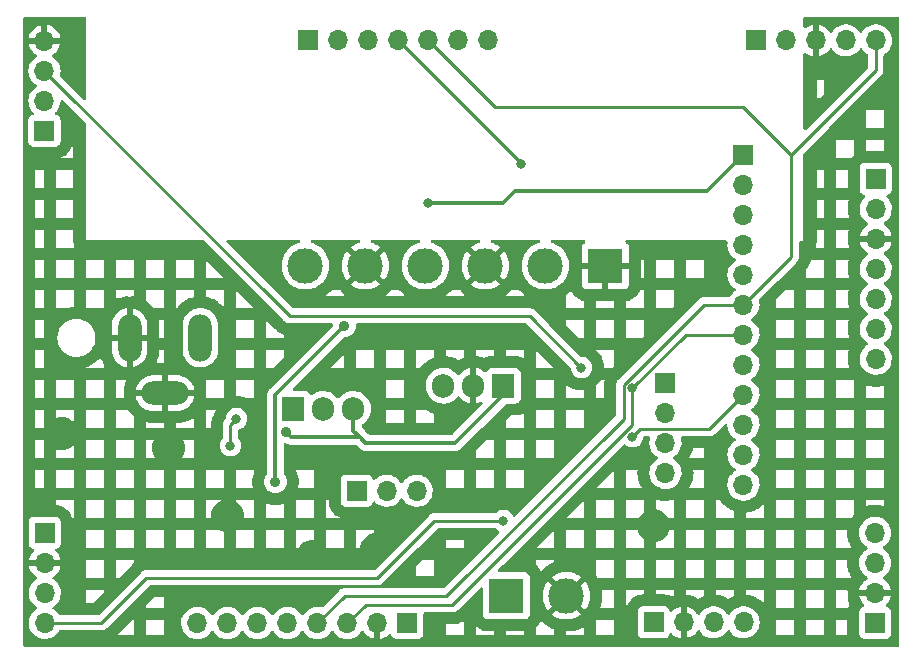
<source format=gbl>
%TF.GenerationSoftware,KiCad,Pcbnew,(6.0.0)*%
%TF.CreationDate,2022-06-14T20:33:02+03:00*%
%TF.ProjectId,breadboard_power_supply,62726561-6462-46f6-9172-645f706f7765,rev?*%
%TF.SameCoordinates,Original*%
%TF.FileFunction,Copper,L2,Bot*%
%TF.FilePolarity,Positive*%
%FSLAX46Y46*%
G04 Gerber Fmt 4.6, Leading zero omitted, Abs format (unit mm)*
G04 Created by KiCad (PCBNEW (6.0.0)) date 2022-06-14 20:33:02*
%MOMM*%
%LPD*%
G01*
G04 APERTURE LIST*
%TA.AperFunction,ComponentPad*%
%ADD10R,1.700000X1.700000*%
%TD*%
%TA.AperFunction,ComponentPad*%
%ADD11O,1.700000X1.700000*%
%TD*%
%TA.AperFunction,ComponentPad*%
%ADD12R,3.000000X3.000000*%
%TD*%
%TA.AperFunction,ComponentPad*%
%ADD13C,3.000000*%
%TD*%
%TA.AperFunction,ComponentPad*%
%ADD14R,1.905000X2.000000*%
%TD*%
%TA.AperFunction,ComponentPad*%
%ADD15O,1.905000X2.000000*%
%TD*%
%TA.AperFunction,ComponentPad*%
%ADD16O,2.000000X4.000000*%
%TD*%
%TA.AperFunction,ComponentPad*%
%ADD17O,4.000000X2.000000*%
%TD*%
%TA.AperFunction,ViaPad*%
%ADD18C,0.900000*%
%TD*%
%TA.AperFunction,ViaPad*%
%ADD19C,0.800000*%
%TD*%
%TA.AperFunction,Conductor*%
%ADD20C,0.350000*%
%TD*%
%TA.AperFunction,Conductor*%
%ADD21C,0.250000*%
%TD*%
G04 APERTURE END LIST*
D10*
%TO.P,J14,1,Pin_1*%
%TO.N,/VCCB*%
X31597600Y-78079600D03*
D11*
%TO.P,J14,2,Pin_2*%
%TO.N,unconnected-(J14-Pad2)*%
X31597600Y-75539600D03*
%TO.P,J14,3,Pin_3*%
%TO.N,/A0_MQ131*%
X31597600Y-72999600D03*
%TO.P,J14,4,Pin_4*%
%TO.N,GND*%
X31597600Y-70459600D03*
%TD*%
D10*
%TO.P,J5,1,Pin_1*%
%TO.N,/VCCB*%
X83169600Y-119710600D03*
D11*
%TO.P,J5,2,Pin_2*%
%TO.N,GND*%
X85709600Y-119710600D03*
%TO.P,J5,3,Pin_3*%
%TO.N,/Connectors/Rx*%
X88249600Y-119710600D03*
%TO.P,J5,4,Pin_4*%
%TO.N,/Tx*%
X90789600Y-119710600D03*
%TD*%
D12*
%TO.P,J7,1,Pin_1*%
%TO.N,/PWR_OUT*%
X70713600Y-117449600D03*
D13*
%TO.P,J7,2,Pin_2*%
%TO.N,GND*%
X75793600Y-117449600D03*
%TD*%
D10*
%TO.P,J3,1,Pin_1*%
%TO.N,/VCCA*%
X62316600Y-119760600D03*
D11*
%TO.P,J3,2,Pin_2*%
%TO.N,GND*%
X59776600Y-119760600D03*
%TO.P,J3,3,Pin_3*%
%TO.N,/SCL*%
X57236600Y-119760600D03*
%TO.P,J3,4,Pin_4*%
%TO.N,/SDA*%
X54696600Y-119760600D03*
%TO.P,J3,5,Pin_5*%
%TO.N,unconnected-(J3-Pad5)*%
X52156600Y-119760600D03*
%TO.P,J3,6,Pin_6*%
%TO.N,unconnected-(J3-Pad6)*%
X49616600Y-119760600D03*
%TO.P,J3,7,Pin_7*%
%TO.N,unconnected-(J3-Pad7)*%
X47076600Y-119760600D03*
%TO.P,J3,8,Pin_8*%
%TO.N,unconnected-(J3-Pad8)*%
X44536600Y-119760600D03*
%TD*%
D12*
%TO.P,J4,1,Pin_1*%
%TO.N,GND*%
X79095600Y-89509600D03*
D13*
%TO.P,J4,2,Pin_2*%
%TO.N,/12V*%
X74015600Y-89509600D03*
%TO.P,J4,3,Pin_3*%
%TO.N,GND*%
X68935600Y-89509600D03*
%TO.P,J4,4,Pin_4*%
%TO.N,/12V*%
X63855600Y-89509600D03*
%TO.P,J4,5,Pin_5*%
%TO.N,GND*%
X58775600Y-89509600D03*
%TO.P,J4,6,Pin_6*%
%TO.N,/12V*%
X53695600Y-89509600D03*
%TD*%
D10*
%TO.P,J9,1,Pin_1*%
%TO.N,/VCCA*%
X53949600Y-70434600D03*
D11*
%TO.P,J9,2,Pin_2*%
%TO.N,unconnected-(J9-Pad2)*%
X56489600Y-70434600D03*
%TO.P,J9,3,Pin_3*%
%TO.N,GND*%
X59029600Y-70434600D03*
%TO.P,J9,4,Pin_4*%
%TO.N,/SCL*%
X61569600Y-70434600D03*
%TO.P,J9,5,Pin_5*%
%TO.N,/SDA*%
X64109600Y-70434600D03*
%TO.P,J9,6,Pin_6*%
%TO.N,unconnected-(J9-Pad6)*%
X66649600Y-70434600D03*
%TO.P,J9,7,Pin_7*%
%TO.N,unconnected-(J9-Pad7)*%
X69189600Y-70434600D03*
%TD*%
D10*
%TO.P,J12,1,Pin_1*%
%TO.N,/VCCB*%
X101930600Y-119735600D03*
D11*
%TO.P,J12,2,Pin_2*%
%TO.N,GND*%
X101930600Y-117195600D03*
%TO.P,J12,3,Pin_3*%
%TO.N,unconnected-(J12-Pad3)*%
X101930600Y-114655600D03*
%TO.P,J12,4,Pin_4*%
%TO.N,/A0_MQ2*%
X101930600Y-112115600D03*
%TD*%
D10*
%TO.P,J11,1,Pin_1*%
%TO.N,GND*%
X90779600Y-80106600D03*
D11*
%TO.P,J11,2,Pin_2*%
%TO.N,/INT{slash}PT_PIN_2*%
X90779600Y-82646600D03*
%TO.P,J11,3,Pin_3*%
%TO.N,/A_WRT_PWM_9*%
X90779600Y-85186600D03*
%TO.P,J11,4,Pin_4*%
%TO.N,/INT{slash}PT_PIN_3*%
X90779600Y-87726600D03*
%TO.P,J11,5,Pin_5*%
%TO.N,/A_WRT_PWM_10*%
X90779600Y-90266600D03*
%TO.P,J11,6,Pin_6*%
%TO.N,/SDA*%
X90779600Y-92806600D03*
%TO.P,J11,7,Pin_7*%
%TO.N,/SCL*%
X90779600Y-95346600D03*
%TO.P,J11,8,Pin_8*%
%TO.N,/A0_MQ2*%
X90779600Y-97886600D03*
%TO.P,J11,9,Pin_9*%
%TO.N,/A0_MQ131*%
X90779600Y-100426600D03*
%TO.P,J11,10,Pin_10*%
%TO.N,/A0_MQ47*%
X90779600Y-102966600D03*
%TO.P,J11,11,Pin_11*%
%TO.N,/Tx*%
X90779600Y-105506600D03*
%TO.P,J11,12,Pin_12*%
%TO.N,/Rx*%
X90779600Y-108046600D03*
%TD*%
D14*
%TO.P,U1,1,VI*%
%TO.N,/12V*%
X70459600Y-99669600D03*
D15*
%TO.P,U1,2,GND*%
%TO.N,GND*%
X67919600Y-99669600D03*
%TO.P,U1,3,VO*%
%TO.N,/VCCA*%
X65379600Y-99669600D03*
%TD*%
D10*
%TO.P,J13,1,Pin_1*%
%TO.N,/INT{slash}PT_PIN_2*%
X84175600Y-99425600D03*
D11*
%TO.P,J13,2,Pin_2*%
%TO.N,/A_WRT_PWM_9*%
X84175600Y-101965600D03*
%TO.P,J13,3,Pin_3*%
%TO.N,/INT{slash}PT_PIN_3*%
X84175600Y-104505600D03*
%TO.P,J13,4,Pin_4*%
%TO.N,/A_WRT_PWM_10*%
X84175600Y-107045600D03*
%TD*%
D10*
%TO.P,J10,1,Pin_1*%
%TO.N,/VCCB*%
X31622600Y-112125600D03*
D11*
%TO.P,J10,2,Pin_2*%
%TO.N,GND*%
X31622600Y-114665600D03*
%TO.P,J10,3,Pin_3*%
%TO.N,unconnected-(J10-Pad3)*%
X31622600Y-117205600D03*
%TO.P,J10,4,Pin_4*%
%TO.N,/A0_MQ47*%
X31622600Y-119745600D03*
%TD*%
D10*
%TO.P,J6,1,Pin_1*%
%TO.N,/VCCB*%
X58028600Y-108559600D03*
D11*
%TO.P,J6,2,Pin_2*%
%TO.N,/PWR_OUT*%
X60568600Y-108559600D03*
%TO.P,J6,3,Pin_3*%
%TO.N,/VCCA*%
X63108600Y-108559600D03*
%TD*%
D10*
%TO.P,J2,1,Pin_1*%
%TO.N,/VCCA*%
X101980600Y-82143600D03*
D11*
%TO.P,J2,2,Pin_2*%
%TO.N,unconnected-(J2-Pad2)*%
X101980600Y-84683600D03*
%TO.P,J2,3,Pin_3*%
%TO.N,GND*%
X101980600Y-87223600D03*
%TO.P,J2,4,Pin_4*%
%TO.N,/SCL*%
X101980600Y-89763600D03*
%TO.P,J2,5,Pin_5*%
%TO.N,unconnected-(J2-Pad5)*%
X101980600Y-92303600D03*
%TO.P,J2,6,Pin_6*%
%TO.N,/SDA*%
X101980600Y-94843600D03*
%TO.P,J2,7,Pin_7*%
%TO.N,unconnected-(J2-Pad7)*%
X101980600Y-97383600D03*
%TD*%
D14*
%TO.P,U2,1,ADJ*%
%TO.N,Net-(R1-Pad1)*%
X52679600Y-101630600D03*
D15*
%TO.P,U2,2,VO*%
%TO.N,/VCCB*%
X55219600Y-101630600D03*
%TO.P,U2,3,VI*%
%TO.N,/12V*%
X57759600Y-101630600D03*
%TD*%
D10*
%TO.P,J8,1,Pin_1*%
%TO.N,/VCCA*%
X91825600Y-70434600D03*
D11*
%TO.P,J8,2,Pin_2*%
%TO.N,unconnected-(J8-Pad2)*%
X94365600Y-70434600D03*
%TO.P,J8,3,Pin_3*%
%TO.N,GND*%
X96905600Y-70434600D03*
%TO.P,J8,4,Pin_4*%
%TO.N,/SCL*%
X99445600Y-70434600D03*
%TO.P,J8,5,Pin_5*%
%TO.N,/SDA*%
X101985600Y-70434600D03*
%TD*%
D16*
%TO.P,J1,1*%
%TO.N,/12V*%
X44805600Y-95605600D03*
%TO.P,J1,2*%
%TO.N,GND*%
X38805600Y-95605600D03*
D17*
%TO.P,J1,3*%
X41805600Y-100305600D03*
%TD*%
D18*
%TO.N,/12V*%
X52075795Y-103585174D03*
D19*
%TO.N,GND*%
X64109600Y-84175600D03*
D18*
X33070800Y-103733600D03*
X42096565Y-104936165D03*
X59690000Y-113538000D03*
X47091600Y-110693200D03*
X83159600Y-111506000D03*
X54305200Y-114096800D03*
%TO.N,/VCCA*%
X51155600Y-107797600D03*
X56997600Y-94589600D03*
D19*
%TO.N,Net-(R1-Pad1)*%
X47345600Y-104749600D03*
X47853600Y-102463600D03*
%TO.N,/SCL*%
X81355089Y-99897089D03*
X71983600Y-80873600D03*
%TO.N,/A0_MQ47*%
X70459600Y-111099600D03*
%TO.N,/A0_MQ131*%
X81381600Y-103987600D03*
X77063600Y-98145600D03*
%TD*%
D20*
%TO.N,/12V*%
X70459600Y-100431600D02*
X66395600Y-104495600D01*
X70459600Y-99669600D02*
X70459600Y-100431600D01*
X57759600Y-103479600D02*
X58369200Y-104089200D01*
X57759600Y-101630600D02*
X57759600Y-103479600D01*
X58369200Y-104089200D02*
X58267600Y-103987600D01*
X58775600Y-104495600D02*
X58369200Y-104089200D01*
X66395600Y-104495600D02*
X58775600Y-104495600D01*
X58267600Y-103987600D02*
X52478221Y-103987600D01*
X52478221Y-103987600D02*
X52075795Y-103585174D01*
%TO.N,GND*%
X87726600Y-83159600D02*
X90779600Y-80106600D01*
X64109600Y-84175600D02*
X70459600Y-84175600D01*
X70459600Y-84175600D02*
X71475600Y-83159600D01*
X71475600Y-83159600D02*
X87726600Y-83159600D01*
%TO.N,/VCCA*%
X56997600Y-94589600D02*
X51155600Y-100431600D01*
X51155600Y-100431600D02*
X51155600Y-107797600D01*
D21*
%TO.N,Net-(R1-Pad1)*%
X47345600Y-102971600D02*
X47853600Y-102463600D01*
X47345600Y-104749600D02*
X47345600Y-102971600D01*
%TO.N,/SCL*%
X71983600Y-80848600D02*
X71983600Y-80873600D01*
X81090111Y-103263089D02*
X81081497Y-103263089D01*
X81355089Y-102998111D02*
X81090111Y-103263089D01*
X66141600Y-118211600D02*
X58785600Y-118211600D01*
X81355089Y-99897089D02*
X81355089Y-102998111D01*
X61569600Y-70434600D02*
X71983600Y-80848600D01*
X58785600Y-118211600D02*
X57236600Y-119760600D01*
X80657089Y-103696111D02*
X66141600Y-118211600D01*
X90779600Y-95346600D02*
X85905578Y-95346600D01*
X85905578Y-95346600D02*
X81355089Y-99897089D01*
X80657089Y-103687497D02*
X80657089Y-103696111D01*
X81081497Y-103263089D02*
X80657089Y-103687497D01*
%TO.N,/SDA*%
X90779600Y-92806600D02*
X87420964Y-92806600D01*
X87420964Y-92806600D02*
X80630578Y-99596986D01*
X90779600Y-76047600D02*
X94843600Y-80111600D01*
X57007600Y-117449600D02*
X54696600Y-119760600D01*
X80630578Y-102452622D02*
X65633600Y-117449600D01*
X80630578Y-99596986D02*
X80630578Y-102452622D01*
X94843600Y-80111600D02*
X94843600Y-88742600D01*
X69722600Y-76047600D02*
X90779600Y-76047600D01*
X101985600Y-70434600D02*
X101985600Y-72969600D01*
X65633600Y-117449600D02*
X57007600Y-117449600D01*
X101985600Y-72969600D02*
X94843600Y-80111600D01*
X94843600Y-88742600D02*
X90779600Y-92806600D01*
X64109600Y-70434600D02*
X69722600Y-76047600D01*
%TO.N,/A0_MQ47*%
X36413600Y-119745600D02*
X31622600Y-119745600D01*
X64617600Y-111099600D02*
X59791600Y-115925600D01*
X59791600Y-115925600D02*
X40233600Y-115925600D01*
X70459600Y-111099600D02*
X64617600Y-111099600D01*
X40233600Y-115925600D02*
X36413600Y-119745600D01*
%TO.N,/A0_MQ131*%
X87875111Y-103331089D02*
X90779600Y-100426600D01*
X81381600Y-103987600D02*
X82038111Y-103331089D01*
X82038111Y-103331089D02*
X87875111Y-103331089D01*
X72683089Y-93765089D02*
X77063600Y-98145600D01*
X52363089Y-93765089D02*
X72683089Y-93765089D01*
X31597600Y-72999600D02*
X52363089Y-93765089D01*
%TD*%
%TA.AperFunction,Conductor*%
%TO.N,GND*%
G36*
X35095721Y-68447602D02*
G01*
X35142214Y-68501258D01*
X35153600Y-68553600D01*
X35153600Y-75355505D01*
X35133598Y-75423626D01*
X35079942Y-75470119D01*
X35009668Y-75480223D01*
X34945088Y-75450729D01*
X34938505Y-75444600D01*
X32948818Y-73454913D01*
X32914792Y-73392601D01*
X32917355Y-73329189D01*
X32928465Y-73292622D01*
X32929970Y-73287669D01*
X32959129Y-73066190D01*
X32959534Y-73049630D01*
X32960674Y-73002965D01*
X32960674Y-73002961D01*
X32960756Y-72999600D01*
X32942452Y-72776961D01*
X32888031Y-72560302D01*
X32798954Y-72355440D01*
X32677614Y-72167877D01*
X32527270Y-72002651D01*
X32523219Y-71999452D01*
X32523215Y-71999448D01*
X32356014Y-71867400D01*
X32356010Y-71867398D01*
X32351959Y-71864198D01*
X32310169Y-71841129D01*
X32260198Y-71790697D01*
X32245426Y-71721254D01*
X32270542Y-71654848D01*
X32297894Y-71628241D01*
X32472928Y-71503392D01*
X32480800Y-71496739D01*
X32631652Y-71346412D01*
X32638330Y-71338565D01*
X32762603Y-71165620D01*
X32767913Y-71156783D01*
X32862270Y-70965867D01*
X32866069Y-70956272D01*
X32927977Y-70752510D01*
X32930155Y-70742437D01*
X32931586Y-70731562D01*
X32929375Y-70717378D01*
X32916217Y-70713600D01*
X30280825Y-70713600D01*
X30267294Y-70717573D01*
X30265857Y-70727566D01*
X30296165Y-70862046D01*
X30299245Y-70871875D01*
X30379370Y-71069203D01*
X30384013Y-71078394D01*
X30495294Y-71259988D01*
X30501377Y-71268299D01*
X30640813Y-71429267D01*
X30648180Y-71436483D01*
X30812034Y-71572516D01*
X30820481Y-71578431D01*
X30889569Y-71618803D01*
X30938293Y-71670442D01*
X30951364Y-71740225D01*
X30924633Y-71805996D01*
X30884184Y-71839352D01*
X30871207Y-71846107D01*
X30867074Y-71849210D01*
X30867071Y-71849212D01*
X30842847Y-71867400D01*
X30692565Y-71980235D01*
X30538229Y-72141738D01*
X30412343Y-72326280D01*
X30318288Y-72528905D01*
X30258589Y-72744170D01*
X30234851Y-72966295D01*
X30235148Y-72971448D01*
X30235148Y-72971451D01*
X30246385Y-73166330D01*
X30247710Y-73189315D01*
X30248847Y-73194361D01*
X30248848Y-73194367D01*
X30261074Y-73248617D01*
X30296822Y-73407239D01*
X30380866Y-73614216D01*
X30497587Y-73804688D01*
X30643850Y-73973538D01*
X30815726Y-74116232D01*
X30886195Y-74157411D01*
X30889045Y-74159076D01*
X30937769Y-74210714D01*
X30950840Y-74280497D01*
X30924109Y-74346269D01*
X30883655Y-74379627D01*
X30871207Y-74386107D01*
X30867074Y-74389210D01*
X30867071Y-74389212D01*
X30696700Y-74517130D01*
X30692565Y-74520235D01*
X30538229Y-74681738D01*
X30412343Y-74866280D01*
X30318288Y-75068905D01*
X30258589Y-75284170D01*
X30234851Y-75506295D01*
X30235148Y-75511448D01*
X30235148Y-75511451D01*
X30240611Y-75606190D01*
X30247710Y-75729315D01*
X30248847Y-75734361D01*
X30248848Y-75734367D01*
X30268719Y-75822539D01*
X30296822Y-75947239D01*
X30380866Y-76154216D01*
X30497587Y-76344688D01*
X30643850Y-76513538D01*
X30647830Y-76516842D01*
X30652581Y-76520787D01*
X30692216Y-76579690D01*
X30693713Y-76650671D01*
X30656597Y-76711193D01*
X30616324Y-76735712D01*
X30500895Y-76778985D01*
X30384339Y-76866339D01*
X30296985Y-76982895D01*
X30245855Y-77119284D01*
X30239100Y-77181466D01*
X30239100Y-78977734D01*
X30245855Y-79039916D01*
X30296985Y-79176305D01*
X30384339Y-79292861D01*
X30500895Y-79380215D01*
X30637284Y-79431345D01*
X30699466Y-79438100D01*
X32495734Y-79438100D01*
X32557916Y-79431345D01*
X32694305Y-79380215D01*
X32810861Y-79292861D01*
X32898215Y-79176305D01*
X32949345Y-79039916D01*
X32956100Y-78977734D01*
X32956100Y-77181466D01*
X32949345Y-77119284D01*
X32898215Y-76982895D01*
X32810861Y-76866339D01*
X32694305Y-76778985D01*
X32681732Y-76774272D01*
X32575803Y-76734560D01*
X32519039Y-76691918D01*
X32494339Y-76625356D01*
X32509547Y-76556008D01*
X32531093Y-76527327D01*
X32555923Y-76502584D01*
X32635696Y-76423089D01*
X32695194Y-76340289D01*
X32763035Y-76245877D01*
X32766053Y-76241677D01*
X32865030Y-76041411D01*
X32929970Y-75827669D01*
X32959129Y-75606190D01*
X32959461Y-75592616D01*
X32960276Y-75559254D01*
X32981936Y-75491642D01*
X33036711Y-75446474D01*
X33107211Y-75438090D01*
X33175333Y-75473237D01*
X35116695Y-77414599D01*
X35150721Y-77476911D01*
X35153600Y-77503694D01*
X35153600Y-87325200D01*
X44975106Y-87325200D01*
X45043227Y-87345202D01*
X45064201Y-87362105D01*
X51859432Y-94157336D01*
X51866976Y-94165626D01*
X51871089Y-94172107D01*
X51876866Y-94177532D01*
X51920756Y-94218747D01*
X51923598Y-94221502D01*
X51943319Y-94241223D01*
X51946514Y-94243701D01*
X51955536Y-94251407D01*
X51987768Y-94281675D01*
X51994717Y-94285495D01*
X52005521Y-94291435D01*
X52022045Y-94302288D01*
X52038048Y-94314702D01*
X52078632Y-94332265D01*
X52089262Y-94337472D01*
X52128029Y-94358784D01*
X52135706Y-94360755D01*
X52135711Y-94360757D01*
X52147647Y-94363821D01*
X52166355Y-94370226D01*
X52184944Y-94378270D01*
X52192772Y-94379510D01*
X52192779Y-94379512D01*
X52228613Y-94385188D01*
X52240233Y-94387594D01*
X52275378Y-94396617D01*
X52283059Y-94398589D01*
X52303313Y-94398589D01*
X52323023Y-94400140D01*
X52343032Y-94403309D01*
X52350924Y-94402563D01*
X52387050Y-94399148D01*
X52398908Y-94398589D01*
X55913549Y-94398589D01*
X55981670Y-94418591D01*
X56028163Y-94472247D01*
X56038766Y-94538615D01*
X56038229Y-94543409D01*
X56010768Y-94608880D01*
X56002107Y-94618478D01*
X50692141Y-99928444D01*
X50685876Y-99934298D01*
X50643930Y-99970890D01*
X50608534Y-100021255D01*
X50604622Y-100026520D01*
X50566665Y-100074928D01*
X50563539Y-100081852D01*
X50560929Y-100086161D01*
X50555558Y-100095576D01*
X50553173Y-100100024D01*
X50548805Y-100106239D01*
X50538906Y-100131629D01*
X50526458Y-100163557D01*
X50523906Y-100169629D01*
X50498586Y-100225705D01*
X50497200Y-100233182D01*
X50495690Y-100238002D01*
X50492718Y-100248435D01*
X50491470Y-100253296D01*
X50488711Y-100260372D01*
X50487720Y-100267902D01*
X50480682Y-100321362D01*
X50479650Y-100327878D01*
X50468439Y-100388367D01*
X50468876Y-100395947D01*
X50468876Y-100395948D01*
X50471891Y-100448242D01*
X50472100Y-100455494D01*
X50472100Y-107075078D01*
X50452098Y-107143199D01*
X50442624Y-107156066D01*
X50360902Y-107253459D01*
X50357938Y-107258851D01*
X50357935Y-107258855D01*
X50297585Y-107368633D01*
X50270346Y-107418180D01*
X50268485Y-107424047D01*
X50268484Y-107424049D01*
X50256161Y-107462895D01*
X50213509Y-107597352D01*
X50192556Y-107784152D01*
X50193072Y-107790296D01*
X50204727Y-107929089D01*
X50208285Y-107971465D01*
X50260097Y-108152155D01*
X50262912Y-108157632D01*
X50262913Y-108157635D01*
X50342500Y-108312495D01*
X50346018Y-108319340D01*
X50349841Y-108324164D01*
X50349844Y-108324168D01*
X50409439Y-108399357D01*
X50462777Y-108466652D01*
X50467471Y-108470647D01*
X50564298Y-108553053D01*
X50605924Y-108588480D01*
X50611302Y-108591486D01*
X50611304Y-108591487D01*
X50667404Y-108622840D01*
X50770009Y-108680184D01*
X50948780Y-108738270D01*
X51135430Y-108760527D01*
X51141565Y-108760055D01*
X51141567Y-108760055D01*
X51316705Y-108746579D01*
X51316709Y-108746578D01*
X51322847Y-108746106D01*
X51407978Y-108722337D01*
X51497950Y-108697216D01*
X51497953Y-108697215D01*
X51503894Y-108695556D01*
X51509398Y-108692776D01*
X51509400Y-108692775D01*
X51666174Y-108613583D01*
X51666176Y-108613582D01*
X51671675Y-108610804D01*
X51819799Y-108495077D01*
X51823825Y-108490413D01*
X51938594Y-108357452D01*
X51938595Y-108357450D01*
X51942623Y-108352784D01*
X52035470Y-108189344D01*
X52094803Y-108010982D01*
X52118362Y-107824492D01*
X52118738Y-107797600D01*
X52100395Y-107610526D01*
X52091450Y-107580897D01*
X52058361Y-107471303D01*
X52046065Y-107430577D01*
X51957818Y-107264608D01*
X51867455Y-107153811D01*
X51839903Y-107088381D01*
X51839100Y-107074178D01*
X51839100Y-106936153D01*
X52931600Y-106936153D01*
X52941374Y-106954535D01*
X52944131Y-106960039D01*
X52975825Y-107027391D01*
X52978309Y-107033024D01*
X52987680Y-107055759D01*
X52989887Y-107061508D01*
X53014863Y-107131649D01*
X53016786Y-107137498D01*
X53071116Y-107317447D01*
X53072751Y-107323380D01*
X53090758Y-107395595D01*
X53092101Y-107401603D01*
X53096878Y-107425725D01*
X53097926Y-107431795D01*
X53108805Y-107505464D01*
X53109556Y-107511575D01*
X53127899Y-107698649D01*
X53128193Y-107702156D01*
X53131162Y-107744617D01*
X53131359Y-107748131D01*
X53131948Y-107762189D01*
X53132046Y-107765705D01*
X53132640Y-107808256D01*
X53132640Y-107811777D01*
X53132264Y-107838669D01*
X53132165Y-107842191D01*
X53130379Y-107884742D01*
X53130182Y-107888256D01*
X53129200Y-107902286D01*
X53128906Y-107905788D01*
X53124757Y-107948087D01*
X53124365Y-107951579D01*
X53100806Y-108138069D01*
X53099886Y-108144155D01*
X53086960Y-108217468D01*
X53085743Y-108223505D01*
X53080295Y-108247485D01*
X53078785Y-108253454D01*
X53064226Y-108305600D01*
X54457600Y-108305600D01*
X54457600Y-106779600D01*
X52931600Y-106779600D01*
X52931600Y-106936153D01*
X51839100Y-106936153D01*
X51839100Y-105765600D01*
X68171600Y-105765600D01*
X69697600Y-105765600D01*
X70711600Y-105765600D01*
X72237600Y-105765600D01*
X73251600Y-105765600D01*
X74777600Y-105765600D01*
X74777600Y-104239600D01*
X73251600Y-104239600D01*
X73251600Y-105765600D01*
X72237600Y-105765600D01*
X72237600Y-104239600D01*
X70711600Y-104239600D01*
X70711600Y-105765600D01*
X69697600Y-105765600D01*
X69697600Y-104239600D01*
X69052225Y-104239600D01*
X68171600Y-105120225D01*
X68171600Y-105765600D01*
X51839100Y-105765600D01*
X51839100Y-104664199D01*
X51859102Y-104596078D01*
X51912758Y-104549585D01*
X51980018Y-104539085D01*
X52055558Y-104548093D01*
X52107963Y-104569748D01*
X52109074Y-104567913D01*
X52115572Y-104571848D01*
X52121549Y-104576535D01*
X52128472Y-104579661D01*
X52132782Y-104582271D01*
X52142197Y-104587642D01*
X52146645Y-104590027D01*
X52152860Y-104594395D01*
X52159937Y-104597154D01*
X52210173Y-104616740D01*
X52216255Y-104619297D01*
X52234542Y-104627554D01*
X52272325Y-104644614D01*
X52279797Y-104645999D01*
X52284648Y-104647519D01*
X52294978Y-104650462D01*
X52299917Y-104651730D01*
X52306993Y-104654489D01*
X52314524Y-104655481D01*
X52314526Y-104655481D01*
X52368006Y-104662522D01*
X52374500Y-104663550D01*
X52434988Y-104674760D01*
X52442569Y-104674323D01*
X52442570Y-104674323D01*
X52494852Y-104671309D01*
X52502104Y-104671100D01*
X57932295Y-104671100D01*
X58000416Y-104691102D01*
X58021390Y-104708005D01*
X58272444Y-104959059D01*
X58278298Y-104965324D01*
X58314890Y-105007270D01*
X58365226Y-105042646D01*
X58370512Y-105046572D01*
X58412954Y-105079851D01*
X58418928Y-105084535D01*
X58425849Y-105087660D01*
X58430164Y-105090273D01*
X58439576Y-105095642D01*
X58444024Y-105098027D01*
X58450239Y-105102395D01*
X58498359Y-105121156D01*
X58507552Y-105124740D01*
X58513634Y-105127297D01*
X58519632Y-105130005D01*
X58569704Y-105152614D01*
X58577176Y-105153999D01*
X58582027Y-105155519D01*
X58592357Y-105158462D01*
X58597296Y-105159730D01*
X58604372Y-105162489D01*
X58611903Y-105163481D01*
X58611905Y-105163481D01*
X58665385Y-105170522D01*
X58671879Y-105171550D01*
X58732367Y-105182760D01*
X58739948Y-105182323D01*
X58739949Y-105182323D01*
X58792231Y-105179309D01*
X58799483Y-105179100D01*
X66367555Y-105179100D01*
X66376124Y-105179392D01*
X66424058Y-105182660D01*
X66424062Y-105182660D01*
X66431634Y-105183176D01*
X66439111Y-105181871D01*
X66439114Y-105181871D01*
X66492247Y-105172598D01*
X66498771Y-105171635D01*
X66552291Y-105165158D01*
X66559835Y-105164245D01*
X66566945Y-105161558D01*
X66571848Y-105160354D01*
X66582334Y-105157486D01*
X66587126Y-105156039D01*
X66594604Y-105154734D01*
X66601557Y-105151682D01*
X66650941Y-105130005D01*
X66657046Y-105127514D01*
X66707482Y-105108455D01*
X66707485Y-105108453D01*
X66714589Y-105105769D01*
X66720846Y-105101469D01*
X66725314Y-105099133D01*
X66734760Y-105093875D01*
X66739126Y-105091293D01*
X66746085Y-105088238D01*
X66794904Y-105050777D01*
X66800223Y-105046914D01*
X66844665Y-105016369D01*
X66850926Y-105012066D01*
X66890833Y-104967276D01*
X66895813Y-104962002D01*
X68632215Y-103225600D01*
X70711600Y-103225600D01*
X72237600Y-103225600D01*
X73251600Y-103225600D01*
X74777600Y-103225600D01*
X75791600Y-103225600D01*
X77317600Y-103225600D01*
X77317600Y-101699600D01*
X75791600Y-101699600D01*
X75791600Y-103225600D01*
X74777600Y-103225600D01*
X74777600Y-101699600D01*
X73251600Y-101699600D01*
X73251600Y-103225600D01*
X72237600Y-103225600D01*
X72237600Y-101950885D01*
X72168520Y-101995362D01*
X72160820Y-101999941D01*
X72129485Y-102017097D01*
X72121477Y-102021117D01*
X72023020Y-102066247D01*
X72014748Y-102069689D01*
X71878359Y-102120819D01*
X71870890Y-102123355D01*
X71779674Y-102151178D01*
X71772059Y-102153243D01*
X71741437Y-102160524D01*
X71733709Y-102162107D01*
X71639736Y-102178317D01*
X71631926Y-102179414D01*
X71569744Y-102186169D01*
X71566352Y-102186491D01*
X71525267Y-102189833D01*
X71521865Y-102190064D01*
X71508257Y-102190801D01*
X71504851Y-102190939D01*
X71463642Y-102192054D01*
X71460234Y-102192100D01*
X71099725Y-102192100D01*
X70711600Y-102580225D01*
X70711600Y-103225600D01*
X68632215Y-103225600D01*
X70642810Y-101215005D01*
X70705122Y-101180979D01*
X70731905Y-101178100D01*
X71460234Y-101178100D01*
X71522416Y-101171345D01*
X71658805Y-101120215D01*
X71775361Y-101032861D01*
X71862715Y-100916305D01*
X71913845Y-100779916D01*
X71920600Y-100717734D01*
X71920600Y-100685600D01*
X73251600Y-100685600D01*
X74777600Y-100685600D01*
X74777600Y-99592611D01*
X75791600Y-99592611D01*
X75791600Y-100685600D01*
X77317600Y-100685600D01*
X78331600Y-100685600D01*
X78983078Y-100685600D01*
X78983078Y-99674684D01*
X78982858Y-99672357D01*
X78982361Y-99664457D01*
X78979355Y-99568812D01*
X78979355Y-99560897D01*
X78980347Y-99529328D01*
X78980844Y-99521428D01*
X78985937Y-99467544D01*
X78989334Y-99413551D01*
X78990078Y-99405672D01*
X78994036Y-99374338D01*
X78995275Y-99366519D01*
X79013205Y-99272521D01*
X79014930Y-99264802D01*
X79015514Y-99262529D01*
X79015883Y-99260197D01*
X79017366Y-99252426D01*
X79038117Y-99159600D01*
X78698078Y-99159600D01*
X78680789Y-99189545D01*
X78677342Y-99195170D01*
X78633897Y-99262069D01*
X78630160Y-99267506D01*
X78614677Y-99288816D01*
X78610662Y-99294049D01*
X78560473Y-99356026D01*
X78556189Y-99361041D01*
X78428402Y-99502963D01*
X78423862Y-99507748D01*
X78367472Y-99564139D01*
X78362688Y-99568679D01*
X78343113Y-99586305D01*
X78338096Y-99590590D01*
X78331600Y-99595850D01*
X78331600Y-100685600D01*
X77317600Y-100685600D01*
X77317600Y-100054402D01*
X77284633Y-100059623D01*
X77278092Y-100060484D01*
X77251895Y-100063237D01*
X77245319Y-100063754D01*
X77165680Y-100067927D01*
X77159087Y-100068100D01*
X76968113Y-100068100D01*
X76961520Y-100067927D01*
X76881881Y-100063754D01*
X76875305Y-100063237D01*
X76849108Y-100060484D01*
X76842567Y-100059623D01*
X76763776Y-100047144D01*
X76757289Y-100045942D01*
X76570488Y-100006236D01*
X76564074Y-100004696D01*
X76487030Y-99984052D01*
X76480704Y-99982178D01*
X76455652Y-99974038D01*
X76449434Y-99971836D01*
X76374976Y-99943254D01*
X76368882Y-99940730D01*
X76194418Y-99863054D01*
X76188464Y-99860214D01*
X76117385Y-99823997D01*
X76111586Y-99820848D01*
X76088774Y-99807677D01*
X76083151Y-99804231D01*
X76016268Y-99760796D01*
X76010832Y-99757060D01*
X75856331Y-99644808D01*
X75851097Y-99640792D01*
X75791600Y-99592611D01*
X74777600Y-99592611D01*
X74777600Y-99159600D01*
X73251600Y-99159600D01*
X73251600Y-100685600D01*
X71920600Y-100685600D01*
X71920600Y-98621466D01*
X71913845Y-98559284D01*
X71862715Y-98422895D01*
X71775361Y-98306339D01*
X71658805Y-98218985D01*
X71522416Y-98167855D01*
X71460234Y-98161100D01*
X69458966Y-98161100D01*
X69396784Y-98167855D01*
X69260395Y-98218985D01*
X69143839Y-98306339D01*
X69056485Y-98422895D01*
X69053334Y-98431301D01*
X69048842Y-98443283D01*
X69006199Y-98500047D01*
X68939638Y-98524746D01*
X68870289Y-98509538D01*
X68852768Y-98497934D01*
X68734656Y-98404655D01*
X68726069Y-98398950D01*
X68524878Y-98287886D01*
X68515466Y-98283656D01*
X68298832Y-98206941D01*
X68288861Y-98204307D01*
X68191437Y-98186953D01*
X68178140Y-98188413D01*
X68173600Y-98202970D01*
X68173600Y-101137696D01*
X68177518Y-101151040D01*
X68191794Y-101153027D01*
X68254115Y-101143490D01*
X68264143Y-101141101D01*
X68482588Y-101069702D01*
X68492097Y-101065705D01*
X68530997Y-101045455D01*
X68600656Y-101031742D01*
X68666672Y-101057867D01*
X68708083Y-101115535D01*
X68711742Y-101186438D01*
X68678272Y-101246313D01*
X66149390Y-103775195D01*
X66087078Y-103809221D01*
X66060295Y-103812100D01*
X59110905Y-103812100D01*
X59042784Y-103792098D01*
X59021809Y-103775195D01*
X58823175Y-103576560D01*
X58770748Y-103524133D01*
X58764895Y-103517867D01*
X58733305Y-103481654D01*
X58733297Y-103481647D01*
X58728310Y-103475930D01*
X58717832Y-103468566D01*
X58701194Y-103454579D01*
X58480005Y-103233390D01*
X58445979Y-103171078D01*
X58443100Y-103144295D01*
X58443100Y-103045943D01*
X58463102Y-102977822D01*
X58510920Y-102934180D01*
X58536203Y-102921019D01*
X58536211Y-102921014D01*
X58540800Y-102918625D01*
X58641538Y-102842989D01*
X58701324Y-102798100D01*
X60551600Y-102798100D01*
X62077600Y-102798100D01*
X63091600Y-102798100D01*
X64617600Y-102798100D01*
X64617600Y-102072944D01*
X64440168Y-102010112D01*
X64435335Y-102008288D01*
X64377346Y-101985036D01*
X64372590Y-101983015D01*
X64353756Y-101974551D01*
X64349087Y-101972336D01*
X64293177Y-101944400D01*
X64288601Y-101941996D01*
X64078275Y-101825890D01*
X64073802Y-101823299D01*
X64020361Y-101790869D01*
X64015998Y-101788097D01*
X63998800Y-101776670D01*
X63994557Y-101773724D01*
X63943988Y-101737050D01*
X63939869Y-101733932D01*
X63896397Y-101699600D01*
X63091600Y-101699600D01*
X63091600Y-102798100D01*
X62077600Y-102798100D01*
X62077600Y-101699600D01*
X60551600Y-101699600D01*
X60551600Y-102798100D01*
X58701324Y-102798100D01*
X58728785Y-102777482D01*
X58728788Y-102777480D01*
X58732920Y-102774377D01*
X58873718Y-102627040D01*
X58895328Y-102604427D01*
X58895330Y-102604425D01*
X58898901Y-102600688D01*
X59023729Y-102417698D01*
X59031374Y-102406491D01*
X59031375Y-102406490D01*
X59034286Y-102402222D01*
X59041925Y-102385767D01*
X59133258Y-102189005D01*
X59133259Y-102189001D01*
X59135437Y-102184310D01*
X59199640Y-101952802D01*
X59205645Y-101896609D01*
X59220244Y-101760007D01*
X59220244Y-101759999D01*
X59220600Y-101756672D01*
X59220600Y-101522198D01*
X59219901Y-101513686D01*
X59212087Y-101418654D01*
X59205922Y-101343663D01*
X59152820Y-101132259D01*
X59148653Y-101115668D01*
X59148653Y-101115667D01*
X59147394Y-101110656D01*
X59073300Y-100940250D01*
X59053657Y-100895074D01*
X59053655Y-100895071D01*
X59051597Y-100890337D01*
X58946444Y-100727796D01*
X58923910Y-100692963D01*
X58923908Y-100692960D01*
X58921102Y-100688623D01*
X58918351Y-100685600D01*
X60551600Y-100685600D01*
X62077600Y-100685600D01*
X62077600Y-99778002D01*
X63918600Y-99778002D01*
X63918812Y-99780575D01*
X63918812Y-99780586D01*
X63925592Y-99863054D01*
X63933278Y-99956537D01*
X63991806Y-100189544D01*
X64028754Y-100274519D01*
X64081553Y-100395948D01*
X64087603Y-100409863D01*
X64154906Y-100513897D01*
X64213408Y-100604327D01*
X64218098Y-100611577D01*
X64379786Y-100789270D01*
X64428946Y-100828094D01*
X64564270Y-100934967D01*
X64564275Y-100934970D01*
X64568324Y-100938168D01*
X64572840Y-100940661D01*
X64572843Y-100940663D01*
X64774126Y-101051777D01*
X64774130Y-101051779D01*
X64778650Y-101054274D01*
X64783519Y-101055998D01*
X64783523Y-101056000D01*
X65000240Y-101132744D01*
X65000244Y-101132745D01*
X65005115Y-101134470D01*
X65010208Y-101135377D01*
X65010211Y-101135378D01*
X65236548Y-101175695D01*
X65236554Y-101175696D01*
X65241637Y-101176601D01*
X65329000Y-101177668D01*
X65476693Y-101179473D01*
X65476695Y-101179473D01*
X65481863Y-101179536D01*
X65719344Y-101143196D01*
X65839262Y-101104001D01*
X65942783Y-101070166D01*
X65942789Y-101070163D01*
X65947701Y-101068558D01*
X65952287Y-101066171D01*
X65952291Y-101066169D01*
X66156207Y-100960016D01*
X66160800Y-100957625D01*
X66262770Y-100881064D01*
X66348785Y-100816482D01*
X66348788Y-100816480D01*
X66352920Y-100813377D01*
X66472138Y-100688623D01*
X66515330Y-100643425D01*
X66515331Y-100643424D01*
X66518901Y-100639688D01*
X66544440Y-100602249D01*
X66599351Y-100557248D01*
X66669875Y-100549077D01*
X66733622Y-100580331D01*
X66754316Y-100604810D01*
X66755685Y-100606926D01*
X66761978Y-100615098D01*
X66916650Y-100785080D01*
X66924183Y-100792106D01*
X67104544Y-100934545D01*
X67113131Y-100940250D01*
X67314322Y-101051314D01*
X67323734Y-101055544D01*
X67540368Y-101132259D01*
X67550339Y-101134893D01*
X67647763Y-101152247D01*
X67661060Y-101150787D01*
X67665600Y-101136230D01*
X67665600Y-98201504D01*
X67661682Y-98188160D01*
X67647406Y-98186173D01*
X67585085Y-98195710D01*
X67575057Y-98198099D01*
X67356612Y-98269498D01*
X67347103Y-98273495D01*
X67143256Y-98379611D01*
X67134531Y-98385105D01*
X66950748Y-98523093D01*
X66943041Y-98529936D01*
X66784261Y-98696091D01*
X66777777Y-98704098D01*
X66755363Y-98736956D01*
X66700452Y-98781959D01*
X66629928Y-98790132D01*
X66566180Y-98758878D01*
X66545484Y-98734396D01*
X66543911Y-98731965D01*
X66541102Y-98727623D01*
X66379414Y-98549930D01*
X66282181Y-98473140D01*
X66194930Y-98404233D01*
X66194925Y-98404230D01*
X66190876Y-98401032D01*
X66186360Y-98398539D01*
X66186357Y-98398537D01*
X65985074Y-98287423D01*
X65985070Y-98287421D01*
X65980550Y-98284926D01*
X65975681Y-98283202D01*
X65975677Y-98283200D01*
X65758960Y-98206456D01*
X65758956Y-98206455D01*
X65754085Y-98204730D01*
X65748992Y-98203823D01*
X65748989Y-98203822D01*
X65522652Y-98163505D01*
X65522646Y-98163504D01*
X65517563Y-98162599D01*
X65425074Y-98161469D01*
X65282507Y-98159727D01*
X65282505Y-98159727D01*
X65277337Y-98159664D01*
X65039856Y-98196004D01*
X64927603Y-98232694D01*
X64816417Y-98269034D01*
X64816411Y-98269037D01*
X64811499Y-98270642D01*
X64806913Y-98273029D01*
X64806909Y-98273031D01*
X64644574Y-98357538D01*
X64598400Y-98381575D01*
X64589295Y-98388411D01*
X64427970Y-98509538D01*
X64406280Y-98525823D01*
X64240299Y-98699512D01*
X64104914Y-98897978D01*
X64102740Y-98902661D01*
X64102738Y-98902665D01*
X64008824Y-99104986D01*
X64003763Y-99115890D01*
X63939560Y-99347398D01*
X63939011Y-99352535D01*
X63920118Y-99529328D01*
X63918600Y-99543528D01*
X63918600Y-99778002D01*
X62077600Y-99778002D01*
X62077600Y-99159600D01*
X60551600Y-99159600D01*
X60551600Y-100685600D01*
X58918351Y-100685600D01*
X58759414Y-100510930D01*
X58654805Y-100428315D01*
X58574930Y-100365233D01*
X58574925Y-100365230D01*
X58570876Y-100362032D01*
X58566360Y-100359539D01*
X58566357Y-100359537D01*
X58365074Y-100248423D01*
X58365070Y-100248421D01*
X58360550Y-100245926D01*
X58355681Y-100244202D01*
X58355677Y-100244200D01*
X58138960Y-100167456D01*
X58138956Y-100167455D01*
X58134085Y-100165730D01*
X58128992Y-100164823D01*
X58128989Y-100164822D01*
X57902652Y-100124505D01*
X57902646Y-100124504D01*
X57897563Y-100123599D01*
X57805074Y-100122469D01*
X57662507Y-100120727D01*
X57662505Y-100120727D01*
X57657337Y-100120664D01*
X57419856Y-100157004D01*
X57320299Y-100189544D01*
X57196417Y-100230034D01*
X57196411Y-100230037D01*
X57191499Y-100231642D01*
X57186913Y-100234029D01*
X57186909Y-100234031D01*
X56982993Y-100340184D01*
X56978400Y-100342575D01*
X56974257Y-100345685D01*
X56974258Y-100345685D01*
X56810114Y-100468928D01*
X56786280Y-100486823D01*
X56759593Y-100514749D01*
X56636868Y-100643174D01*
X56620299Y-100660512D01*
X56595065Y-100697503D01*
X56540156Y-100742504D01*
X56469632Y-100750675D01*
X56405884Y-100719421D01*
X56385189Y-100694940D01*
X56383911Y-100692965D01*
X56381102Y-100688623D01*
X56219414Y-100510930D01*
X56114805Y-100428315D01*
X56034930Y-100365233D01*
X56034925Y-100365230D01*
X56030876Y-100362032D01*
X56026360Y-100359539D01*
X56026357Y-100359537D01*
X55825074Y-100248423D01*
X55825070Y-100248421D01*
X55820550Y-100245926D01*
X55815681Y-100244202D01*
X55815677Y-100244200D01*
X55598960Y-100167456D01*
X55598956Y-100167455D01*
X55594085Y-100165730D01*
X55588992Y-100164823D01*
X55588989Y-100164822D01*
X55362652Y-100124505D01*
X55362646Y-100124504D01*
X55357563Y-100123599D01*
X55265074Y-100122469D01*
X55122507Y-100120727D01*
X55122505Y-100120727D01*
X55117337Y-100120664D01*
X54879856Y-100157004D01*
X54780299Y-100189544D01*
X54656417Y-100230034D01*
X54656411Y-100230037D01*
X54651499Y-100231642D01*
X54646913Y-100234029D01*
X54646909Y-100234031D01*
X54442993Y-100340184D01*
X54438400Y-100342575D01*
X54283317Y-100459015D01*
X54216835Y-100483920D01*
X54147439Y-100468928D01*
X54097165Y-100418798D01*
X54089685Y-100402485D01*
X54085869Y-100392307D01*
X54085867Y-100392304D01*
X54082715Y-100383895D01*
X53995361Y-100267339D01*
X53878805Y-100179985D01*
X53742416Y-100128855D01*
X53680234Y-100122100D01*
X52735905Y-100122100D01*
X52667784Y-100102098D01*
X52621291Y-100048442D01*
X52611187Y-99978168D01*
X52640681Y-99913588D01*
X52646810Y-99907005D01*
X54408215Y-98145600D01*
X55842225Y-98145600D01*
X56997600Y-98145600D01*
X58011600Y-98145600D01*
X59537600Y-98145600D01*
X60551600Y-98145600D01*
X62077600Y-98145600D01*
X63091600Y-98145600D01*
X63390696Y-98145600D01*
X63402637Y-98128095D01*
X63405635Y-98123887D01*
X63442939Y-98073748D01*
X63446109Y-98069665D01*
X63459103Y-98053619D01*
X63462437Y-98049671D01*
X63503718Y-98002765D01*
X63507210Y-97998957D01*
X63673191Y-97825268D01*
X63676839Y-97821604D01*
X63721832Y-97778232D01*
X63725624Y-97774724D01*
X63741065Y-97761015D01*
X63744998Y-97757665D01*
X63793385Y-97718131D01*
X63797453Y-97714944D01*
X63989573Y-97570696D01*
X63993767Y-97567679D01*
X64045228Y-97532244D01*
X64049543Y-97529401D01*
X64067015Y-97518398D01*
X64071445Y-97515734D01*
X64125651Y-97484627D01*
X64130184Y-97482148D01*
X64343283Y-97371215D01*
X64347914Y-97368924D01*
X64404481Y-97342365D01*
X64409204Y-97340264D01*
X64428240Y-97332262D01*
X64433044Y-97330358D01*
X64491597Y-97308524D01*
X64496475Y-97306818D01*
X64617600Y-97267228D01*
X64617600Y-97155525D01*
X65631600Y-97155525D01*
X65690281Y-97163512D01*
X65695384Y-97164314D01*
X65931906Y-97206445D01*
X65936971Y-97207454D01*
X65997967Y-97220919D01*
X66002988Y-97222136D01*
X66022952Y-97227410D01*
X66027923Y-97228833D01*
X66087660Y-97247267D01*
X66092567Y-97248892D01*
X66319032Y-97329088D01*
X66323865Y-97330912D01*
X66381854Y-97354164D01*
X66386610Y-97356185D01*
X66405444Y-97364649D01*
X66410113Y-97366864D01*
X66466023Y-97394800D01*
X66470599Y-97397204D01*
X66648178Y-97495233D01*
X66665921Y-97485051D01*
X66670454Y-97482572D01*
X66883481Y-97371677D01*
X66888112Y-97369385D01*
X66944665Y-97342833D01*
X66949385Y-97340734D01*
X66968420Y-97332732D01*
X66973224Y-97330828D01*
X67031788Y-97308989D01*
X67036668Y-97307282D01*
X67157600Y-97267755D01*
X67157600Y-97178185D01*
X68171600Y-97178185D01*
X68333544Y-97183609D01*
X68351422Y-97185491D01*
X68471779Y-97206930D01*
X68476844Y-97207939D01*
X68537839Y-97221404D01*
X68542860Y-97222621D01*
X68562824Y-97227895D01*
X68567794Y-97229318D01*
X68627530Y-97247751D01*
X68632438Y-97249376D01*
X68810248Y-97312342D01*
X68896180Y-97272953D01*
X68904452Y-97269511D01*
X69040841Y-97218381D01*
X69048310Y-97215845D01*
X69139526Y-97188022D01*
X69147141Y-97185957D01*
X69177763Y-97178676D01*
X69185491Y-97177093D01*
X69279464Y-97160883D01*
X69287274Y-97159786D01*
X69349456Y-97153031D01*
X69352848Y-97152709D01*
X69393933Y-97149367D01*
X69397335Y-97149136D01*
X69410943Y-97148399D01*
X69414349Y-97148261D01*
X69455558Y-97147146D01*
X69458966Y-97147100D01*
X69697600Y-97147100D01*
X70711600Y-97147100D01*
X71460234Y-97147100D01*
X71463642Y-97147146D01*
X71504851Y-97148261D01*
X71508257Y-97148399D01*
X71521865Y-97149136D01*
X71525267Y-97149367D01*
X71566352Y-97152709D01*
X71569744Y-97153031D01*
X71631926Y-97159786D01*
X71639736Y-97160883D01*
X71733709Y-97177093D01*
X71741437Y-97178676D01*
X71772059Y-97185957D01*
X71779674Y-97188022D01*
X71870890Y-97215845D01*
X71878359Y-97218381D01*
X72014748Y-97269511D01*
X72023020Y-97272953D01*
X72121477Y-97318083D01*
X72129485Y-97322103D01*
X72160820Y-97339259D01*
X72168520Y-97343838D01*
X72237600Y-97388315D01*
X72237600Y-96663514D01*
X73251600Y-96663514D01*
X73251600Y-98145600D01*
X74733685Y-98145600D01*
X73251600Y-96663514D01*
X72237600Y-96663514D01*
X72237600Y-96619600D01*
X70711600Y-96619600D01*
X70711600Y-97147100D01*
X69697600Y-97147100D01*
X69697600Y-96619600D01*
X68171600Y-96619600D01*
X68171600Y-97178185D01*
X67157600Y-97178185D01*
X67157600Y-96619600D01*
X65631600Y-96619600D01*
X65631600Y-97155525D01*
X64617600Y-97155525D01*
X64617600Y-96619600D01*
X63091600Y-96619600D01*
X63091600Y-98145600D01*
X62077600Y-98145600D01*
X62077600Y-96619600D01*
X60551600Y-96619600D01*
X60551600Y-98145600D01*
X59537600Y-98145600D01*
X59537600Y-96619600D01*
X58011600Y-96619600D01*
X58011600Y-98145600D01*
X56997600Y-98145600D01*
X56997600Y-96990225D01*
X55842225Y-98145600D01*
X54408215Y-98145600D01*
X56970319Y-95583496D01*
X57032631Y-95549470D01*
X57049744Y-95546963D01*
X57090733Y-95543809D01*
X57158706Y-95538579D01*
X57158711Y-95538578D01*
X57164847Y-95538106D01*
X57170779Y-95536450D01*
X57170783Y-95536449D01*
X57339950Y-95489216D01*
X57339953Y-95489215D01*
X57345894Y-95487556D01*
X57351398Y-95484776D01*
X57351400Y-95484775D01*
X57508174Y-95405583D01*
X57508176Y-95405582D01*
X57513675Y-95402804D01*
X57661799Y-95287077D01*
X57688415Y-95256242D01*
X57780594Y-95149452D01*
X57780595Y-95149450D01*
X57784623Y-95144784D01*
X57877470Y-94981344D01*
X57936803Y-94802982D01*
X57960362Y-94616492D01*
X57960738Y-94589600D01*
X57955569Y-94536884D01*
X57968828Y-94467137D01*
X58017691Y-94415630D01*
X58080968Y-94398589D01*
X72368495Y-94398589D01*
X72436616Y-94418591D01*
X72457590Y-94435494D01*
X76116478Y-98094383D01*
X76150504Y-98156695D01*
X76152693Y-98170308D01*
X76168606Y-98321709D01*
X76170058Y-98335528D01*
X76229073Y-98517156D01*
X76232376Y-98522878D01*
X76232377Y-98522879D01*
X76236998Y-98530883D01*
X76324560Y-98682544D01*
X76328978Y-98687451D01*
X76328979Y-98687452D01*
X76447925Y-98819555D01*
X76452347Y-98824466D01*
X76513413Y-98868833D01*
X76598663Y-98930771D01*
X76606848Y-98936718D01*
X76612876Y-98939402D01*
X76612878Y-98939403D01*
X76775281Y-99011709D01*
X76781312Y-99014394D01*
X76861841Y-99031511D01*
X76961656Y-99052728D01*
X76961661Y-99052728D01*
X76968113Y-99054100D01*
X77159087Y-99054100D01*
X77165539Y-99052728D01*
X77165544Y-99052728D01*
X77265359Y-99031511D01*
X77345888Y-99014394D01*
X77351919Y-99011709D01*
X77514322Y-98939403D01*
X77514324Y-98939402D01*
X77520352Y-98936718D01*
X77528538Y-98930771D01*
X77613787Y-98868833D01*
X77674853Y-98824466D01*
X77679275Y-98819555D01*
X77798221Y-98687452D01*
X77798222Y-98687451D01*
X77802640Y-98682544D01*
X77890202Y-98530883D01*
X77894823Y-98522879D01*
X77894824Y-98522878D01*
X77898127Y-98517156D01*
X77957142Y-98335528D01*
X77958595Y-98321709D01*
X77976414Y-98152165D01*
X77977104Y-98145600D01*
X77973293Y-98109341D01*
X77957832Y-97962235D01*
X77957832Y-97962233D01*
X77957142Y-97955672D01*
X77898127Y-97774044D01*
X77892533Y-97764354D01*
X77852061Y-97694255D01*
X77802640Y-97608656D01*
X77797674Y-97603140D01*
X77679275Y-97471645D01*
X77679274Y-97471644D01*
X77674853Y-97466734D01*
X77540230Y-97368924D01*
X77525694Y-97358363D01*
X77525693Y-97358362D01*
X77520352Y-97354482D01*
X77514324Y-97351798D01*
X77514322Y-97351797D01*
X77351919Y-97279491D01*
X77351918Y-97279491D01*
X77345888Y-97276806D01*
X77252488Y-97256953D01*
X77165544Y-97238472D01*
X77165539Y-97238472D01*
X77159087Y-97237100D01*
X77103194Y-97237100D01*
X77035073Y-97217098D01*
X77014099Y-97200195D01*
X76509254Y-96695350D01*
X78331600Y-96695350D01*
X78338096Y-96700610D01*
X78343113Y-96704895D01*
X78362688Y-96722521D01*
X78367472Y-96727061D01*
X78423862Y-96783452D01*
X78428402Y-96788237D01*
X78556189Y-96930159D01*
X78560473Y-96935174D01*
X78610662Y-96997151D01*
X78614677Y-97002384D01*
X78630160Y-97023694D01*
X78633897Y-97029131D01*
X78677342Y-97096030D01*
X78680789Y-97101655D01*
X78776276Y-97267043D01*
X78779424Y-97272841D01*
X78815634Y-97343908D01*
X78818474Y-97349861D01*
X78829188Y-97373925D01*
X78831712Y-97380020D01*
X78860295Y-97454481D01*
X78862497Y-97460699D01*
X78921512Y-97642327D01*
X78923385Y-97648650D01*
X78944028Y-97725687D01*
X78945568Y-97732102D01*
X78951045Y-97757868D01*
X78952248Y-97764354D01*
X78964727Y-97843140D01*
X78965588Y-97849682D01*
X78985550Y-98039610D01*
X78986067Y-98046186D01*
X78990241Y-98125836D01*
X78990414Y-98132430D01*
X78990414Y-98145600D01*
X79752049Y-98145600D01*
X79857600Y-98040049D01*
X79857600Y-96619600D01*
X78331600Y-96619600D01*
X78331600Y-96695350D01*
X76509254Y-96695350D01*
X75108744Y-95294839D01*
X74357591Y-94543686D01*
X75791600Y-94543686D01*
X76853514Y-95605600D01*
X77317600Y-95605600D01*
X78331600Y-95605600D01*
X79857600Y-95605600D01*
X80871600Y-95605600D01*
X82292049Y-95605600D01*
X82397600Y-95500049D01*
X82397600Y-94079600D01*
X80871600Y-94079600D01*
X80871600Y-95605600D01*
X79857600Y-95605600D01*
X79857600Y-94079600D01*
X78331600Y-94079600D01*
X78331600Y-95605600D01*
X77317600Y-95605600D01*
X77317600Y-94079600D01*
X75791600Y-94079600D01*
X75791600Y-94543686D01*
X74357591Y-94543686D01*
X73186741Y-93372836D01*
X73179201Y-93364550D01*
X73175089Y-93358071D01*
X73157048Y-93341129D01*
X73125438Y-93311446D01*
X73122596Y-93308691D01*
X73102859Y-93288954D01*
X73099662Y-93286474D01*
X73090640Y-93278769D01*
X73064189Y-93253930D01*
X73058410Y-93248503D01*
X73051464Y-93244684D01*
X73051461Y-93244682D01*
X73040655Y-93238741D01*
X73024136Y-93227890D01*
X73023672Y-93227530D01*
X73008130Y-93215475D01*
X73000861Y-93212330D01*
X73000857Y-93212327D01*
X72967552Y-93197915D01*
X72956902Y-93192698D01*
X72918149Y-93171394D01*
X72898526Y-93166356D01*
X72879823Y-93159952D01*
X72868509Y-93155056D01*
X72868508Y-93155056D01*
X72861234Y-93151908D01*
X72853411Y-93150669D01*
X72853401Y-93150666D01*
X72817565Y-93144990D01*
X72805945Y-93142584D01*
X72770800Y-93133561D01*
X72770799Y-93133561D01*
X72763119Y-93131589D01*
X72742865Y-93131589D01*
X72723154Y-93130038D01*
X72710975Y-93128109D01*
X72703146Y-93126869D01*
X72695254Y-93127615D01*
X72659128Y-93131030D01*
X72647270Y-93131589D01*
X52677684Y-93131589D01*
X52609563Y-93111587D01*
X52588589Y-93094684D01*
X52559505Y-93065600D01*
X75791600Y-93065600D01*
X77317600Y-93065600D01*
X78331600Y-93065600D01*
X79857600Y-93065600D01*
X80871600Y-93065600D01*
X82397600Y-93065600D01*
X83411600Y-93065600D01*
X84832050Y-93065600D01*
X84937600Y-92960050D01*
X84937600Y-91539600D01*
X83411600Y-91539600D01*
X83411600Y-93065600D01*
X82397600Y-93065600D01*
X82397600Y-91539600D01*
X82022390Y-91539600D01*
X81995246Y-91612006D01*
X81991804Y-91620279D01*
X81946674Y-91718735D01*
X81942654Y-91726742D01*
X81925498Y-91758077D01*
X81920919Y-91765776D01*
X81862299Y-91856823D01*
X81857184Y-91864179D01*
X81769916Y-91980621D01*
X81764291Y-91987595D01*
X81693346Y-92069423D01*
X81687240Y-92075979D01*
X81661979Y-92101240D01*
X81655423Y-92107346D01*
X81573595Y-92178291D01*
X81566621Y-92183916D01*
X81450179Y-92271184D01*
X81442823Y-92276299D01*
X81351776Y-92334919D01*
X81344077Y-92339498D01*
X81312742Y-92356654D01*
X81304735Y-92360674D01*
X81206279Y-92405804D01*
X81198006Y-92409246D01*
X81061751Y-92460326D01*
X81054279Y-92462863D01*
X80963045Y-92490689D01*
X80955431Y-92492753D01*
X80924806Y-92500034D01*
X80917080Y-92501617D01*
X80871600Y-92509462D01*
X80871600Y-93065600D01*
X79857600Y-93065600D01*
X79857600Y-92531599D01*
X79349600Y-92531599D01*
X79336132Y-92530877D01*
X79174161Y-92513464D01*
X79160846Y-92511307D01*
X79108504Y-92499921D01*
X79101953Y-92498311D01*
X79091973Y-92495573D01*
X79091776Y-92495631D01*
X79074211Y-92499452D01*
X78859532Y-92530318D01*
X78841600Y-92531600D01*
X78331600Y-92531600D01*
X78331600Y-93065600D01*
X77317600Y-93065600D01*
X77317600Y-92509118D01*
X77274100Y-92501614D01*
X77266372Y-92500031D01*
X77235750Y-92492750D01*
X77228136Y-92490685D01*
X77136919Y-92462862D01*
X77129449Y-92460326D01*
X76993194Y-92409246D01*
X76984921Y-92405804D01*
X76886465Y-92360674D01*
X76878458Y-92356654D01*
X76847123Y-92339498D01*
X76839424Y-92334919D01*
X76748377Y-92276299D01*
X76741021Y-92271184D01*
X76624579Y-92183916D01*
X76617605Y-92178291D01*
X76535777Y-92107346D01*
X76529221Y-92101240D01*
X76503960Y-92075979D01*
X76497854Y-92069423D01*
X76426909Y-91987595D01*
X76421284Y-91980621D01*
X76334016Y-91864179D01*
X76328901Y-91856823D01*
X76270281Y-91765776D01*
X76265702Y-91758077D01*
X76248546Y-91726742D01*
X76244526Y-91718735D01*
X76199396Y-91620279D01*
X76195954Y-91612006D01*
X76193495Y-91605448D01*
X76090869Y-91711350D01*
X76087832Y-91714379D01*
X76050489Y-91750377D01*
X76047351Y-91753301D01*
X76034613Y-91764770D01*
X76031379Y-91767583D01*
X75991691Y-91800944D01*
X75988362Y-91803647D01*
X75791600Y-91957928D01*
X75791600Y-93065600D01*
X52559505Y-93065600D01*
X51611494Y-92117589D01*
X55471600Y-92117589D01*
X56997600Y-92117589D01*
X60551600Y-92117589D01*
X62077600Y-92117589D01*
X65631600Y-92117589D01*
X67157600Y-92117589D01*
X70711600Y-92117589D01*
X72237600Y-92117589D01*
X72237600Y-91959262D01*
X72229508Y-91953383D01*
X72226082Y-91950804D01*
X72185184Y-91918909D01*
X72181848Y-91916214D01*
X71971755Y-91740550D01*
X71968513Y-91737744D01*
X71929890Y-91703151D01*
X71926745Y-91700237D01*
X71914373Y-91688373D01*
X71911328Y-91685352D01*
X71875134Y-91648198D01*
X71872194Y-91645075D01*
X71776220Y-91539600D01*
X71137755Y-91539600D01*
X71103546Y-91565451D01*
X71094042Y-91571972D01*
X71027792Y-91613104D01*
X71018444Y-91633821D01*
X71006127Y-91655230D01*
X70964862Y-91713003D01*
X70953396Y-91726850D01*
X70803502Y-91883604D01*
X70790182Y-91895677D01*
X70711600Y-91957293D01*
X70711600Y-92117589D01*
X67157600Y-92117589D01*
X67157600Y-91958644D01*
X67149767Y-91952953D01*
X67146343Y-91950375D01*
X67105475Y-91918501D01*
X67102142Y-91915809D01*
X67055271Y-91876619D01*
X67043477Y-91865386D01*
X66910191Y-91720890D01*
X66899945Y-91708230D01*
X66862711Y-91655599D01*
X66857496Y-91647600D01*
X66826942Y-91596617D01*
X66756550Y-91559367D01*
X66735957Y-91545730D01*
X66728424Y-91539600D01*
X66097307Y-91539600D01*
X65930869Y-91711350D01*
X65927832Y-91714379D01*
X65890489Y-91750377D01*
X65887351Y-91753301D01*
X65874613Y-91764770D01*
X65871379Y-91767583D01*
X65831691Y-91800944D01*
X65828362Y-91803647D01*
X65631600Y-91957928D01*
X65631600Y-92117589D01*
X62077600Y-92117589D01*
X62077600Y-91959262D01*
X62069508Y-91953383D01*
X62066082Y-91950804D01*
X62025184Y-91918909D01*
X62021848Y-91916214D01*
X61811755Y-91740550D01*
X61808513Y-91737744D01*
X61769890Y-91703151D01*
X61766745Y-91700237D01*
X61754373Y-91688373D01*
X61751328Y-91685352D01*
X61715134Y-91648198D01*
X61712194Y-91645075D01*
X61616220Y-91539600D01*
X60977755Y-91539600D01*
X60943546Y-91565451D01*
X60934042Y-91571972D01*
X60867792Y-91613104D01*
X60858444Y-91633821D01*
X60846127Y-91655230D01*
X60804862Y-91713003D01*
X60793396Y-91726850D01*
X60643502Y-91883604D01*
X60630182Y-91895677D01*
X60551600Y-91957293D01*
X60551600Y-92117589D01*
X56997600Y-92117589D01*
X56997600Y-91958644D01*
X56989767Y-91952953D01*
X56986343Y-91950375D01*
X56945475Y-91918501D01*
X56942142Y-91915809D01*
X56895271Y-91876619D01*
X56883477Y-91865386D01*
X56750191Y-91720890D01*
X56739945Y-91708230D01*
X56702711Y-91655599D01*
X56697496Y-91647600D01*
X56666942Y-91596617D01*
X56596550Y-91559367D01*
X56575957Y-91545730D01*
X56568424Y-91539600D01*
X55937307Y-91539600D01*
X55770869Y-91711350D01*
X55767832Y-91714379D01*
X55730489Y-91750377D01*
X55727351Y-91753301D01*
X55714613Y-91764770D01*
X55711379Y-91767583D01*
X55671691Y-91800944D01*
X55668362Y-91803647D01*
X55471600Y-91957928D01*
X55471600Y-92117589D01*
X51611494Y-92117589D01*
X47034200Y-87540295D01*
X47000174Y-87477983D01*
X47005239Y-87407168D01*
X47047786Y-87350332D01*
X47114306Y-87325521D01*
X47123295Y-87325200D01*
X53130610Y-87325200D01*
X53198731Y-87345202D01*
X53245224Y-87398858D01*
X53255328Y-87469132D01*
X53225834Y-87533712D01*
X53163858Y-87572734D01*
X53033528Y-87608388D01*
X53029580Y-87610072D01*
X52785582Y-87714146D01*
X52785578Y-87714148D01*
X52781630Y-87715832D01*
X52743609Y-87738587D01*
X52550325Y-87854264D01*
X52550321Y-87854267D01*
X52546643Y-87856468D01*
X52332918Y-88027694D01*
X52144408Y-88226342D01*
X51984602Y-88448736D01*
X51856457Y-88690761D01*
X51854985Y-88694784D01*
X51854983Y-88694788D01*
X51819241Y-88792458D01*
X51762343Y-88947937D01*
X51704004Y-89215507D01*
X51682517Y-89488518D01*
X51698282Y-89761920D01*
X51699107Y-89766125D01*
X51699108Y-89766133D01*
X51720298Y-89874139D01*
X51751005Y-90030653D01*
X51752392Y-90034703D01*
X51752393Y-90034708D01*
X51831381Y-90265411D01*
X51839712Y-90289744D01*
X51841639Y-90293575D01*
X51958335Y-90525600D01*
X51962760Y-90534399D01*
X51965186Y-90537928D01*
X51965189Y-90537934D01*
X52094341Y-90725850D01*
X52117874Y-90760090D01*
X52120761Y-90763263D01*
X52120762Y-90763264D01*
X52229569Y-90882842D01*
X52302182Y-90962643D01*
X52512275Y-91138307D01*
X52515916Y-91140591D01*
X52740624Y-91281551D01*
X52740628Y-91281553D01*
X52744264Y-91283834D01*
X52812144Y-91314483D01*
X52989945Y-91394764D01*
X52989949Y-91394766D01*
X52993857Y-91396530D01*
X52997977Y-91397750D01*
X52997976Y-91397750D01*
X53252323Y-91473091D01*
X53252327Y-91473092D01*
X53256436Y-91474309D01*
X53260670Y-91474957D01*
X53260675Y-91474958D01*
X53522898Y-91515083D01*
X53522900Y-91515083D01*
X53527140Y-91515732D01*
X53666512Y-91517922D01*
X53796671Y-91519967D01*
X53796677Y-91519967D01*
X53800962Y-91520034D01*
X54072835Y-91487134D01*
X54337727Y-91417641D01*
X54341687Y-91416001D01*
X54341692Y-91415999D01*
X54464231Y-91365241D01*
X54590736Y-91312841D01*
X54827182Y-91174673D01*
X54923367Y-91099254D01*
X57551218Y-91099254D01*
X57558273Y-91109227D01*
X57589279Y-91135151D01*
X57596198Y-91140179D01*
X57820872Y-91281115D01*
X57828407Y-91285156D01*
X58070120Y-91394294D01*
X58078151Y-91397280D01*
X58332432Y-91472602D01*
X58340784Y-91474469D01*
X58602940Y-91514584D01*
X58611474Y-91515300D01*
X58876645Y-91519467D01*
X58885196Y-91519018D01*
X59148483Y-91487157D01*
X59156884Y-91485555D01*
X59413424Y-91418253D01*
X59421526Y-91415526D01*
X59666549Y-91314034D01*
X59674217Y-91310228D01*
X59903198Y-91176422D01*
X59910279Y-91171609D01*
X59990255Y-91108901D01*
X59998725Y-91097042D01*
X59992208Y-91085418D01*
X58788412Y-89881622D01*
X58774468Y-89874008D01*
X58772635Y-89874139D01*
X58766020Y-89878390D01*
X57558510Y-91085900D01*
X57551218Y-91099254D01*
X54923367Y-91099254D01*
X55042689Y-91005694D01*
X55055051Y-90992938D01*
X55230286Y-90812109D01*
X55233269Y-90809031D01*
X55235802Y-90805583D01*
X55235806Y-90805578D01*
X55392857Y-90591778D01*
X55395395Y-90588323D01*
X55397441Y-90584555D01*
X55524018Y-90351430D01*
X55524019Y-90351428D01*
X55526068Y-90347654D01*
X55622869Y-90091477D01*
X55672676Y-89874008D01*
X55683049Y-89828717D01*
X55683050Y-89828713D01*
X55684007Y-89824533D01*
X55686117Y-89800897D01*
X55708131Y-89554227D01*
X55708132Y-89554216D01*
X55708351Y-89551761D01*
X55708793Y-89509600D01*
X55707648Y-89492804D01*
X56763265Y-89492804D01*
X56778532Y-89757569D01*
X56779605Y-89766070D01*
X56830665Y-90026322D01*
X56832876Y-90034574D01*
X56918784Y-90285494D01*
X56922099Y-90293379D01*
X57041264Y-90530313D01*
X57045620Y-90537679D01*
X57174947Y-90725850D01*
X57185201Y-90734194D01*
X57198942Y-90727048D01*
X58403578Y-89522412D01*
X58409956Y-89510732D01*
X59140008Y-89510732D01*
X59140139Y-89512565D01*
X59144390Y-89519180D01*
X60351330Y-90726120D01*
X60363539Y-90732787D01*
X60375039Y-90724097D01*
X60472431Y-90591513D01*
X60477018Y-90584285D01*
X60603562Y-90351221D01*
X60607130Y-90343427D01*
X60700871Y-90095350D01*
X60703348Y-90087144D01*
X60762554Y-89828638D01*
X60763894Y-89820177D01*
X60787631Y-89554216D01*
X60787877Y-89549277D01*
X60788266Y-89512085D01*
X60788123Y-89507119D01*
X60769962Y-89240723D01*
X60768801Y-89232249D01*
X60715019Y-88972544D01*
X60712720Y-88964309D01*
X60624188Y-88714305D01*
X60620791Y-88706454D01*
X60499150Y-88470778D01*
X60494722Y-88463466D01*
X60375631Y-88294017D01*
X60365109Y-88285637D01*
X60351721Y-88292689D01*
X59147622Y-89496788D01*
X59140008Y-89510732D01*
X58409956Y-89510732D01*
X58411192Y-89508468D01*
X58411061Y-89506635D01*
X58406810Y-89500020D01*
X57199414Y-88292624D01*
X57187404Y-88286066D01*
X57175664Y-88295034D01*
X57067535Y-88445511D01*
X57063018Y-88452796D01*
X56938925Y-88687167D01*
X56935439Y-88694995D01*
X56844300Y-88944046D01*
X56841911Y-88952270D01*
X56785412Y-89211395D01*
X56784163Y-89219850D01*
X56763354Y-89484253D01*
X56763265Y-89492804D01*
X55707648Y-89492804D01*
X55707065Y-89484248D01*
X55690459Y-89240655D01*
X55690458Y-89240649D01*
X55690167Y-89236378D01*
X55688603Y-89228823D01*
X55650226Y-89043514D01*
X55634632Y-88968212D01*
X55543217Y-88710065D01*
X55470922Y-88569996D01*
X55419578Y-88470519D01*
X55419578Y-88470518D01*
X55417613Y-88466712D01*
X55407640Y-88452521D01*
X55262608Y-88246162D01*
X55260145Y-88242657D01*
X55154711Y-88129196D01*
X55076646Y-88045188D01*
X55076643Y-88045185D01*
X55073725Y-88042045D01*
X55070410Y-88039331D01*
X55070406Y-88039328D01*
X54909036Y-87907248D01*
X54861805Y-87868590D01*
X54628304Y-87725501D01*
X54623167Y-87723246D01*
X54381473Y-87617149D01*
X54381469Y-87617148D01*
X54377545Y-87615425D01*
X54226430Y-87572379D01*
X54166395Y-87534480D01*
X54136381Y-87470140D01*
X54145915Y-87399787D01*
X54191973Y-87345757D01*
X54260949Y-87325200D01*
X58212503Y-87325200D01*
X58280624Y-87345202D01*
X58327117Y-87398858D01*
X58337221Y-87469132D01*
X58307727Y-87533712D01*
X58245751Y-87572734D01*
X58117838Y-87607727D01*
X58109743Y-87610546D01*
X57865799Y-87714597D01*
X57858177Y-87718481D01*
X57630613Y-87854675D01*
X57623581Y-87859562D01*
X57560653Y-87909977D01*
X57552184Y-87922100D01*
X57558580Y-87933370D01*
X58762788Y-89137578D01*
X58776732Y-89145192D01*
X58778565Y-89145061D01*
X58785180Y-89140810D01*
X59992204Y-87933786D01*
X59999395Y-87920617D01*
X59992073Y-87910380D01*
X59944833Y-87871715D01*
X59937861Y-87866760D01*
X59711722Y-87728182D01*
X59704152Y-87724224D01*
X59461304Y-87617622D01*
X59453244Y-87614720D01*
X59304605Y-87572379D01*
X59244570Y-87534480D01*
X59214556Y-87470140D01*
X59224091Y-87399787D01*
X59270148Y-87345757D01*
X59339124Y-87325200D01*
X63290610Y-87325200D01*
X63358731Y-87345202D01*
X63405224Y-87398858D01*
X63415328Y-87469132D01*
X63385834Y-87533712D01*
X63323858Y-87572734D01*
X63193528Y-87608388D01*
X63189580Y-87610072D01*
X62945582Y-87714146D01*
X62945578Y-87714148D01*
X62941630Y-87715832D01*
X62903609Y-87738587D01*
X62710325Y-87854264D01*
X62710321Y-87854267D01*
X62706643Y-87856468D01*
X62492918Y-88027694D01*
X62304408Y-88226342D01*
X62144602Y-88448736D01*
X62016457Y-88690761D01*
X62014985Y-88694784D01*
X62014983Y-88694788D01*
X61979241Y-88792458D01*
X61922343Y-88947937D01*
X61864004Y-89215507D01*
X61842517Y-89488518D01*
X61858282Y-89761920D01*
X61859107Y-89766125D01*
X61859108Y-89766133D01*
X61880298Y-89874139D01*
X61911005Y-90030653D01*
X61912392Y-90034703D01*
X61912393Y-90034708D01*
X61991381Y-90265411D01*
X61999712Y-90289744D01*
X62001639Y-90293575D01*
X62118335Y-90525600D01*
X62122760Y-90534399D01*
X62125186Y-90537928D01*
X62125189Y-90537934D01*
X62254341Y-90725850D01*
X62277874Y-90760090D01*
X62280761Y-90763263D01*
X62280762Y-90763264D01*
X62389569Y-90882842D01*
X62462182Y-90962643D01*
X62672275Y-91138307D01*
X62675916Y-91140591D01*
X62900624Y-91281551D01*
X62900628Y-91281553D01*
X62904264Y-91283834D01*
X62972144Y-91314483D01*
X63149945Y-91394764D01*
X63149949Y-91394766D01*
X63153857Y-91396530D01*
X63157977Y-91397750D01*
X63157976Y-91397750D01*
X63412323Y-91473091D01*
X63412327Y-91473092D01*
X63416436Y-91474309D01*
X63420670Y-91474957D01*
X63420675Y-91474958D01*
X63682898Y-91515083D01*
X63682900Y-91515083D01*
X63687140Y-91515732D01*
X63826512Y-91517922D01*
X63956671Y-91519967D01*
X63956677Y-91519967D01*
X63960962Y-91520034D01*
X64232835Y-91487134D01*
X64497727Y-91417641D01*
X64501687Y-91416001D01*
X64501692Y-91415999D01*
X64624231Y-91365241D01*
X64750736Y-91312841D01*
X64987182Y-91174673D01*
X65083367Y-91099254D01*
X67711218Y-91099254D01*
X67718273Y-91109227D01*
X67749279Y-91135151D01*
X67756198Y-91140179D01*
X67980872Y-91281115D01*
X67988407Y-91285156D01*
X68230120Y-91394294D01*
X68238151Y-91397280D01*
X68492432Y-91472602D01*
X68500784Y-91474469D01*
X68762940Y-91514584D01*
X68771474Y-91515300D01*
X69036645Y-91519467D01*
X69045196Y-91519018D01*
X69308483Y-91487157D01*
X69316884Y-91485555D01*
X69573424Y-91418253D01*
X69581526Y-91415526D01*
X69826549Y-91314034D01*
X69834217Y-91310228D01*
X70063198Y-91176422D01*
X70070279Y-91171609D01*
X70150255Y-91108901D01*
X70158725Y-91097042D01*
X70152208Y-91085418D01*
X68948412Y-89881622D01*
X68934468Y-89874008D01*
X68932635Y-89874139D01*
X68926020Y-89878390D01*
X67718510Y-91085900D01*
X67711218Y-91099254D01*
X65083367Y-91099254D01*
X65202689Y-91005694D01*
X65215051Y-90992938D01*
X65390286Y-90812109D01*
X65393269Y-90809031D01*
X65395802Y-90805583D01*
X65395806Y-90805578D01*
X65552857Y-90591778D01*
X65555395Y-90588323D01*
X65557441Y-90584555D01*
X65684018Y-90351430D01*
X65684019Y-90351428D01*
X65686068Y-90347654D01*
X65782869Y-90091477D01*
X65832676Y-89874008D01*
X65843049Y-89828717D01*
X65843050Y-89828713D01*
X65844007Y-89824533D01*
X65846117Y-89800897D01*
X65868131Y-89554227D01*
X65868132Y-89554216D01*
X65868351Y-89551761D01*
X65868793Y-89509600D01*
X65867648Y-89492804D01*
X66923265Y-89492804D01*
X66938532Y-89757569D01*
X66939605Y-89766070D01*
X66990665Y-90026322D01*
X66992876Y-90034574D01*
X67078784Y-90285494D01*
X67082099Y-90293379D01*
X67201264Y-90530313D01*
X67205620Y-90537679D01*
X67334947Y-90725850D01*
X67345201Y-90734194D01*
X67358942Y-90727048D01*
X68563578Y-89522412D01*
X68569956Y-89510732D01*
X69300008Y-89510732D01*
X69300139Y-89512565D01*
X69304390Y-89519180D01*
X70511330Y-90726120D01*
X70523539Y-90732787D01*
X70535039Y-90724097D01*
X70632431Y-90591513D01*
X70637018Y-90584285D01*
X70763562Y-90351221D01*
X70767130Y-90343427D01*
X70860871Y-90095350D01*
X70863348Y-90087144D01*
X70922554Y-89828638D01*
X70923894Y-89820177D01*
X70947631Y-89554216D01*
X70947877Y-89549277D01*
X70948266Y-89512085D01*
X70948123Y-89507119D01*
X70929962Y-89240723D01*
X70928801Y-89232249D01*
X70875019Y-88972544D01*
X70872720Y-88964309D01*
X70784188Y-88714305D01*
X70780791Y-88706454D01*
X70659150Y-88470778D01*
X70654722Y-88463466D01*
X70535631Y-88294017D01*
X70525109Y-88285637D01*
X70511721Y-88292689D01*
X69307622Y-89496788D01*
X69300008Y-89510732D01*
X68569956Y-89510732D01*
X68571192Y-89508468D01*
X68571061Y-89506635D01*
X68566810Y-89500020D01*
X67359414Y-88292624D01*
X67347404Y-88286066D01*
X67335664Y-88295034D01*
X67227535Y-88445511D01*
X67223018Y-88452796D01*
X67098925Y-88687167D01*
X67095439Y-88694995D01*
X67004300Y-88944046D01*
X67001911Y-88952270D01*
X66945412Y-89211395D01*
X66944163Y-89219850D01*
X66923354Y-89484253D01*
X66923265Y-89492804D01*
X65867648Y-89492804D01*
X65867065Y-89484248D01*
X65850459Y-89240655D01*
X65850458Y-89240649D01*
X65850167Y-89236378D01*
X65848603Y-89228823D01*
X65810226Y-89043514D01*
X65794632Y-88968212D01*
X65703217Y-88710065D01*
X65630922Y-88569996D01*
X65579578Y-88470519D01*
X65579578Y-88470518D01*
X65577613Y-88466712D01*
X65567640Y-88452521D01*
X65422608Y-88246162D01*
X65420145Y-88242657D01*
X65314711Y-88129196D01*
X65236646Y-88045188D01*
X65236643Y-88045185D01*
X65233725Y-88042045D01*
X65230410Y-88039331D01*
X65230406Y-88039328D01*
X65069036Y-87907248D01*
X65021805Y-87868590D01*
X64788304Y-87725501D01*
X64783167Y-87723246D01*
X64541473Y-87617149D01*
X64541469Y-87617148D01*
X64537545Y-87615425D01*
X64386430Y-87572379D01*
X64326395Y-87534480D01*
X64296381Y-87470140D01*
X64305915Y-87399787D01*
X64351973Y-87345757D01*
X64420949Y-87325200D01*
X68372503Y-87325200D01*
X68440624Y-87345202D01*
X68487117Y-87398858D01*
X68497221Y-87469132D01*
X68467727Y-87533712D01*
X68405751Y-87572734D01*
X68277838Y-87607727D01*
X68269743Y-87610546D01*
X68025799Y-87714597D01*
X68018177Y-87718481D01*
X67790613Y-87854675D01*
X67783581Y-87859562D01*
X67720653Y-87909977D01*
X67712184Y-87922100D01*
X67718580Y-87933370D01*
X68922788Y-89137578D01*
X68936732Y-89145192D01*
X68938565Y-89145061D01*
X68945180Y-89140810D01*
X70152204Y-87933786D01*
X70159395Y-87920617D01*
X70152073Y-87910380D01*
X70104833Y-87871715D01*
X70097861Y-87866760D01*
X69871722Y-87728182D01*
X69864152Y-87724224D01*
X69621304Y-87617622D01*
X69613244Y-87614720D01*
X69464605Y-87572379D01*
X69404570Y-87534480D01*
X69374556Y-87470140D01*
X69384091Y-87399787D01*
X69430148Y-87345757D01*
X69499124Y-87325200D01*
X73450610Y-87325200D01*
X73518731Y-87345202D01*
X73565224Y-87398858D01*
X73575328Y-87469132D01*
X73545834Y-87533712D01*
X73483858Y-87572734D01*
X73353528Y-87608388D01*
X73349580Y-87610072D01*
X73105582Y-87714146D01*
X73105578Y-87714148D01*
X73101630Y-87715832D01*
X73063609Y-87738587D01*
X72870325Y-87854264D01*
X72870321Y-87854267D01*
X72866643Y-87856468D01*
X72652918Y-88027694D01*
X72464408Y-88226342D01*
X72304602Y-88448736D01*
X72176457Y-88690761D01*
X72174985Y-88694784D01*
X72174983Y-88694788D01*
X72139241Y-88792458D01*
X72082343Y-88947937D01*
X72024004Y-89215507D01*
X72002517Y-89488518D01*
X72018282Y-89761920D01*
X72019107Y-89766125D01*
X72019108Y-89766133D01*
X72040298Y-89874139D01*
X72071005Y-90030653D01*
X72072392Y-90034703D01*
X72072393Y-90034708D01*
X72151381Y-90265411D01*
X72159712Y-90289744D01*
X72161639Y-90293575D01*
X72278335Y-90525600D01*
X72282760Y-90534399D01*
X72285186Y-90537928D01*
X72285189Y-90537934D01*
X72414341Y-90725850D01*
X72437874Y-90760090D01*
X72440761Y-90763263D01*
X72440762Y-90763264D01*
X72549569Y-90882842D01*
X72622182Y-90962643D01*
X72832275Y-91138307D01*
X72835916Y-91140591D01*
X73060624Y-91281551D01*
X73060628Y-91281553D01*
X73064264Y-91283834D01*
X73132144Y-91314483D01*
X73309945Y-91394764D01*
X73309949Y-91394766D01*
X73313857Y-91396530D01*
X73317977Y-91397750D01*
X73317976Y-91397750D01*
X73572323Y-91473091D01*
X73572327Y-91473092D01*
X73576436Y-91474309D01*
X73580670Y-91474957D01*
X73580675Y-91474958D01*
X73842898Y-91515083D01*
X73842900Y-91515083D01*
X73847140Y-91515732D01*
X73986512Y-91517922D01*
X74116671Y-91519967D01*
X74116677Y-91519967D01*
X74120962Y-91520034D01*
X74392835Y-91487134D01*
X74657727Y-91417641D01*
X74661687Y-91416001D01*
X74661692Y-91415999D01*
X74784231Y-91365241D01*
X74910736Y-91312841D01*
X75147182Y-91174673D01*
X75300739Y-91054269D01*
X77087601Y-91054269D01*
X77087971Y-91061090D01*
X77093495Y-91111952D01*
X77097121Y-91127204D01*
X77142276Y-91247654D01*
X77150814Y-91263249D01*
X77227315Y-91365324D01*
X77239876Y-91377885D01*
X77341951Y-91454386D01*
X77357546Y-91462924D01*
X77477994Y-91508078D01*
X77493249Y-91511705D01*
X77544114Y-91517231D01*
X77550928Y-91517600D01*
X78823485Y-91517600D01*
X78838724Y-91513125D01*
X78839929Y-91511735D01*
X78841600Y-91504052D01*
X78841600Y-91499484D01*
X79349600Y-91499484D01*
X79354075Y-91514723D01*
X79355465Y-91515928D01*
X79363148Y-91517599D01*
X80640269Y-91517599D01*
X80647090Y-91517229D01*
X80697952Y-91511705D01*
X80713204Y-91508079D01*
X80833654Y-91462924D01*
X80849249Y-91454386D01*
X80951324Y-91377885D01*
X80963885Y-91365324D01*
X81040386Y-91263249D01*
X81048924Y-91247654D01*
X81094078Y-91127206D01*
X81097705Y-91111951D01*
X81103231Y-91061086D01*
X81103600Y-91054272D01*
X81103600Y-89781715D01*
X81099125Y-89766476D01*
X81097735Y-89765271D01*
X81090052Y-89763600D01*
X79367715Y-89763600D01*
X79352476Y-89768075D01*
X79351271Y-89769465D01*
X79349600Y-89777148D01*
X79349600Y-91499484D01*
X78841600Y-91499484D01*
X78841600Y-89781715D01*
X78837125Y-89766476D01*
X78835735Y-89765271D01*
X78828052Y-89763600D01*
X77105716Y-89763600D01*
X77090477Y-89768075D01*
X77089272Y-89769465D01*
X77087601Y-89777148D01*
X77087601Y-91054269D01*
X75300739Y-91054269D01*
X75362689Y-91005694D01*
X75375051Y-90992938D01*
X75550286Y-90812109D01*
X75553269Y-90809031D01*
X75555802Y-90805583D01*
X75555806Y-90805578D01*
X75712857Y-90591778D01*
X75715395Y-90588323D01*
X75717441Y-90584555D01*
X75844018Y-90351430D01*
X75844019Y-90351428D01*
X75846068Y-90347654D01*
X75942869Y-90091477D01*
X75992676Y-89874008D01*
X76003049Y-89828717D01*
X76003050Y-89828713D01*
X76004007Y-89824533D01*
X76006117Y-89800897D01*
X76028131Y-89554227D01*
X76028132Y-89554216D01*
X76028351Y-89551761D01*
X76028755Y-89513227D01*
X82081573Y-89513227D01*
X82081631Y-89513424D01*
X82085452Y-89530989D01*
X82116318Y-89745668D01*
X82117600Y-89763600D01*
X82117600Y-90525600D01*
X82397600Y-90525600D01*
X83411600Y-90525600D01*
X84937600Y-90525600D01*
X85951600Y-90525600D01*
X87477600Y-90525600D01*
X87477600Y-88999600D01*
X85951600Y-88999600D01*
X85951600Y-90525600D01*
X84937600Y-90525600D01*
X84937600Y-88999600D01*
X83411600Y-88999600D01*
X83411600Y-90525600D01*
X82397600Y-90525600D01*
X82397600Y-88999600D01*
X82117599Y-88999600D01*
X82117599Y-89255600D01*
X82116877Y-89269068D01*
X82099464Y-89431039D01*
X82097307Y-89444354D01*
X82085921Y-89496696D01*
X82084311Y-89503247D01*
X82081573Y-89513227D01*
X76028755Y-89513227D01*
X76028793Y-89509600D01*
X76027065Y-89484248D01*
X76010459Y-89240655D01*
X76010458Y-89240649D01*
X76010167Y-89236378D01*
X76008603Y-89228823D01*
X75970226Y-89043514D01*
X75954632Y-88968212D01*
X75863217Y-88710065D01*
X75790922Y-88569996D01*
X75739578Y-88470519D01*
X75739578Y-88470518D01*
X75737613Y-88466712D01*
X75727640Y-88452521D01*
X75582608Y-88246162D01*
X75580145Y-88242657D01*
X75474711Y-88129196D01*
X75396646Y-88045188D01*
X75396643Y-88045185D01*
X75393725Y-88042045D01*
X75390410Y-88039331D01*
X75390406Y-88039328D01*
X75229036Y-87907248D01*
X75181805Y-87868590D01*
X74948304Y-87725501D01*
X74943167Y-87723246D01*
X74701473Y-87617149D01*
X74701469Y-87617148D01*
X74697545Y-87615425D01*
X74546430Y-87572379D01*
X74486395Y-87534480D01*
X74456381Y-87470140D01*
X74465915Y-87399787D01*
X74511973Y-87345757D01*
X74580949Y-87325200D01*
X77287093Y-87325200D01*
X77355214Y-87345202D01*
X77401707Y-87398858D01*
X77411811Y-87469132D01*
X77382317Y-87533712D01*
X77347601Y-87561720D01*
X77341956Y-87564810D01*
X77239876Y-87641315D01*
X77227315Y-87653876D01*
X77150814Y-87755951D01*
X77142276Y-87771546D01*
X77097122Y-87891994D01*
X77093495Y-87907249D01*
X77087969Y-87958114D01*
X77087600Y-87964928D01*
X77087600Y-89237485D01*
X77092075Y-89252724D01*
X77093465Y-89253929D01*
X77101148Y-89255600D01*
X81085484Y-89255600D01*
X81100723Y-89251125D01*
X81101928Y-89249735D01*
X81103599Y-89242052D01*
X81103599Y-87964931D01*
X81103229Y-87958110D01*
X81097705Y-87907248D01*
X81094079Y-87891996D01*
X81048924Y-87771546D01*
X81040386Y-87755951D01*
X80963885Y-87653876D01*
X80951324Y-87641315D01*
X80849244Y-87564810D01*
X80843599Y-87561720D01*
X80793452Y-87511462D01*
X80778438Y-87442072D01*
X80803323Y-87375579D01*
X80860206Y-87333095D01*
X80904107Y-87325200D01*
X85394195Y-87325200D01*
X85395418Y-87325206D01*
X89313164Y-87363242D01*
X89381087Y-87383904D01*
X89427056Y-87438009D01*
X89437227Y-87502625D01*
X89432131Y-87550315D01*
X89416851Y-87693295D01*
X89417148Y-87698448D01*
X89417148Y-87698451D01*
X89426118Y-87854017D01*
X89429710Y-87916315D01*
X89430847Y-87921361D01*
X89430848Y-87921367D01*
X89454207Y-88025017D01*
X89478822Y-88134239D01*
X89562866Y-88341216D01*
X89594134Y-88392241D01*
X89662758Y-88504225D01*
X89679587Y-88531688D01*
X89825850Y-88700538D01*
X89997726Y-88843232D01*
X90035758Y-88865456D01*
X90071045Y-88886076D01*
X90119769Y-88937714D01*
X90132840Y-89007497D01*
X90106109Y-89073269D01*
X90065655Y-89106627D01*
X90053207Y-89113107D01*
X90049074Y-89116210D01*
X90049071Y-89116212D01*
X89883238Y-89240723D01*
X89874565Y-89247235D01*
X89720229Y-89408738D01*
X89594343Y-89593280D01*
X89580759Y-89622545D01*
X89506046Y-89783501D01*
X89500288Y-89795905D01*
X89440589Y-90011170D01*
X89416851Y-90233295D01*
X89417148Y-90238448D01*
X89417148Y-90238451D01*
X89426416Y-90399181D01*
X89429710Y-90456315D01*
X89430847Y-90461361D01*
X89430848Y-90461367D01*
X89445324Y-90525600D01*
X89478822Y-90674239D01*
X89562866Y-90881216D01*
X89565565Y-90885620D01*
X89673093Y-91061090D01*
X89679587Y-91071688D01*
X89825850Y-91240538D01*
X89997726Y-91383232D01*
X90022571Y-91397750D01*
X90071045Y-91426076D01*
X90119769Y-91477714D01*
X90132840Y-91547497D01*
X90106109Y-91613269D01*
X90065655Y-91646627D01*
X90053207Y-91653107D01*
X90049074Y-91656210D01*
X90049071Y-91656212D01*
X89900739Y-91767583D01*
X89874565Y-91787235D01*
X89720229Y-91948738D01*
X89717315Y-91953010D01*
X89717314Y-91953011D01*
X89604695Y-92118104D01*
X89549784Y-92163107D01*
X89500607Y-92173100D01*
X87499731Y-92173100D01*
X87488548Y-92172573D01*
X87481055Y-92170898D01*
X87473129Y-92171147D01*
X87473128Y-92171147D01*
X87412965Y-92173038D01*
X87409007Y-92173100D01*
X87381108Y-92173100D01*
X87377118Y-92173604D01*
X87365284Y-92174536D01*
X87321075Y-92175926D01*
X87313461Y-92178138D01*
X87313456Y-92178139D01*
X87301623Y-92181577D01*
X87282260Y-92185588D01*
X87262167Y-92188126D01*
X87254800Y-92191043D01*
X87254795Y-92191044D01*
X87221056Y-92204402D01*
X87209829Y-92208246D01*
X87167371Y-92220582D01*
X87160545Y-92224619D01*
X87149936Y-92230893D01*
X87132188Y-92239588D01*
X87113347Y-92247048D01*
X87106931Y-92251710D01*
X87106930Y-92251710D01*
X87077577Y-92273036D01*
X87067657Y-92279552D01*
X87036429Y-92298020D01*
X87036426Y-92298022D01*
X87029602Y-92302058D01*
X87015281Y-92316379D01*
X87000248Y-92329219D01*
X86983857Y-92341128D01*
X86978806Y-92347234D01*
X86955666Y-92375205D01*
X86947676Y-92383984D01*
X80238325Y-99093334D01*
X80230039Y-99100874D01*
X80223560Y-99104986D01*
X80218135Y-99110763D01*
X80176935Y-99154637D01*
X80174180Y-99157479D01*
X80154443Y-99177216D01*
X80151963Y-99180413D01*
X80144260Y-99189433D01*
X80113992Y-99221665D01*
X80110173Y-99228611D01*
X80110171Y-99228614D01*
X80104230Y-99239420D01*
X80093379Y-99255939D01*
X80080964Y-99271945D01*
X80077819Y-99279214D01*
X80077816Y-99279218D01*
X80063404Y-99312523D01*
X80058187Y-99323173D01*
X80036883Y-99361926D01*
X80034912Y-99369601D01*
X80034912Y-99369602D01*
X80031845Y-99381548D01*
X80025441Y-99400252D01*
X80017397Y-99418841D01*
X80016158Y-99426664D01*
X80016155Y-99426674D01*
X80010479Y-99462510D01*
X80008073Y-99474130D01*
X79997078Y-99516956D01*
X79997078Y-99537210D01*
X79995527Y-99556920D01*
X79992358Y-99576929D01*
X79993104Y-99584821D01*
X79996519Y-99620947D01*
X79997078Y-99632805D01*
X79997078Y-102138028D01*
X79977076Y-102206149D01*
X79960173Y-102227123D01*
X71470678Y-110716617D01*
X71408366Y-110750643D01*
X71337551Y-110745578D01*
X71280715Y-110703031D01*
X71272464Y-110690522D01*
X71201942Y-110568374D01*
X71201939Y-110568369D01*
X71198640Y-110562656D01*
X71182481Y-110544709D01*
X71075275Y-110425645D01*
X71075274Y-110425644D01*
X71070853Y-110420734D01*
X70916352Y-110308482D01*
X70910324Y-110305798D01*
X70910322Y-110305797D01*
X70747919Y-110233491D01*
X70747918Y-110233491D01*
X70741888Y-110230806D01*
X70638660Y-110208864D01*
X70561544Y-110192472D01*
X70561539Y-110192472D01*
X70555087Y-110191100D01*
X70364113Y-110191100D01*
X70357661Y-110192472D01*
X70357656Y-110192472D01*
X70280540Y-110208864D01*
X70177312Y-110230806D01*
X70171282Y-110233491D01*
X70171281Y-110233491D01*
X70008878Y-110305797D01*
X70008876Y-110305798D01*
X70002848Y-110308482D01*
X69997507Y-110312362D01*
X69997506Y-110312363D01*
X69944052Y-110351200D01*
X69848347Y-110420734D01*
X69843932Y-110425637D01*
X69839020Y-110430060D01*
X69837895Y-110428811D01*
X69784586Y-110461651D01*
X69751400Y-110466100D01*
X64696368Y-110466100D01*
X64685185Y-110465573D01*
X64677692Y-110463898D01*
X64669766Y-110464147D01*
X64669765Y-110464147D01*
X64609602Y-110466038D01*
X64605644Y-110466100D01*
X64577744Y-110466100D01*
X64573754Y-110466604D01*
X64561920Y-110467536D01*
X64517711Y-110468926D01*
X64510095Y-110471139D01*
X64510093Y-110471139D01*
X64498252Y-110474579D01*
X64478893Y-110478588D01*
X64477583Y-110478754D01*
X64458803Y-110481126D01*
X64451437Y-110484042D01*
X64451431Y-110484044D01*
X64417698Y-110497400D01*
X64406468Y-110501245D01*
X64371617Y-110511370D01*
X64364007Y-110513581D01*
X64357184Y-110517616D01*
X64346566Y-110523895D01*
X64328813Y-110532592D01*
X64321168Y-110535619D01*
X64309983Y-110540048D01*
X64303568Y-110544709D01*
X64274212Y-110566037D01*
X64264295Y-110572551D01*
X64226238Y-110595058D01*
X64211917Y-110609379D01*
X64196884Y-110622219D01*
X64180493Y-110634128D01*
X64175442Y-110640234D01*
X64152302Y-110668205D01*
X64144312Y-110676984D01*
X59566100Y-115255195D01*
X59503788Y-115289221D01*
X59477005Y-115292100D01*
X40312367Y-115292100D01*
X40301184Y-115291573D01*
X40293691Y-115289898D01*
X40285765Y-115290147D01*
X40285764Y-115290147D01*
X40225601Y-115292038D01*
X40221643Y-115292100D01*
X40193744Y-115292100D01*
X40189754Y-115292604D01*
X40177920Y-115293536D01*
X40133711Y-115294926D01*
X40126097Y-115297138D01*
X40126092Y-115297139D01*
X40114259Y-115300577D01*
X40094896Y-115304588D01*
X40074803Y-115307126D01*
X40067436Y-115310043D01*
X40067431Y-115310044D01*
X40033692Y-115323402D01*
X40022465Y-115327246D01*
X39980007Y-115339582D01*
X39973181Y-115343619D01*
X39962572Y-115349893D01*
X39944824Y-115358588D01*
X39925983Y-115366048D01*
X39919567Y-115370710D01*
X39919566Y-115370710D01*
X39890213Y-115392036D01*
X39880293Y-115398552D01*
X39849065Y-115417020D01*
X39849062Y-115417022D01*
X39842238Y-115421058D01*
X39827917Y-115435379D01*
X39812884Y-115448219D01*
X39796493Y-115460128D01*
X39768302Y-115494205D01*
X39760312Y-115502984D01*
X36188100Y-119075195D01*
X36125788Y-119109221D01*
X36099005Y-119112100D01*
X32899405Y-119112100D01*
X32831284Y-119092098D01*
X32793613Y-119054540D01*
X32705422Y-118918217D01*
X32705420Y-118918214D01*
X32702614Y-118913877D01*
X32552270Y-118748651D01*
X32548219Y-118745452D01*
X32548215Y-118745448D01*
X32381014Y-118613400D01*
X32381010Y-118613398D01*
X32376959Y-118610198D01*
X32335653Y-118587396D01*
X32285684Y-118536964D01*
X32270912Y-118467521D01*
X32296028Y-118401116D01*
X32323380Y-118374509D01*
X32389869Y-118327083D01*
X32502460Y-118246773D01*
X32523814Y-118225494D01*
X32598344Y-118151223D01*
X32651653Y-118098100D01*
X35151600Y-118098100D01*
X35731185Y-118098100D01*
X36677600Y-117151685D01*
X36677600Y-116939600D01*
X35151600Y-116939600D01*
X35151600Y-118098100D01*
X32651653Y-118098100D01*
X32660696Y-118089089D01*
X32671133Y-118074565D01*
X32788035Y-117911877D01*
X32791053Y-117907677D01*
X32796668Y-117896317D01*
X32887736Y-117712053D01*
X32887737Y-117712051D01*
X32890030Y-117707411D01*
X32938735Y-117547104D01*
X32953465Y-117498623D01*
X32953465Y-117498621D01*
X32954970Y-117493669D01*
X32984129Y-117272190D01*
X32985756Y-117205600D01*
X32967452Y-116982961D01*
X32913031Y-116766302D01*
X32823954Y-116561440D01*
X32741626Y-116434180D01*
X32705422Y-116378217D01*
X32705420Y-116378214D01*
X32702614Y-116373877D01*
X32552270Y-116208651D01*
X32548219Y-116205452D01*
X32548215Y-116205448D01*
X32381014Y-116073400D01*
X32381010Y-116073398D01*
X32376959Y-116070198D01*
X32335169Y-116047129D01*
X32285198Y-115996697D01*
X32270426Y-115927254D01*
X32271052Y-115925600D01*
X35151600Y-115925600D01*
X36677600Y-115925600D01*
X37691600Y-115925600D01*
X37903686Y-115925600D01*
X39013683Y-114815603D01*
X39015192Y-114813779D01*
X39020429Y-114807839D01*
X39085948Y-114738071D01*
X39091545Y-114732474D01*
X39114569Y-114710854D01*
X39120505Y-114705621D01*
X39162208Y-114671121D01*
X39202767Y-114635363D01*
X39208865Y-114630318D01*
X39217600Y-114623542D01*
X39217600Y-114399600D01*
X37691600Y-114399600D01*
X37691600Y-115925600D01*
X36677600Y-115925600D01*
X36677600Y-114399600D01*
X35151600Y-114399600D01*
X35151600Y-115925600D01*
X32271052Y-115925600D01*
X32295542Y-115860848D01*
X32322894Y-115834241D01*
X32497928Y-115709392D01*
X32505800Y-115702739D01*
X32656652Y-115552412D01*
X32663330Y-115544565D01*
X32787603Y-115371620D01*
X32792913Y-115362783D01*
X32887270Y-115171867D01*
X32891069Y-115162272D01*
X32952977Y-114958510D01*
X32955155Y-114948437D01*
X32956586Y-114937562D01*
X32954375Y-114923378D01*
X32941217Y-114919600D01*
X30305825Y-114919600D01*
X30292294Y-114923573D01*
X30290857Y-114933566D01*
X30321165Y-115068046D01*
X30324245Y-115077875D01*
X30404370Y-115275203D01*
X30409013Y-115284394D01*
X30520294Y-115465988D01*
X30526377Y-115474299D01*
X30665813Y-115635267D01*
X30673180Y-115642483D01*
X30837034Y-115778516D01*
X30845481Y-115784431D01*
X30914569Y-115824803D01*
X30963293Y-115876442D01*
X30976364Y-115946225D01*
X30949633Y-116011996D01*
X30909184Y-116045352D01*
X30896207Y-116052107D01*
X30892074Y-116055210D01*
X30892071Y-116055212D01*
X30721700Y-116183130D01*
X30717565Y-116186235D01*
X30563229Y-116347738D01*
X30560315Y-116352010D01*
X30560314Y-116352011D01*
X30520226Y-116410778D01*
X30437343Y-116532280D01*
X30423557Y-116561979D01*
X30345501Y-116730138D01*
X30343288Y-116734905D01*
X30283589Y-116950170D01*
X30259851Y-117172295D01*
X30260148Y-117177448D01*
X30260148Y-117177451D01*
X30271718Y-117378110D01*
X30272710Y-117395315D01*
X30273847Y-117400361D01*
X30273848Y-117400367D01*
X30294079Y-117490134D01*
X30321822Y-117613239D01*
X30367307Y-117725255D01*
X30384923Y-117768638D01*
X30405866Y-117820216D01*
X30408565Y-117824620D01*
X30507846Y-117986632D01*
X30522587Y-118010688D01*
X30668850Y-118179538D01*
X30840726Y-118322232D01*
X30890895Y-118351548D01*
X30914045Y-118365076D01*
X30962769Y-118416714D01*
X30975840Y-118486497D01*
X30949109Y-118552269D01*
X30908655Y-118585627D01*
X30896207Y-118592107D01*
X30892074Y-118595210D01*
X30892071Y-118595212D01*
X30721700Y-118723130D01*
X30717565Y-118726235D01*
X30713993Y-118729973D01*
X30575061Y-118875357D01*
X30563229Y-118887738D01*
X30437343Y-119072280D01*
X30420196Y-119109221D01*
X30354743Y-119250228D01*
X30343288Y-119274905D01*
X30283589Y-119490170D01*
X30259851Y-119712295D01*
X30260148Y-119717448D01*
X30260148Y-119717451D01*
X30268414Y-119860802D01*
X30272710Y-119935315D01*
X30273847Y-119940361D01*
X30273848Y-119940367D01*
X30290969Y-120016336D01*
X30321822Y-120153239D01*
X30374598Y-120283212D01*
X30399262Y-120343951D01*
X30405866Y-120360216D01*
X30432302Y-120403355D01*
X30474552Y-120472301D01*
X30522587Y-120550688D01*
X30668850Y-120719538D01*
X30840726Y-120862232D01*
X31033600Y-120974938D01*
X31038425Y-120976780D01*
X31038426Y-120976781D01*
X31077707Y-120991781D01*
X31242292Y-121054630D01*
X31247360Y-121055661D01*
X31247363Y-121055662D01*
X31354617Y-121077483D01*
X31461197Y-121099167D01*
X31466372Y-121099357D01*
X31466374Y-121099357D01*
X31679273Y-121107164D01*
X31679277Y-121107164D01*
X31684437Y-121107353D01*
X31689557Y-121106697D01*
X31689559Y-121106697D01*
X31900888Y-121079625D01*
X31900889Y-121079625D01*
X31906016Y-121078968D01*
X31928695Y-121072164D01*
X32115029Y-121016261D01*
X32115034Y-121016259D01*
X32119984Y-121014774D01*
X32320594Y-120916496D01*
X32502460Y-120786773D01*
X32534955Y-120754392D01*
X32535750Y-120753600D01*
X37735514Y-120753600D01*
X39217600Y-120753600D01*
X40231600Y-120753600D01*
X41757600Y-120753600D01*
X41757600Y-119479600D01*
X40231600Y-119479600D01*
X40231600Y-120753600D01*
X39217600Y-120753600D01*
X39217600Y-119479600D01*
X39009514Y-119479600D01*
X37735514Y-120753600D01*
X32535750Y-120753600D01*
X32607844Y-120681757D01*
X32660696Y-120629089D01*
X32664934Y-120623192D01*
X32788035Y-120451877D01*
X32791053Y-120447677D01*
X32793346Y-120443037D01*
X32795046Y-120440208D01*
X32847274Y-120392118D01*
X32903051Y-120379100D01*
X36334833Y-120379100D01*
X36346016Y-120379627D01*
X36353509Y-120381302D01*
X36361435Y-120381053D01*
X36361436Y-120381053D01*
X36421586Y-120379162D01*
X36425545Y-120379100D01*
X36453456Y-120379100D01*
X36457391Y-120378603D01*
X36457456Y-120378595D01*
X36469293Y-120377662D01*
X36501551Y-120376648D01*
X36505570Y-120376522D01*
X36513489Y-120376273D01*
X36532943Y-120370621D01*
X36552300Y-120366613D01*
X36564530Y-120365068D01*
X36564531Y-120365068D01*
X36572397Y-120364074D01*
X36579768Y-120361155D01*
X36579770Y-120361155D01*
X36613512Y-120347796D01*
X36624742Y-120343951D01*
X36659583Y-120333829D01*
X36659584Y-120333829D01*
X36667193Y-120331618D01*
X36674012Y-120327585D01*
X36674017Y-120327583D01*
X36684628Y-120321307D01*
X36702376Y-120312612D01*
X36721217Y-120305152D01*
X36734431Y-120295552D01*
X36756987Y-120279164D01*
X36766907Y-120272648D01*
X36798135Y-120254180D01*
X36798138Y-120254178D01*
X36804962Y-120250142D01*
X36819283Y-120235821D01*
X36834317Y-120222980D01*
X36850707Y-120211072D01*
X36878898Y-120176995D01*
X36886888Y-120168216D01*
X38589504Y-118465600D01*
X40231600Y-118465600D01*
X41757600Y-118465600D01*
X41757600Y-117573100D01*
X40916015Y-117573100D01*
X40231600Y-118257515D01*
X40231600Y-118465600D01*
X38589504Y-118465600D01*
X40459100Y-116596005D01*
X40521412Y-116561979D01*
X40548195Y-116559100D01*
X59712833Y-116559100D01*
X59724016Y-116559627D01*
X59731509Y-116561302D01*
X59739435Y-116561053D01*
X59739436Y-116561053D01*
X59799586Y-116559162D01*
X59803545Y-116559100D01*
X59831456Y-116559100D01*
X59835391Y-116558603D01*
X59835456Y-116558595D01*
X59847293Y-116557662D01*
X59879551Y-116556648D01*
X59883570Y-116556522D01*
X59891489Y-116556273D01*
X59910943Y-116550621D01*
X59930300Y-116546613D01*
X59942530Y-116545068D01*
X59942531Y-116545068D01*
X59950397Y-116544074D01*
X59957768Y-116541155D01*
X59957770Y-116541155D01*
X59991512Y-116527796D01*
X60002742Y-116523951D01*
X60037583Y-116513829D01*
X60037584Y-116513829D01*
X60045193Y-116511618D01*
X60052012Y-116507585D01*
X60052017Y-116507583D01*
X60062628Y-116501307D01*
X60080376Y-116492612D01*
X60099217Y-116485152D01*
X60134987Y-116459164D01*
X60144907Y-116452648D01*
X60176135Y-116434180D01*
X60176138Y-116434178D01*
X60182962Y-116430142D01*
X60197283Y-116415821D01*
X60212317Y-116402980D01*
X60222294Y-116395731D01*
X60228707Y-116391072D01*
X60256898Y-116356995D01*
X60264888Y-116348216D01*
X60811004Y-115802100D01*
X63091600Y-115802100D01*
X64617600Y-115802100D01*
X64617600Y-114399600D01*
X63647514Y-114399600D01*
X63091600Y-114955514D01*
X63091600Y-115802100D01*
X60811004Y-115802100D01*
X63227504Y-113385600D01*
X65631600Y-113385600D01*
X67157600Y-113385600D01*
X67157600Y-112747100D01*
X65631600Y-112747100D01*
X65631600Y-113385600D01*
X63227504Y-113385600D01*
X64843099Y-111770005D01*
X64905411Y-111735979D01*
X64932194Y-111733100D01*
X69751400Y-111733100D01*
X69819521Y-111753102D01*
X69838747Y-111769443D01*
X69839020Y-111769140D01*
X69843932Y-111773563D01*
X69848347Y-111778466D01*
X70002848Y-111890718D01*
X70008881Y-111893404D01*
X70038607Y-111906639D01*
X70092703Y-111952618D01*
X70113353Y-112020545D01*
X70094001Y-112088854D01*
X70076454Y-112110841D01*
X65408100Y-116779195D01*
X65345788Y-116813221D01*
X65319005Y-116816100D01*
X57086368Y-116816100D01*
X57075185Y-116815573D01*
X57067692Y-116813898D01*
X57059766Y-116814147D01*
X57059765Y-116814147D01*
X56999602Y-116816038D01*
X56995644Y-116816100D01*
X56967744Y-116816100D01*
X56963754Y-116816604D01*
X56951920Y-116817536D01*
X56907711Y-116818926D01*
X56900095Y-116821139D01*
X56900093Y-116821139D01*
X56888252Y-116824579D01*
X56868893Y-116828588D01*
X56867583Y-116828754D01*
X56848803Y-116831126D01*
X56841437Y-116834042D01*
X56841431Y-116834044D01*
X56807698Y-116847400D01*
X56796468Y-116851245D01*
X56761617Y-116861370D01*
X56754007Y-116863581D01*
X56747184Y-116867616D01*
X56736566Y-116873895D01*
X56718813Y-116882592D01*
X56715141Y-116884046D01*
X56699983Y-116890048D01*
X56693568Y-116894709D01*
X56664212Y-116916037D01*
X56654295Y-116922551D01*
X56616238Y-116945058D01*
X56601917Y-116959379D01*
X56586884Y-116972219D01*
X56570493Y-116984128D01*
X56565442Y-116990234D01*
X56542302Y-117018205D01*
X56534312Y-117026984D01*
X55153945Y-118407350D01*
X55091633Y-118441376D01*
X55042754Y-118442302D01*
X54829973Y-118404400D01*
X54829967Y-118404399D01*
X54824884Y-118403494D01*
X54751052Y-118402592D01*
X54606681Y-118400828D01*
X54606679Y-118400828D01*
X54601511Y-118400765D01*
X54380691Y-118434555D01*
X54168356Y-118503957D01*
X54104950Y-118536964D01*
X54011470Y-118585627D01*
X53970207Y-118607107D01*
X53966074Y-118610210D01*
X53966071Y-118610212D01*
X53795700Y-118738130D01*
X53791565Y-118741235D01*
X53787993Y-118744973D01*
X53655135Y-118884001D01*
X53637229Y-118902738D01*
X53529801Y-119060221D01*
X53474893Y-119105221D01*
X53404368Y-119113392D01*
X53340621Y-119082138D01*
X53319924Y-119057654D01*
X53239422Y-118933217D01*
X53239420Y-118933214D01*
X53236614Y-118928877D01*
X53086270Y-118763651D01*
X53082219Y-118760452D01*
X53082215Y-118760448D01*
X52915014Y-118628400D01*
X52915010Y-118628398D01*
X52910959Y-118625198D01*
X52883787Y-118610198D01*
X52856639Y-118595212D01*
X52715389Y-118517238D01*
X52710520Y-118515514D01*
X52710516Y-118515512D01*
X52509687Y-118444395D01*
X52509683Y-118444394D01*
X52504812Y-118442669D01*
X52499719Y-118441762D01*
X52499716Y-118441761D01*
X52289973Y-118404400D01*
X52289967Y-118404399D01*
X52284884Y-118403494D01*
X52211052Y-118402592D01*
X52066681Y-118400828D01*
X52066679Y-118400828D01*
X52061511Y-118400765D01*
X51840691Y-118434555D01*
X51628356Y-118503957D01*
X51564950Y-118536964D01*
X51471470Y-118585627D01*
X51430207Y-118607107D01*
X51426074Y-118610210D01*
X51426071Y-118610212D01*
X51255700Y-118738130D01*
X51251565Y-118741235D01*
X51247993Y-118744973D01*
X51115135Y-118884001D01*
X51097229Y-118902738D01*
X50989801Y-119060221D01*
X50934893Y-119105221D01*
X50864368Y-119113392D01*
X50800621Y-119082138D01*
X50779924Y-119057654D01*
X50699422Y-118933217D01*
X50699420Y-118933214D01*
X50696614Y-118928877D01*
X50546270Y-118763651D01*
X50542219Y-118760452D01*
X50542215Y-118760448D01*
X50375014Y-118628400D01*
X50375010Y-118628398D01*
X50370959Y-118625198D01*
X50343787Y-118610198D01*
X50316639Y-118595212D01*
X50175389Y-118517238D01*
X50170520Y-118515514D01*
X50170516Y-118515512D01*
X49969687Y-118444395D01*
X49969683Y-118444394D01*
X49964812Y-118442669D01*
X49959719Y-118441762D01*
X49959716Y-118441761D01*
X49749973Y-118404400D01*
X49749967Y-118404399D01*
X49744884Y-118403494D01*
X49671052Y-118402592D01*
X49526681Y-118400828D01*
X49526679Y-118400828D01*
X49521511Y-118400765D01*
X49300691Y-118434555D01*
X49088356Y-118503957D01*
X49024950Y-118536964D01*
X48931470Y-118585627D01*
X48890207Y-118607107D01*
X48886074Y-118610210D01*
X48886071Y-118610212D01*
X48715700Y-118738130D01*
X48711565Y-118741235D01*
X48707993Y-118744973D01*
X48575135Y-118884001D01*
X48557229Y-118902738D01*
X48449801Y-119060221D01*
X48394893Y-119105221D01*
X48324368Y-119113392D01*
X48260621Y-119082138D01*
X48239924Y-119057654D01*
X48159422Y-118933217D01*
X48159420Y-118933214D01*
X48156614Y-118928877D01*
X48006270Y-118763651D01*
X48002219Y-118760452D01*
X48002215Y-118760448D01*
X47835014Y-118628400D01*
X47835010Y-118628398D01*
X47830959Y-118625198D01*
X47803787Y-118610198D01*
X47776639Y-118595212D01*
X47635389Y-118517238D01*
X47630520Y-118515514D01*
X47630516Y-118515512D01*
X47429687Y-118444395D01*
X47429683Y-118444394D01*
X47424812Y-118442669D01*
X47419719Y-118441762D01*
X47419716Y-118441761D01*
X47209973Y-118404400D01*
X47209967Y-118404399D01*
X47204884Y-118403494D01*
X47131052Y-118402592D01*
X46986681Y-118400828D01*
X46986679Y-118400828D01*
X46981511Y-118400765D01*
X46760691Y-118434555D01*
X46548356Y-118503957D01*
X46484950Y-118536964D01*
X46391470Y-118585627D01*
X46350207Y-118607107D01*
X46346074Y-118610210D01*
X46346071Y-118610212D01*
X46175700Y-118738130D01*
X46171565Y-118741235D01*
X46167993Y-118744973D01*
X46035135Y-118884001D01*
X46017229Y-118902738D01*
X45909801Y-119060221D01*
X45854893Y-119105221D01*
X45784368Y-119113392D01*
X45720621Y-119082138D01*
X45699924Y-119057654D01*
X45619422Y-118933217D01*
X45619420Y-118933214D01*
X45616614Y-118928877D01*
X45466270Y-118763651D01*
X45462219Y-118760452D01*
X45462215Y-118760448D01*
X45295014Y-118628400D01*
X45295010Y-118628398D01*
X45290959Y-118625198D01*
X45263787Y-118610198D01*
X45236639Y-118595212D01*
X45095389Y-118517238D01*
X45090520Y-118515514D01*
X45090516Y-118515512D01*
X44889687Y-118444395D01*
X44889683Y-118444394D01*
X44884812Y-118442669D01*
X44879719Y-118441762D01*
X44879716Y-118441761D01*
X44669973Y-118404400D01*
X44669967Y-118404399D01*
X44664884Y-118403494D01*
X44591052Y-118402592D01*
X44446681Y-118400828D01*
X44446679Y-118400828D01*
X44441511Y-118400765D01*
X44220691Y-118434555D01*
X44008356Y-118503957D01*
X43944950Y-118536964D01*
X43851470Y-118585627D01*
X43810207Y-118607107D01*
X43806074Y-118610210D01*
X43806071Y-118610212D01*
X43635700Y-118738130D01*
X43631565Y-118741235D01*
X43627993Y-118744973D01*
X43495135Y-118884001D01*
X43477229Y-118902738D01*
X43474320Y-118907003D01*
X43474314Y-118907011D01*
X43393542Y-119025418D01*
X43351343Y-119087280D01*
X43304638Y-119187897D01*
X43261934Y-119279897D01*
X43257288Y-119289905D01*
X43197589Y-119505170D01*
X43173851Y-119727295D01*
X43174148Y-119732448D01*
X43174148Y-119732451D01*
X43184126Y-119905492D01*
X43186710Y-119950315D01*
X43187847Y-119955361D01*
X43187848Y-119955367D01*
X43208658Y-120047703D01*
X43235822Y-120168239D01*
X43289145Y-120299559D01*
X43317733Y-120369962D01*
X43319866Y-120375216D01*
X43359693Y-120440208D01*
X43433891Y-120561288D01*
X43436587Y-120565688D01*
X43582850Y-120734538D01*
X43754726Y-120877232D01*
X43947600Y-120989938D01*
X44156292Y-121069630D01*
X44161360Y-121070661D01*
X44161363Y-121070662D01*
X44243363Y-121087345D01*
X44375197Y-121114167D01*
X44380372Y-121114357D01*
X44380374Y-121114357D01*
X44593273Y-121122164D01*
X44593277Y-121122164D01*
X44598437Y-121122353D01*
X44603557Y-121121697D01*
X44603559Y-121121697D01*
X44814888Y-121094625D01*
X44814889Y-121094625D01*
X44820016Y-121093968D01*
X44824966Y-121092483D01*
X45029029Y-121031261D01*
X45029034Y-121031259D01*
X45033984Y-121029774D01*
X45234594Y-120931496D01*
X45416460Y-120801773D01*
X45574696Y-120644089D01*
X45588491Y-120624892D01*
X45705053Y-120462677D01*
X45706376Y-120463628D01*
X45753245Y-120420457D01*
X45823180Y-120408225D01*
X45888626Y-120435744D01*
X45916475Y-120467594D01*
X45919453Y-120472453D01*
X45976587Y-120565688D01*
X46122850Y-120734538D01*
X46294726Y-120877232D01*
X46487600Y-120989938D01*
X46696292Y-121069630D01*
X46701360Y-121070661D01*
X46701363Y-121070662D01*
X46783363Y-121087345D01*
X46915197Y-121114167D01*
X46920372Y-121114357D01*
X46920374Y-121114357D01*
X47133273Y-121122164D01*
X47133277Y-121122164D01*
X47138437Y-121122353D01*
X47143557Y-121121697D01*
X47143559Y-121121697D01*
X47354888Y-121094625D01*
X47354889Y-121094625D01*
X47360016Y-121093968D01*
X47364966Y-121092483D01*
X47569029Y-121031261D01*
X47569034Y-121031259D01*
X47573984Y-121029774D01*
X47774594Y-120931496D01*
X47956460Y-120801773D01*
X48114696Y-120644089D01*
X48128491Y-120624892D01*
X48245053Y-120462677D01*
X48246376Y-120463628D01*
X48293245Y-120420457D01*
X48363180Y-120408225D01*
X48428626Y-120435744D01*
X48456475Y-120467594D01*
X48459453Y-120472453D01*
X48516587Y-120565688D01*
X48662850Y-120734538D01*
X48834726Y-120877232D01*
X49027600Y-120989938D01*
X49236292Y-121069630D01*
X49241360Y-121070661D01*
X49241363Y-121070662D01*
X49323363Y-121087345D01*
X49455197Y-121114167D01*
X49460372Y-121114357D01*
X49460374Y-121114357D01*
X49673273Y-121122164D01*
X49673277Y-121122164D01*
X49678437Y-121122353D01*
X49683557Y-121121697D01*
X49683559Y-121121697D01*
X49894888Y-121094625D01*
X49894889Y-121094625D01*
X49900016Y-121093968D01*
X49904966Y-121092483D01*
X50109029Y-121031261D01*
X50109034Y-121031259D01*
X50113984Y-121029774D01*
X50314594Y-120931496D01*
X50496460Y-120801773D01*
X50654696Y-120644089D01*
X50668491Y-120624892D01*
X50785053Y-120462677D01*
X50786376Y-120463628D01*
X50833245Y-120420457D01*
X50903180Y-120408225D01*
X50968626Y-120435744D01*
X50996475Y-120467594D01*
X50999453Y-120472453D01*
X51056587Y-120565688D01*
X51202850Y-120734538D01*
X51374726Y-120877232D01*
X51567600Y-120989938D01*
X51776292Y-121069630D01*
X51781360Y-121070661D01*
X51781363Y-121070662D01*
X51863363Y-121087345D01*
X51995197Y-121114167D01*
X52000372Y-121114357D01*
X52000374Y-121114357D01*
X52213273Y-121122164D01*
X52213277Y-121122164D01*
X52218437Y-121122353D01*
X52223557Y-121121697D01*
X52223559Y-121121697D01*
X52434888Y-121094625D01*
X52434889Y-121094625D01*
X52440016Y-121093968D01*
X52444966Y-121092483D01*
X52649029Y-121031261D01*
X52649034Y-121031259D01*
X52653984Y-121029774D01*
X52854594Y-120931496D01*
X53036460Y-120801773D01*
X53194696Y-120644089D01*
X53208491Y-120624892D01*
X53325053Y-120462677D01*
X53326376Y-120463628D01*
X53373245Y-120420457D01*
X53443180Y-120408225D01*
X53508626Y-120435744D01*
X53536475Y-120467594D01*
X53539453Y-120472453D01*
X53596587Y-120565688D01*
X53742850Y-120734538D01*
X53914726Y-120877232D01*
X54107600Y-120989938D01*
X54316292Y-121069630D01*
X54321360Y-121070661D01*
X54321363Y-121070662D01*
X54403363Y-121087345D01*
X54535197Y-121114167D01*
X54540372Y-121114357D01*
X54540374Y-121114357D01*
X54753273Y-121122164D01*
X54753277Y-121122164D01*
X54758437Y-121122353D01*
X54763557Y-121121697D01*
X54763559Y-121121697D01*
X54974888Y-121094625D01*
X54974889Y-121094625D01*
X54980016Y-121093968D01*
X54984966Y-121092483D01*
X55189029Y-121031261D01*
X55189034Y-121031259D01*
X55193984Y-121029774D01*
X55394594Y-120931496D01*
X55576460Y-120801773D01*
X55734696Y-120644089D01*
X55748491Y-120624892D01*
X55865053Y-120462677D01*
X55866376Y-120463628D01*
X55913245Y-120420457D01*
X55983180Y-120408225D01*
X56048626Y-120435744D01*
X56076475Y-120467594D01*
X56079453Y-120472453D01*
X56136587Y-120565688D01*
X56282850Y-120734538D01*
X56454726Y-120877232D01*
X56647600Y-120989938D01*
X56856292Y-121069630D01*
X56861360Y-121070661D01*
X56861363Y-121070662D01*
X56943363Y-121087345D01*
X57075197Y-121114167D01*
X57080372Y-121114357D01*
X57080374Y-121114357D01*
X57293273Y-121122164D01*
X57293277Y-121122164D01*
X57298437Y-121122353D01*
X57303557Y-121121697D01*
X57303559Y-121121697D01*
X57514888Y-121094625D01*
X57514889Y-121094625D01*
X57520016Y-121093968D01*
X57524966Y-121092483D01*
X57729029Y-121031261D01*
X57729034Y-121031259D01*
X57733984Y-121029774D01*
X57934594Y-120931496D01*
X58116460Y-120801773D01*
X58274696Y-120644089D01*
X58288491Y-120624892D01*
X58405053Y-120462677D01*
X58406240Y-120463530D01*
X58453560Y-120419962D01*
X58523497Y-120407745D01*
X58588938Y-120435278D01*
X58616766Y-120467111D01*
X58674294Y-120560988D01*
X58680377Y-120569299D01*
X58819813Y-120730267D01*
X58827180Y-120737483D01*
X58991034Y-120873516D01*
X58999481Y-120879431D01*
X59183356Y-120986879D01*
X59192642Y-120991329D01*
X59391601Y-121067303D01*
X59401499Y-121070179D01*
X59504850Y-121091206D01*
X59518899Y-121090010D01*
X59522600Y-121079665D01*
X59522600Y-119632600D01*
X59542602Y-119564479D01*
X59596258Y-119517986D01*
X59648600Y-119506600D01*
X59904600Y-119506600D01*
X59972721Y-119526602D01*
X60019214Y-119580258D01*
X60030600Y-119632600D01*
X60030600Y-121079117D01*
X60034664Y-121092959D01*
X60048078Y-121094993D01*
X60054784Y-121094134D01*
X60064862Y-121091992D01*
X60268855Y-121030791D01*
X60278442Y-121027033D01*
X60469695Y-120933339D01*
X60478545Y-120928064D01*
X60651928Y-120804392D01*
X60659793Y-120797745D01*
X60764497Y-120693405D01*
X60826868Y-120659489D01*
X60897675Y-120664677D01*
X60954437Y-120707323D01*
X60971419Y-120738426D01*
X60977547Y-120754771D01*
X61015985Y-120857305D01*
X61103339Y-120973861D01*
X61219895Y-121061215D01*
X61356284Y-121112345D01*
X61418466Y-121119100D01*
X63214734Y-121119100D01*
X63276916Y-121112345D01*
X63413305Y-121061215D01*
X63529861Y-120973861D01*
X63617215Y-120857305D01*
X63656092Y-120753600D01*
X65631600Y-120753600D01*
X67157600Y-120753600D01*
X67157600Y-120063465D01*
X68171600Y-120063465D01*
X68171600Y-120753600D01*
X69697600Y-120753600D01*
X70711600Y-120753600D01*
X72237600Y-120753600D01*
X73251600Y-120753600D01*
X74777600Y-120753600D01*
X75791600Y-120753600D01*
X77317600Y-120753600D01*
X78331600Y-120753600D01*
X79857600Y-120753600D01*
X79857600Y-120608734D01*
X81811100Y-120608734D01*
X81817855Y-120670916D01*
X81868985Y-120807305D01*
X81956339Y-120923861D01*
X82072895Y-121011215D01*
X82209284Y-121062345D01*
X82271466Y-121069100D01*
X84067734Y-121069100D01*
X84129916Y-121062345D01*
X84266305Y-121011215D01*
X84382861Y-120923861D01*
X84470215Y-120807305D01*
X84492545Y-120747739D01*
X84514398Y-120689448D01*
X84557040Y-120632684D01*
X84623601Y-120607984D01*
X84692950Y-120623192D01*
X84727617Y-120651180D01*
X84752818Y-120680273D01*
X84760180Y-120687483D01*
X84924034Y-120823516D01*
X84932481Y-120829431D01*
X85116356Y-120936879D01*
X85125642Y-120941329D01*
X85324601Y-121017303D01*
X85334499Y-121020179D01*
X85437850Y-121041206D01*
X85451899Y-121040010D01*
X85455600Y-121029665D01*
X85455600Y-121029117D01*
X85963600Y-121029117D01*
X85967664Y-121042959D01*
X85981078Y-121044993D01*
X85987784Y-121044134D01*
X85997862Y-121041992D01*
X86201855Y-120980791D01*
X86211442Y-120977033D01*
X86402695Y-120883339D01*
X86411545Y-120878064D01*
X86584928Y-120754392D01*
X86592800Y-120747739D01*
X86743652Y-120597412D01*
X86750330Y-120589565D01*
X86877622Y-120412419D01*
X86878879Y-120413322D01*
X86925973Y-120369962D01*
X86995911Y-120357745D01*
X87061351Y-120385278D01*
X87089179Y-120417111D01*
X87091438Y-120420797D01*
X87149587Y-120515688D01*
X87295850Y-120684538D01*
X87467726Y-120827232D01*
X87660600Y-120939938D01*
X87869292Y-121019630D01*
X87874360Y-121020661D01*
X87874363Y-121020662D01*
X87950809Y-121036215D01*
X88088197Y-121064167D01*
X88093372Y-121064357D01*
X88093374Y-121064357D01*
X88306273Y-121072164D01*
X88306277Y-121072164D01*
X88311437Y-121072353D01*
X88316557Y-121071697D01*
X88316559Y-121071697D01*
X88527888Y-121044625D01*
X88527889Y-121044625D01*
X88533016Y-121043968D01*
X88537966Y-121042483D01*
X88742029Y-120981261D01*
X88742034Y-120981259D01*
X88746984Y-120979774D01*
X88947594Y-120881496D01*
X89129460Y-120751773D01*
X89146756Y-120734538D01*
X89273752Y-120607984D01*
X89287696Y-120594089D01*
X89375354Y-120472100D01*
X89418053Y-120412677D01*
X89419376Y-120413628D01*
X89466245Y-120370457D01*
X89536180Y-120358225D01*
X89601626Y-120385744D01*
X89629475Y-120417594D01*
X89631438Y-120420797D01*
X89689587Y-120515688D01*
X89835850Y-120684538D01*
X90007726Y-120827232D01*
X90200600Y-120939938D01*
X90409292Y-121019630D01*
X90414360Y-121020661D01*
X90414363Y-121020662D01*
X90490809Y-121036215D01*
X90628197Y-121064167D01*
X90633372Y-121064357D01*
X90633374Y-121064357D01*
X90846273Y-121072164D01*
X90846277Y-121072164D01*
X90851437Y-121072353D01*
X90856557Y-121071697D01*
X90856559Y-121071697D01*
X91067888Y-121044625D01*
X91067889Y-121044625D01*
X91073016Y-121043968D01*
X91077966Y-121042483D01*
X91282029Y-120981261D01*
X91282034Y-120981259D01*
X91286984Y-120979774D01*
X91487594Y-120881496D01*
X91666899Y-120753600D01*
X93571600Y-120753600D01*
X95097600Y-120753600D01*
X96111600Y-120753600D01*
X97637600Y-120753600D01*
X98651600Y-120753600D01*
X99565156Y-120753600D01*
X99564031Y-120743244D01*
X99563709Y-120739852D01*
X99560367Y-120698767D01*
X99560136Y-120695365D01*
X99559399Y-120681757D01*
X99559261Y-120678351D01*
X99558146Y-120637142D01*
X99558100Y-120633734D01*
X100572100Y-120633734D01*
X100578855Y-120695916D01*
X100629985Y-120832305D01*
X100717339Y-120948861D01*
X100833895Y-121036215D01*
X100970284Y-121087345D01*
X101032466Y-121094100D01*
X102828734Y-121094100D01*
X102890916Y-121087345D01*
X103027305Y-121036215D01*
X103143861Y-120948861D01*
X103231215Y-120832305D01*
X103282345Y-120695916D01*
X103289100Y-120633734D01*
X103289100Y-118837466D01*
X103282345Y-118775284D01*
X103231215Y-118638895D01*
X103143861Y-118522339D01*
X103027305Y-118434985D01*
X102936960Y-118401116D01*
X102908287Y-118390367D01*
X102851523Y-118347725D01*
X102826823Y-118281164D01*
X102842030Y-118211815D01*
X102863577Y-118183135D01*
X102964652Y-118082412D01*
X102971330Y-118074565D01*
X103095603Y-117901620D01*
X103100913Y-117892783D01*
X103195270Y-117701867D01*
X103199069Y-117692272D01*
X103260977Y-117488510D01*
X103263155Y-117478437D01*
X103264586Y-117467562D01*
X103262375Y-117453378D01*
X103249217Y-117449600D01*
X100613825Y-117449600D01*
X100600294Y-117453573D01*
X100598857Y-117463566D01*
X100629165Y-117598046D01*
X100632245Y-117607875D01*
X100712370Y-117805203D01*
X100717013Y-117814394D01*
X100828294Y-117995988D01*
X100834377Y-118004299D01*
X100973813Y-118165267D01*
X100981177Y-118172479D01*
X100986122Y-118176585D01*
X101025756Y-118235489D01*
X101027253Y-118306470D01*
X100990137Y-118366992D01*
X100949864Y-118391510D01*
X100842305Y-118431832D01*
X100842304Y-118431833D01*
X100833895Y-118434985D01*
X100717339Y-118522339D01*
X100629985Y-118638895D01*
X100578855Y-118775284D01*
X100572100Y-118837466D01*
X100572100Y-120633734D01*
X99558100Y-120633734D01*
X99558100Y-119479600D01*
X98651600Y-119479600D01*
X98651600Y-120753600D01*
X97637600Y-120753600D01*
X97637600Y-119479600D01*
X96111600Y-119479600D01*
X96111600Y-120753600D01*
X95097600Y-120753600D01*
X95097600Y-119479600D01*
X93571600Y-119479600D01*
X93571600Y-120753600D01*
X91666899Y-120753600D01*
X91669460Y-120751773D01*
X91686756Y-120734538D01*
X91813752Y-120607984D01*
X91827696Y-120594089D01*
X91915354Y-120472100D01*
X91955035Y-120416877D01*
X91958053Y-120412677D01*
X91960636Y-120407452D01*
X92054736Y-120217053D01*
X92054737Y-120217051D01*
X92057030Y-120212411D01*
X92107072Y-120047703D01*
X92120465Y-120003623D01*
X92120465Y-120003621D01*
X92121970Y-119998669D01*
X92151129Y-119777190D01*
X92151331Y-119768909D01*
X92152674Y-119713965D01*
X92152674Y-119713961D01*
X92152756Y-119710600D01*
X92134452Y-119487961D01*
X92080031Y-119271302D01*
X91990954Y-119066440D01*
X91904768Y-118933217D01*
X91872422Y-118883217D01*
X91872420Y-118883214D01*
X91869614Y-118878877D01*
X91719270Y-118713651D01*
X91715219Y-118710452D01*
X91715215Y-118710448D01*
X91548014Y-118578400D01*
X91548010Y-118578398D01*
X91543959Y-118575198D01*
X91507628Y-118555142D01*
X91451730Y-118524285D01*
X91348389Y-118467238D01*
X91343763Y-118465600D01*
X93571600Y-118465600D01*
X95097600Y-118465600D01*
X96111600Y-118465600D01*
X97637600Y-118465600D01*
X98651600Y-118465600D01*
X99615013Y-118465600D01*
X99626845Y-118426810D01*
X99629381Y-118419341D01*
X99680511Y-118282952D01*
X99683953Y-118274680D01*
X99729083Y-118176223D01*
X99733103Y-118168215D01*
X99750259Y-118136880D01*
X99751675Y-118134499D01*
X99690799Y-117984578D01*
X99688953Y-117979749D01*
X99667832Y-117920919D01*
X99666186Y-117916020D01*
X99660012Y-117896317D01*
X99658569Y-117891358D01*
X99642349Y-117831033D01*
X99641110Y-117826017D01*
X99606519Y-117672528D01*
X99605998Y-117670105D01*
X99599983Y-117640732D01*
X99599509Y-117638298D01*
X99597708Y-117628529D01*
X99595645Y-117608174D01*
X99590773Y-117361576D01*
X99592031Y-117341155D01*
X99602135Y-117270881D01*
X99604229Y-117259836D01*
X99619041Y-117197158D01*
X99612234Y-117179882D01*
X99605475Y-117156124D01*
X99592837Y-117086261D01*
X99590907Y-117068388D01*
X99586247Y-116939600D01*
X98651600Y-116939600D01*
X98651600Y-118465600D01*
X97637600Y-118465600D01*
X97637600Y-116939600D01*
X96111600Y-116939600D01*
X96111600Y-118465600D01*
X95097600Y-118465600D01*
X95097600Y-116939600D01*
X93571600Y-116939600D01*
X93571600Y-118465600D01*
X91343763Y-118465600D01*
X91343520Y-118465514D01*
X91343516Y-118465512D01*
X91142687Y-118394395D01*
X91142683Y-118394394D01*
X91137812Y-118392669D01*
X91132719Y-118391762D01*
X91132716Y-118391761D01*
X90922973Y-118354400D01*
X90922967Y-118354399D01*
X90917884Y-118353494D01*
X90844052Y-118352592D01*
X90699681Y-118350828D01*
X90699679Y-118350828D01*
X90694511Y-118350765D01*
X90473691Y-118384555D01*
X90261356Y-118453957D01*
X90221425Y-118474744D01*
X90072501Y-118552269D01*
X90063207Y-118557107D01*
X90059074Y-118560210D01*
X90059071Y-118560212D01*
X89903428Y-118677072D01*
X89884565Y-118691235D01*
X89854085Y-118723130D01*
X89738011Y-118844595D01*
X89730229Y-118852738D01*
X89622801Y-119010221D01*
X89567893Y-119055221D01*
X89497368Y-119063392D01*
X89433621Y-119032138D01*
X89412924Y-119007654D01*
X89332422Y-118883217D01*
X89332420Y-118883214D01*
X89329614Y-118878877D01*
X89179270Y-118713651D01*
X89175219Y-118710452D01*
X89175215Y-118710448D01*
X89008014Y-118578400D01*
X89008010Y-118578398D01*
X89003959Y-118575198D01*
X88967628Y-118555142D01*
X88911730Y-118524285D01*
X88808389Y-118467238D01*
X88803520Y-118465514D01*
X88803516Y-118465512D01*
X88602687Y-118394395D01*
X88602683Y-118394394D01*
X88597812Y-118392669D01*
X88592719Y-118391762D01*
X88592716Y-118391761D01*
X88382973Y-118354400D01*
X88382967Y-118354399D01*
X88377884Y-118353494D01*
X88304052Y-118352592D01*
X88159681Y-118350828D01*
X88159679Y-118350828D01*
X88154511Y-118350765D01*
X87933691Y-118384555D01*
X87721356Y-118453957D01*
X87681425Y-118474744D01*
X87532501Y-118552269D01*
X87523207Y-118557107D01*
X87519074Y-118560210D01*
X87519071Y-118560212D01*
X87363428Y-118677072D01*
X87344565Y-118691235D01*
X87314085Y-118723130D01*
X87198011Y-118844595D01*
X87190229Y-118852738D01*
X87187320Y-118857003D01*
X87187314Y-118857011D01*
X87135753Y-118932597D01*
X87082804Y-119010218D01*
X87082498Y-119010666D01*
X87027587Y-119055669D01*
X86957062Y-119063840D01*
X86893315Y-119032586D01*
X86872618Y-119008102D01*
X86792026Y-118883526D01*
X86785736Y-118875357D01*
X86642406Y-118717840D01*
X86634873Y-118710815D01*
X86467739Y-118578822D01*
X86459152Y-118573117D01*
X86272717Y-118470199D01*
X86263305Y-118465969D01*
X86062559Y-118394880D01*
X86052588Y-118392246D01*
X85981437Y-118379572D01*
X85968140Y-118381032D01*
X85963600Y-118395589D01*
X85963600Y-121029117D01*
X85455600Y-121029117D01*
X85455600Y-118393702D01*
X85451682Y-118380358D01*
X85437406Y-118378371D01*
X85398924Y-118384260D01*
X85388888Y-118386651D01*
X85186468Y-118452812D01*
X85176959Y-118456809D01*
X84988063Y-118555142D01*
X84979338Y-118560636D01*
X84809033Y-118688505D01*
X84801326Y-118695348D01*
X84724078Y-118776184D01*
X84662554Y-118811614D01*
X84591642Y-118808157D01*
X84533855Y-118766911D01*
X84515002Y-118733363D01*
X84473367Y-118622303D01*
X84470215Y-118613895D01*
X84382861Y-118497339D01*
X84266305Y-118409985D01*
X84129916Y-118358855D01*
X84067734Y-118352100D01*
X82271466Y-118352100D01*
X82209284Y-118358855D01*
X82072895Y-118409985D01*
X81956339Y-118497339D01*
X81868985Y-118613895D01*
X81817855Y-118750284D01*
X81811100Y-118812466D01*
X81811100Y-120608734D01*
X79857600Y-120608734D01*
X79857600Y-119479600D01*
X78331600Y-119479600D01*
X78331600Y-120753600D01*
X77317600Y-120753600D01*
X77317600Y-120059217D01*
X77200107Y-120127875D01*
X77196367Y-120129975D01*
X77150717Y-120154606D01*
X77146908Y-120156579D01*
X77131555Y-120164200D01*
X77127683Y-120166040D01*
X77080487Y-120187498D01*
X77076555Y-120189206D01*
X76823608Y-120293980D01*
X76819621Y-120295552D01*
X76771075Y-120313752D01*
X76767035Y-120315189D01*
X76750791Y-120320656D01*
X76746702Y-120321955D01*
X76697007Y-120336817D01*
X76692879Y-120337976D01*
X76428053Y-120407452D01*
X76423885Y-120408470D01*
X76373270Y-120419922D01*
X76369068Y-120420797D01*
X76352231Y-120424008D01*
X76348008Y-120424740D01*
X76296803Y-120432711D01*
X76292559Y-120433297D01*
X76020754Y-120466189D01*
X76016490Y-120466632D01*
X75964825Y-120471107D01*
X75960546Y-120471404D01*
X75943430Y-120472301D01*
X75939144Y-120472453D01*
X75887295Y-120473403D01*
X75883008Y-120473408D01*
X75791600Y-120471972D01*
X75791600Y-120753600D01*
X74777600Y-120753600D01*
X74777600Y-120299559D01*
X74750778Y-120290611D01*
X74746737Y-120289186D01*
X74730672Y-120283212D01*
X74726678Y-120281649D01*
X74678695Y-120261922D01*
X74674755Y-120260223D01*
X74425224Y-120147555D01*
X74421346Y-120145724D01*
X74374845Y-120122792D01*
X74371034Y-120120831D01*
X74355929Y-120112732D01*
X74352185Y-120110642D01*
X74307337Y-120084593D01*
X74303665Y-120082376D01*
X74071733Y-119936886D01*
X74068139Y-119934545D01*
X74025148Y-119905492D01*
X74021633Y-119903028D01*
X74007767Y-119892953D01*
X74004343Y-119890375D01*
X73963475Y-119858501D01*
X73960142Y-119855809D01*
X73913271Y-119816619D01*
X73901477Y-119805386D01*
X73768191Y-119660890D01*
X73757945Y-119648230D01*
X73720711Y-119595599D01*
X73715496Y-119587600D01*
X73684942Y-119536617D01*
X73630374Y-119507741D01*
X73613689Y-119552248D01*
X73610247Y-119560520D01*
X73565117Y-119658977D01*
X73561097Y-119666985D01*
X73543941Y-119698320D01*
X73539362Y-119706020D01*
X73480740Y-119797069D01*
X73475625Y-119804424D01*
X73388271Y-119920980D01*
X73382646Y-119927954D01*
X73311703Y-120009780D01*
X73305597Y-120016336D01*
X73280336Y-120041597D01*
X73273781Y-120047703D01*
X73251600Y-120066934D01*
X73251600Y-120753600D01*
X72237600Y-120753600D01*
X72237600Y-120472100D01*
X70711600Y-120472100D01*
X70711600Y-120753600D01*
X69697600Y-120753600D01*
X69697600Y-120472100D01*
X69165466Y-120472100D01*
X69162058Y-120472054D01*
X69120849Y-120470939D01*
X69117443Y-120470801D01*
X69103835Y-120470064D01*
X69100433Y-120469833D01*
X69059348Y-120466491D01*
X69055956Y-120466169D01*
X68993774Y-120459414D01*
X68985964Y-120458317D01*
X68891991Y-120442107D01*
X68884263Y-120440524D01*
X68853641Y-120433243D01*
X68846026Y-120431178D01*
X68754810Y-120403355D01*
X68747341Y-120400819D01*
X68610952Y-120349689D01*
X68602680Y-120346247D01*
X68504223Y-120301117D01*
X68496215Y-120297097D01*
X68464880Y-120279941D01*
X68457180Y-120275362D01*
X68366131Y-120216740D01*
X68358776Y-120211625D01*
X68242220Y-120124271D01*
X68235246Y-120118646D01*
X68171600Y-120063465D01*
X67157600Y-120063465D01*
X67157600Y-119513658D01*
X67141380Y-119526240D01*
X67134976Y-119530893D01*
X67055821Y-119584689D01*
X67049137Y-119588931D01*
X67047115Y-119590127D01*
X67045225Y-119591500D01*
X67038677Y-119595949D01*
X66957865Y-119647232D01*
X66951051Y-119651263D01*
X66923373Y-119666478D01*
X66916321Y-119670070D01*
X66867376Y-119693100D01*
X66819158Y-119717669D01*
X66811995Y-119721039D01*
X66783007Y-119733583D01*
X66775647Y-119736497D01*
X66685618Y-119768909D01*
X66678094Y-119771354D01*
X66675859Y-119772003D01*
X66673670Y-119772870D01*
X66666224Y-119775550D01*
X66575208Y-119805122D01*
X66567606Y-119807331D01*
X66537015Y-119815185D01*
X66529291Y-119816911D01*
X66476147Y-119827048D01*
X66423343Y-119838852D01*
X66415569Y-119840335D01*
X66384376Y-119845276D01*
X66376522Y-119846269D01*
X66281246Y-119855276D01*
X66273343Y-119855773D01*
X66251210Y-119856468D01*
X66237190Y-119857350D01*
X66233237Y-119857536D01*
X66185411Y-119859038D01*
X66181456Y-119859100D01*
X66167513Y-119859100D01*
X66113369Y-119860802D01*
X66105451Y-119860802D01*
X66051303Y-119859100D01*
X65631600Y-119859100D01*
X65631600Y-120753600D01*
X63656092Y-120753600D01*
X63668345Y-120720916D01*
X63675100Y-120658734D01*
X63675100Y-118971100D01*
X63695102Y-118902979D01*
X63748758Y-118856486D01*
X63801100Y-118845100D01*
X66062833Y-118845100D01*
X66074016Y-118845627D01*
X66081509Y-118847302D01*
X66089435Y-118847053D01*
X66089436Y-118847053D01*
X66149586Y-118845162D01*
X66153545Y-118845100D01*
X66181456Y-118845100D01*
X66185391Y-118844603D01*
X66185456Y-118844595D01*
X66197293Y-118843662D01*
X66229551Y-118842648D01*
X66233570Y-118842522D01*
X66241489Y-118842273D01*
X66260943Y-118836621D01*
X66280300Y-118832613D01*
X66292530Y-118831068D01*
X66292531Y-118831068D01*
X66300397Y-118830074D01*
X66307768Y-118827155D01*
X66307770Y-118827155D01*
X66341512Y-118813796D01*
X66352742Y-118809951D01*
X66387583Y-118799829D01*
X66387584Y-118799829D01*
X66395193Y-118797618D01*
X66402012Y-118793585D01*
X66402017Y-118793583D01*
X66412628Y-118787307D01*
X66430376Y-118778612D01*
X66449217Y-118771152D01*
X66459542Y-118763651D01*
X66484987Y-118745164D01*
X66494907Y-118738648D01*
X66526135Y-118720180D01*
X66526138Y-118720178D01*
X66532962Y-118716142D01*
X66547283Y-118701821D01*
X66562317Y-118688980D01*
X66572294Y-118681731D01*
X66578707Y-118677072D01*
X66606898Y-118642995D01*
X66614888Y-118634216D01*
X68490005Y-116759099D01*
X68552317Y-116725073D01*
X68623132Y-116730138D01*
X68679968Y-116772685D01*
X68704779Y-116839205D01*
X68705100Y-116848194D01*
X68705100Y-118997734D01*
X68711855Y-119059916D01*
X68762985Y-119196305D01*
X68850339Y-119312861D01*
X68966895Y-119400215D01*
X69103284Y-119451345D01*
X69165466Y-119458100D01*
X72261734Y-119458100D01*
X72323916Y-119451345D01*
X72460305Y-119400215D01*
X72576861Y-119312861D01*
X72664215Y-119196305D01*
X72715345Y-119059916D01*
X72717590Y-119039254D01*
X74569218Y-119039254D01*
X74576273Y-119049227D01*
X74607279Y-119075151D01*
X74614198Y-119080179D01*
X74838872Y-119221115D01*
X74846407Y-119225156D01*
X75088120Y-119334294D01*
X75096151Y-119337280D01*
X75350432Y-119412602D01*
X75358784Y-119414469D01*
X75620940Y-119454584D01*
X75629474Y-119455300D01*
X75894645Y-119459467D01*
X75903196Y-119459018D01*
X76166483Y-119427157D01*
X76174884Y-119425555D01*
X76431424Y-119358253D01*
X76439526Y-119355526D01*
X76684549Y-119254034D01*
X76692217Y-119250228D01*
X76921198Y-119116422D01*
X76928279Y-119111609D01*
X77008255Y-119048901D01*
X77016725Y-119037042D01*
X77010208Y-119025418D01*
X75806412Y-117821622D01*
X75792468Y-117814008D01*
X75790635Y-117814139D01*
X75784020Y-117818390D01*
X74576510Y-119025900D01*
X74569218Y-119039254D01*
X72717590Y-119039254D01*
X72722100Y-118997734D01*
X72722100Y-117432804D01*
X73781265Y-117432804D01*
X73796532Y-117697569D01*
X73797605Y-117706070D01*
X73848665Y-117966322D01*
X73850876Y-117974574D01*
X73936784Y-118225494D01*
X73940099Y-118233379D01*
X74059264Y-118470313D01*
X74063620Y-118477679D01*
X74192947Y-118665850D01*
X74203201Y-118674194D01*
X74216942Y-118667048D01*
X75421578Y-117462412D01*
X75427956Y-117450732D01*
X76158008Y-117450732D01*
X76158139Y-117452565D01*
X76162390Y-117459180D01*
X77369330Y-118666120D01*
X77381539Y-118672787D01*
X77393039Y-118664097D01*
X77490431Y-118531513D01*
X77495018Y-118524285D01*
X77526881Y-118465600D01*
X78640270Y-118465600D01*
X79857600Y-118465600D01*
X79857600Y-118385754D01*
X80871600Y-118385754D01*
X80919511Y-118257952D01*
X80922953Y-118249680D01*
X80968083Y-118151223D01*
X80972103Y-118143215D01*
X80989259Y-118111880D01*
X80993838Y-118104180D01*
X81052460Y-118013131D01*
X81057575Y-118005776D01*
X81144929Y-117889220D01*
X81150554Y-117882246D01*
X81221497Y-117800420D01*
X81227603Y-117793864D01*
X81252864Y-117768603D01*
X81259420Y-117762497D01*
X81341246Y-117691554D01*
X81348220Y-117685929D01*
X81464776Y-117598575D01*
X81472131Y-117593460D01*
X81563180Y-117534838D01*
X81570880Y-117530259D01*
X81602215Y-117513103D01*
X81610223Y-117509083D01*
X81708680Y-117463953D01*
X81716952Y-117460511D01*
X81853341Y-117409381D01*
X81860810Y-117406845D01*
X81952026Y-117379022D01*
X81959641Y-117376957D01*
X81990263Y-117369676D01*
X81997991Y-117368093D01*
X82091964Y-117351883D01*
X82099774Y-117350786D01*
X82161956Y-117344031D01*
X82165348Y-117343709D01*
X82206433Y-117340367D01*
X82209835Y-117340136D01*
X82223443Y-117339399D01*
X82226849Y-117339261D01*
X82268058Y-117338146D01*
X82271466Y-117338100D01*
X82397600Y-117338100D01*
X83411600Y-117338100D01*
X84067734Y-117338100D01*
X84071142Y-117338146D01*
X84112351Y-117339261D01*
X84115757Y-117339399D01*
X84129365Y-117340136D01*
X84132767Y-117340367D01*
X84173852Y-117343709D01*
X84177244Y-117344031D01*
X84239426Y-117350786D01*
X84247236Y-117351883D01*
X84341209Y-117368093D01*
X84348937Y-117369676D01*
X84379559Y-117376957D01*
X84387174Y-117379022D01*
X84478390Y-117406845D01*
X84485859Y-117409381D01*
X84622248Y-117460511D01*
X84630520Y-117463953D01*
X84728977Y-117509083D01*
X84736985Y-117513103D01*
X84767139Y-117529613D01*
X84774521Y-117526147D01*
X84779241Y-117524048D01*
X84798276Y-117516046D01*
X84803080Y-117514142D01*
X84861646Y-117492302D01*
X84866526Y-117490595D01*
X84937600Y-117467365D01*
X84937600Y-117370469D01*
X85951600Y-117370469D01*
X86123544Y-117376228D01*
X86141422Y-117378110D01*
X86235506Y-117394869D01*
X86240571Y-117395878D01*
X86301566Y-117409343D01*
X86306587Y-117410560D01*
X86326551Y-117415834D01*
X86331522Y-117417257D01*
X86391259Y-117435691D01*
X86396166Y-117437316D01*
X86606665Y-117511858D01*
X86611501Y-117513683D01*
X86669521Y-117536949D01*
X86674279Y-117538971D01*
X86693113Y-117547436D01*
X86697779Y-117549650D01*
X86753659Y-117577572D01*
X86758233Y-117579976D01*
X86953731Y-117687897D01*
X86958203Y-117690487D01*
X86978109Y-117702566D01*
X86991843Y-117693918D01*
X86996271Y-117691255D01*
X87050461Y-117660158D01*
X87054994Y-117657679D01*
X87253143Y-117554529D01*
X87257774Y-117552237D01*
X87314327Y-117525685D01*
X87319047Y-117523586D01*
X87338082Y-117515584D01*
X87342886Y-117513680D01*
X87401450Y-117491841D01*
X87406330Y-117490134D01*
X87477600Y-117466839D01*
X87477600Y-117346376D01*
X88491600Y-117346376D01*
X88550600Y-117354406D01*
X88555705Y-117355208D01*
X88775633Y-117394383D01*
X88780700Y-117395393D01*
X88841696Y-117408859D01*
X88846715Y-117410075D01*
X88866679Y-117415349D01*
X88871649Y-117416772D01*
X88931384Y-117435205D01*
X88936292Y-117436830D01*
X89146869Y-117511399D01*
X89151703Y-117513224D01*
X89209708Y-117536483D01*
X89214465Y-117538504D01*
X89233298Y-117546968D01*
X89237966Y-117549182D01*
X89293861Y-117577111D01*
X89298435Y-117579515D01*
X89494005Y-117687475D01*
X89498477Y-117690065D01*
X89518585Y-117702267D01*
X89531843Y-117693918D01*
X89536271Y-117691255D01*
X89590461Y-117660158D01*
X89594994Y-117657679D01*
X89793143Y-117554529D01*
X89797774Y-117552237D01*
X89854327Y-117525685D01*
X89859047Y-117523586D01*
X89878082Y-117515584D01*
X89882886Y-117513680D01*
X89941450Y-117491841D01*
X89946330Y-117490134D01*
X90017600Y-117466839D01*
X90017600Y-117346376D01*
X91031600Y-117346376D01*
X91090600Y-117354406D01*
X91095705Y-117355208D01*
X91315633Y-117394383D01*
X91320700Y-117395393D01*
X91381696Y-117408859D01*
X91386715Y-117410075D01*
X91406679Y-117415349D01*
X91411649Y-117416772D01*
X91471384Y-117435205D01*
X91476292Y-117436830D01*
X91686869Y-117511399D01*
X91691703Y-117513224D01*
X91749708Y-117536483D01*
X91754465Y-117538504D01*
X91773298Y-117546968D01*
X91777966Y-117549182D01*
X91833861Y-117577111D01*
X91838435Y-117579515D01*
X92034005Y-117687475D01*
X92038477Y-117690065D01*
X92091902Y-117722484D01*
X92096264Y-117725255D01*
X92113463Y-117736682D01*
X92117709Y-117739630D01*
X92168297Y-117776318D01*
X92172416Y-117779436D01*
X92347727Y-117917889D01*
X92351714Y-117921173D01*
X92399107Y-117961864D01*
X92402957Y-117965309D01*
X92418059Y-117979391D01*
X92421767Y-117982993D01*
X92465700Y-118027465D01*
X92469257Y-118031216D01*
X92557600Y-118128304D01*
X92557600Y-116939600D01*
X91031600Y-116939600D01*
X91031600Y-117346376D01*
X90017600Y-117346376D01*
X90017600Y-116939600D01*
X88491600Y-116939600D01*
X88491600Y-117346376D01*
X87477600Y-117346376D01*
X87477600Y-116939600D01*
X85951600Y-116939600D01*
X85951600Y-117370469D01*
X84937600Y-117370469D01*
X84937600Y-116939600D01*
X83411600Y-116939600D01*
X83411600Y-117338100D01*
X82397600Y-117338100D01*
X82397600Y-116939600D01*
X80871600Y-116939600D01*
X80871600Y-118385754D01*
X79857600Y-118385754D01*
X79857600Y-116939600D01*
X78774136Y-116939600D01*
X78780602Y-116970822D01*
X78781400Y-116975036D01*
X78790182Y-117026147D01*
X78790836Y-117030385D01*
X78793162Y-117047366D01*
X78793672Y-117051623D01*
X78798957Y-117103206D01*
X78799321Y-117107478D01*
X78817943Y-117380632D01*
X78818087Y-117383098D01*
X78819536Y-117412972D01*
X78819632Y-117415446D01*
X78819917Y-117425334D01*
X78819964Y-117427810D01*
X78820238Y-117457736D01*
X78820236Y-117460208D01*
X78819795Y-117502359D01*
X78819745Y-117504830D01*
X78818845Y-117534745D01*
X78818746Y-117537221D01*
X78818254Y-117547104D01*
X78818107Y-117549576D01*
X78816032Y-117579429D01*
X78815836Y-117581893D01*
X78791497Y-117854596D01*
X78791043Y-117858860D01*
X78784679Y-117910317D01*
X78784081Y-117914562D01*
X78781400Y-117931490D01*
X78780657Y-117935713D01*
X78770806Y-117986632D01*
X78769920Y-117990828D01*
X78708797Y-118257706D01*
X78707769Y-118261868D01*
X78694481Y-118311987D01*
X78693312Y-118316113D01*
X78688358Y-118332522D01*
X78687048Y-118336607D01*
X78670376Y-118385720D01*
X78668929Y-118389756D01*
X78640270Y-118465600D01*
X77526881Y-118465600D01*
X77621562Y-118291221D01*
X77625130Y-118283427D01*
X77718871Y-118035350D01*
X77721348Y-118027144D01*
X77780554Y-117768638D01*
X77781894Y-117760177D01*
X77805631Y-117494216D01*
X77805877Y-117489277D01*
X77806266Y-117452085D01*
X77806122Y-117447100D01*
X77787962Y-117180723D01*
X77786801Y-117172249D01*
X77733019Y-116912544D01*
X77730720Y-116904309D01*
X77642188Y-116654305D01*
X77638791Y-116646454D01*
X77517150Y-116410778D01*
X77512722Y-116403466D01*
X77393631Y-116234017D01*
X77383109Y-116225637D01*
X77369721Y-116232689D01*
X76165622Y-117436788D01*
X76158008Y-117450732D01*
X75427956Y-117450732D01*
X75429192Y-117448468D01*
X75429061Y-117446635D01*
X75424810Y-117440020D01*
X74217414Y-116232624D01*
X74205404Y-116226066D01*
X74193664Y-116235034D01*
X74085535Y-116385511D01*
X74081018Y-116392796D01*
X73956925Y-116627167D01*
X73953439Y-116634995D01*
X73862300Y-116884046D01*
X73859911Y-116892270D01*
X73803412Y-117151395D01*
X73802163Y-117159850D01*
X73781354Y-117424253D01*
X73781265Y-117432804D01*
X72722100Y-117432804D01*
X72722100Y-115901466D01*
X72717824Y-115862100D01*
X74570184Y-115862100D01*
X74576580Y-115873370D01*
X75780788Y-117077578D01*
X75794732Y-117085192D01*
X75796565Y-117085061D01*
X75803180Y-117080810D01*
X77010204Y-115873786D01*
X77017395Y-115860617D01*
X77010073Y-115850380D01*
X76962833Y-115811715D01*
X76955861Y-115806760D01*
X76953234Y-115805150D01*
X78331600Y-115805150D01*
X78344788Y-115823914D01*
X78347193Y-115827463D01*
X78375552Y-115870882D01*
X78377836Y-115874513D01*
X78386715Y-115889174D01*
X78388874Y-115892880D01*
X78407198Y-115925600D01*
X79857600Y-115925600D01*
X80871600Y-115925600D01*
X82397600Y-115925600D01*
X83411600Y-115925600D01*
X84937600Y-115925600D01*
X85951600Y-115925600D01*
X87477600Y-115925600D01*
X88491600Y-115925600D01*
X90017600Y-115925600D01*
X91031600Y-115925600D01*
X92557600Y-115925600D01*
X93571600Y-115925600D01*
X95097600Y-115925600D01*
X96111600Y-115925600D01*
X97637600Y-115925600D01*
X98651600Y-115925600D01*
X99925520Y-115925600D01*
X99925898Y-115925046D01*
X99849288Y-115800029D01*
X99846679Y-115795569D01*
X99816238Y-115740990D01*
X99813814Y-115736425D01*
X99804504Y-115717994D01*
X99802269Y-115713335D01*
X99776406Y-115656452D01*
X99774364Y-115651705D01*
X99690320Y-115444728D01*
X99688474Y-115439899D01*
X99667353Y-115381069D01*
X99665707Y-115376170D01*
X99659533Y-115356467D01*
X99658089Y-115351507D01*
X99641869Y-115291181D01*
X99640631Y-115286166D01*
X99591519Y-115068242D01*
X99590486Y-115063179D01*
X99579260Y-115001712D01*
X99578436Y-114996611D01*
X99575562Y-114976163D01*
X99574948Y-114971033D01*
X99568794Y-114908838D01*
X99568391Y-114903684D01*
X99555532Y-114680664D01*
X99555340Y-114675501D01*
X99554458Y-114622295D01*
X100567851Y-114622295D01*
X100568148Y-114627448D01*
X100568148Y-114627451D01*
X100578549Y-114807839D01*
X100580710Y-114845315D01*
X100581847Y-114850361D01*
X100581848Y-114850367D01*
X100601499Y-114937562D01*
X100629822Y-115063239D01*
X100668061Y-115157411D01*
X100707767Y-115255195D01*
X100713866Y-115270216D01*
X100738273Y-115310044D01*
X100822947Y-115448220D01*
X100830587Y-115460688D01*
X100976850Y-115629538D01*
X101148726Y-115772232D01*
X101187133Y-115794675D01*
X101222555Y-115815374D01*
X101271279Y-115867012D01*
X101284350Y-115936795D01*
X101257619Y-116002567D01*
X101217162Y-116035927D01*
X101209057Y-116040146D01*
X101200338Y-116045636D01*
X101030033Y-116173505D01*
X101022326Y-116180348D01*
X100875190Y-116334317D01*
X100868704Y-116342327D01*
X100748698Y-116518249D01*
X100743600Y-116527223D01*
X100653938Y-116720383D01*
X100650375Y-116730070D01*
X100594989Y-116929783D01*
X100596512Y-116938207D01*
X100608892Y-116941600D01*
X103248944Y-116941600D01*
X103262475Y-116937627D01*
X103263780Y-116928547D01*
X103221814Y-116761475D01*
X103218494Y-116751724D01*
X103133572Y-116556414D01*
X103128705Y-116547339D01*
X103013026Y-116368526D01*
X103006736Y-116360357D01*
X102863406Y-116202840D01*
X102855873Y-116195815D01*
X102688739Y-116063822D01*
X102680156Y-116058120D01*
X102643202Y-116037720D01*
X102593231Y-115987287D01*
X102578459Y-115917845D01*
X102603575Y-115851439D01*
X102630927Y-115824832D01*
X102695860Y-115778516D01*
X102810460Y-115696773D01*
X102968696Y-115539089D01*
X102997514Y-115498985D01*
X103096035Y-115361877D01*
X103099053Y-115357677D01*
X103102103Y-115351507D01*
X103195736Y-115162053D01*
X103195737Y-115162051D01*
X103198030Y-115157411D01*
X103254406Y-114971856D01*
X103261465Y-114948623D01*
X103261465Y-114948621D01*
X103262970Y-114943669D01*
X103292129Y-114722190D01*
X103293756Y-114655600D01*
X103275452Y-114432961D01*
X103221031Y-114216302D01*
X103131954Y-114011440D01*
X103010614Y-113823877D01*
X102860270Y-113658651D01*
X102856219Y-113655452D01*
X102856215Y-113655448D01*
X102689014Y-113523400D01*
X102689010Y-113523398D01*
X102684959Y-113520198D01*
X102643653Y-113497396D01*
X102593684Y-113446964D01*
X102578912Y-113377521D01*
X102604028Y-113311116D01*
X102631380Y-113284509D01*
X102675203Y-113253250D01*
X102810460Y-113156773D01*
X102968696Y-112999089D01*
X103028194Y-112916289D01*
X103096035Y-112821877D01*
X103099053Y-112817677D01*
X103102103Y-112811507D01*
X103195736Y-112622053D01*
X103195737Y-112622051D01*
X103198030Y-112617411D01*
X103262970Y-112403669D01*
X103292129Y-112182190D01*
X103292648Y-112160950D01*
X103293674Y-112118965D01*
X103293674Y-112118961D01*
X103293756Y-112115600D01*
X103275452Y-111892961D01*
X103221031Y-111676302D01*
X103131954Y-111471440D01*
X103010614Y-111283877D01*
X102860270Y-111118651D01*
X102856219Y-111115452D01*
X102856215Y-111115448D01*
X102689014Y-110983400D01*
X102689010Y-110983398D01*
X102684959Y-110980198D01*
X102489389Y-110872238D01*
X102484520Y-110870514D01*
X102484516Y-110870512D01*
X102283687Y-110799395D01*
X102283683Y-110799394D01*
X102278812Y-110797669D01*
X102273719Y-110796762D01*
X102273716Y-110796761D01*
X102063973Y-110759400D01*
X102063967Y-110759399D01*
X102058884Y-110758494D01*
X101985052Y-110757592D01*
X101840681Y-110755828D01*
X101840679Y-110755828D01*
X101835511Y-110755765D01*
X101614691Y-110789555D01*
X101402356Y-110858957D01*
X101204207Y-110962107D01*
X101200074Y-110965210D01*
X101200071Y-110965212D01*
X101104055Y-111037303D01*
X101025565Y-111096235D01*
X100871229Y-111257738D01*
X100745343Y-111442280D01*
X100651288Y-111644905D01*
X100591589Y-111860170D01*
X100567851Y-112082295D01*
X100568148Y-112087448D01*
X100568148Y-112087451D01*
X100573611Y-112182190D01*
X100580710Y-112305315D01*
X100581847Y-112310361D01*
X100581848Y-112310367D01*
X100600955Y-112395148D01*
X100629822Y-112523239D01*
X100668061Y-112617411D01*
X100706801Y-112712816D01*
X100713866Y-112730216D01*
X100744924Y-112780898D01*
X100820807Y-112904728D01*
X100830587Y-112920688D01*
X100976850Y-113089538D01*
X101148726Y-113232232D01*
X101188663Y-113255569D01*
X101222045Y-113275076D01*
X101270769Y-113326714D01*
X101283840Y-113396497D01*
X101257109Y-113462269D01*
X101216655Y-113495627D01*
X101204207Y-113502107D01*
X101200074Y-113505210D01*
X101200071Y-113505212D01*
X101029700Y-113633130D01*
X101025565Y-113636235D01*
X100871229Y-113797738D01*
X100745343Y-113982280D01*
X100651288Y-114184905D01*
X100591589Y-114400170D01*
X100591040Y-114405307D01*
X100590056Y-114414513D01*
X100567851Y-114622295D01*
X99554458Y-114622295D01*
X99554304Y-114613038D01*
X99554325Y-114607872D01*
X99554829Y-114587230D01*
X99555061Y-114582067D01*
X99559148Y-114519695D01*
X99559591Y-114514545D01*
X99571875Y-114399600D01*
X98651600Y-114399600D01*
X98651600Y-115925600D01*
X97637600Y-115925600D01*
X97637600Y-114399600D01*
X96111600Y-114399600D01*
X96111600Y-115925600D01*
X95097600Y-115925600D01*
X95097600Y-114399600D01*
X93571600Y-114399600D01*
X93571600Y-115925600D01*
X92557600Y-115925600D01*
X92557600Y-114399600D01*
X91031600Y-114399600D01*
X91031600Y-115925600D01*
X90017600Y-115925600D01*
X90017600Y-114399600D01*
X88491600Y-114399600D01*
X88491600Y-115925600D01*
X87477600Y-115925600D01*
X87477600Y-114399600D01*
X85951600Y-114399600D01*
X85951600Y-115925600D01*
X84937600Y-115925600D01*
X84937600Y-114399600D01*
X83411600Y-114399600D01*
X83411600Y-115925600D01*
X82397600Y-115925600D01*
X82397600Y-114399600D01*
X80871600Y-114399600D01*
X80871600Y-115925600D01*
X79857600Y-115925600D01*
X79857600Y-114399600D01*
X78331600Y-114399600D01*
X78331600Y-115805150D01*
X76953234Y-115805150D01*
X76729722Y-115668182D01*
X76722152Y-115664224D01*
X76479304Y-115557622D01*
X76471244Y-115554720D01*
X76216192Y-115482067D01*
X76207814Y-115480285D01*
X75945256Y-115442918D01*
X75936711Y-115442291D01*
X75671508Y-115440902D01*
X75662974Y-115441439D01*
X75400033Y-115476056D01*
X75391635Y-115477749D01*
X75135838Y-115547727D01*
X75127743Y-115550546D01*
X74883799Y-115654597D01*
X74876177Y-115658481D01*
X74648613Y-115794675D01*
X74641581Y-115799562D01*
X74578653Y-115849977D01*
X74570184Y-115862100D01*
X72717824Y-115862100D01*
X72715345Y-115839284D01*
X72664215Y-115702895D01*
X72576861Y-115586339D01*
X72460305Y-115498985D01*
X72323916Y-115447855D01*
X72261734Y-115441100D01*
X70112194Y-115441100D01*
X70044073Y-115421098D01*
X69997580Y-115367442D01*
X69987476Y-115297168D01*
X70016970Y-115232588D01*
X70023099Y-115226005D01*
X70416838Y-114832266D01*
X73251600Y-114832266D01*
X73273781Y-114851497D01*
X73280336Y-114857603D01*
X73305597Y-114882864D01*
X73311703Y-114889420D01*
X73382646Y-114971246D01*
X73388271Y-114978220D01*
X73475625Y-115094776D01*
X73480740Y-115102131D01*
X73539362Y-115193180D01*
X73543941Y-115200880D01*
X73561097Y-115232215D01*
X73565117Y-115240223D01*
X73610247Y-115338680D01*
X73613689Y-115346952D01*
X73629928Y-115390270D01*
X73631245Y-115389359D01*
X73699509Y-115346729D01*
X73705016Y-115334175D01*
X73717108Y-115312637D01*
X73757766Y-115254435D01*
X73769086Y-115240470D01*
X73917329Y-115082157D01*
X73930522Y-115069944D01*
X74010937Y-115005520D01*
X74014330Y-115002896D01*
X74055899Y-114971856D01*
X74059379Y-114969348D01*
X74073453Y-114959567D01*
X74077014Y-114957181D01*
X74120558Y-114929066D01*
X74124198Y-114926803D01*
X74359126Y-114786201D01*
X74362842Y-114784062D01*
X74408202Y-114758970D01*
X74411986Y-114756960D01*
X74427258Y-114749178D01*
X74431111Y-114747296D01*
X74478109Y-114725329D01*
X74482028Y-114723578D01*
X74733864Y-114616161D01*
X74737837Y-114614546D01*
X74777600Y-114599163D01*
X74777600Y-114399600D01*
X73251600Y-114399600D01*
X73251600Y-114832266D01*
X70416838Y-114832266D01*
X71863504Y-113385600D01*
X73297514Y-113385600D01*
X74777600Y-113385600D01*
X75791600Y-113385600D01*
X77317600Y-113385600D01*
X78331600Y-113385600D01*
X79857600Y-113385600D01*
X80871600Y-113385600D01*
X82397600Y-113385600D01*
X83411600Y-113385600D01*
X84937600Y-113385600D01*
X85951600Y-113385600D01*
X87477600Y-113385600D01*
X88491600Y-113385600D01*
X90017600Y-113385600D01*
X91031600Y-113385600D01*
X92557600Y-113385600D01*
X93571600Y-113385600D01*
X95097600Y-113385600D01*
X96111600Y-113385600D01*
X97637600Y-113385600D01*
X98651600Y-113385600D01*
X99924915Y-113385600D01*
X99925612Y-113384578D01*
X99849288Y-113260029D01*
X99846679Y-113255569D01*
X99816238Y-113200990D01*
X99813814Y-113196425D01*
X99804504Y-113177994D01*
X99802269Y-113173335D01*
X99776406Y-113116452D01*
X99774364Y-113111705D01*
X99690320Y-112904728D01*
X99688474Y-112899899D01*
X99667353Y-112841069D01*
X99665707Y-112836170D01*
X99659533Y-112816467D01*
X99658089Y-112811507D01*
X99641869Y-112751181D01*
X99640631Y-112746166D01*
X99591519Y-112528242D01*
X99590486Y-112523179D01*
X99579260Y-112461712D01*
X99578436Y-112456611D01*
X99575562Y-112436163D01*
X99574948Y-112431033D01*
X99568794Y-112368838D01*
X99568391Y-112363684D01*
X99555532Y-112140664D01*
X99555340Y-112135501D01*
X99554304Y-112073038D01*
X99554325Y-112067872D01*
X99554829Y-112047230D01*
X99555061Y-112042067D01*
X99559148Y-111979695D01*
X99559591Y-111974545D01*
X99571875Y-111859600D01*
X98651600Y-111859600D01*
X98651600Y-113385600D01*
X97637600Y-113385600D01*
X97637600Y-111859600D01*
X96111600Y-111859600D01*
X96111600Y-113385600D01*
X95097600Y-113385600D01*
X95097600Y-111859600D01*
X93571600Y-111859600D01*
X93571600Y-113385600D01*
X92557600Y-113385600D01*
X92557600Y-111859600D01*
X91031600Y-111859600D01*
X91031600Y-113385600D01*
X90017600Y-113385600D01*
X90017600Y-111859600D01*
X88491600Y-111859600D01*
X88491600Y-113385600D01*
X87477600Y-113385600D01*
X87477600Y-111859600D01*
X85951600Y-111859600D01*
X85951600Y-113385600D01*
X84937600Y-113385600D01*
X84937600Y-111859600D01*
X84505958Y-111859600D01*
X84475502Y-111973263D01*
X84467990Y-111993902D01*
X84374371Y-112194668D01*
X84363389Y-112213688D01*
X84236330Y-112395148D01*
X84222212Y-112411973D01*
X84065573Y-112568612D01*
X84048748Y-112582730D01*
X83867288Y-112709789D01*
X83848268Y-112720771D01*
X83647502Y-112814390D01*
X83626863Y-112821902D01*
X83412889Y-112879236D01*
X83411600Y-112879463D01*
X83411600Y-113385600D01*
X82397600Y-113385600D01*
X82397600Y-112671759D01*
X82270452Y-112582730D01*
X82253627Y-112568612D01*
X82096988Y-112411973D01*
X82082870Y-112395148D01*
X81955811Y-112213688D01*
X81944829Y-112194668D01*
X81851210Y-111993902D01*
X81843698Y-111973263D01*
X81813242Y-111859600D01*
X80871600Y-111859600D01*
X80871600Y-113385600D01*
X79857600Y-113385600D01*
X79857600Y-111859600D01*
X78331600Y-111859600D01*
X78331600Y-113385600D01*
X77317600Y-113385600D01*
X77317600Y-111859600D01*
X75791600Y-111859600D01*
X75791600Y-113385600D01*
X74777600Y-113385600D01*
X74777600Y-111905514D01*
X73297514Y-113385600D01*
X71863504Y-113385600D01*
X74403504Y-110845600D01*
X75837514Y-110845600D01*
X77317600Y-110845600D01*
X78331600Y-110845600D01*
X79857600Y-110845600D01*
X80871600Y-110845600D01*
X81931647Y-110845600D01*
X81944829Y-110817332D01*
X81955811Y-110798312D01*
X82082870Y-110616852D01*
X82096988Y-110600027D01*
X82253627Y-110443388D01*
X82270452Y-110429270D01*
X82397600Y-110340241D01*
X82397600Y-110132537D01*
X83411600Y-110132537D01*
X83412889Y-110132764D01*
X83626863Y-110190098D01*
X83647502Y-110197610D01*
X83848268Y-110291229D01*
X83867288Y-110302211D01*
X84048748Y-110429270D01*
X84065573Y-110443388D01*
X84222212Y-110600027D01*
X84236330Y-110616852D01*
X84363389Y-110798312D01*
X84374371Y-110817332D01*
X84387553Y-110845600D01*
X84937600Y-110845600D01*
X85951600Y-110845600D01*
X87477600Y-110845600D01*
X88491600Y-110845600D01*
X90017600Y-110845600D01*
X91031600Y-110845600D01*
X92557600Y-110845600D01*
X93571600Y-110845600D01*
X95097600Y-110845600D01*
X96111600Y-110845600D01*
X97637600Y-110845600D01*
X98651600Y-110845600D01*
X99924915Y-110845600D01*
X100033566Y-110686323D01*
X100036564Y-110682115D01*
X100073855Y-110631993D01*
X100077023Y-110627913D01*
X100090017Y-110611866D01*
X100093352Y-110607916D01*
X100134648Y-110560992D01*
X100138141Y-110557183D01*
X100177600Y-110515892D01*
X100177600Y-109861053D01*
X101191600Y-109861053D01*
X101299665Y-109825732D01*
X101304609Y-109824228D01*
X101364759Y-109807264D01*
X101369761Y-109805963D01*
X101389847Y-109801178D01*
X101394898Y-109800084D01*
X101456224Y-109788109D01*
X101461313Y-109787223D01*
X101682133Y-109753433D01*
X101687254Y-109752756D01*
X101749336Y-109745846D01*
X101754481Y-109745380D01*
X101775079Y-109743939D01*
X101780242Y-109743684D01*
X101842729Y-109741883D01*
X101847898Y-109741840D01*
X102071271Y-109744569D01*
X102076439Y-109744739D01*
X102138869Y-109748067D01*
X102144024Y-109748448D01*
X102164581Y-109750392D01*
X102169710Y-109750983D01*
X102231600Y-109759406D01*
X102236705Y-109760208D01*
X102456633Y-109799383D01*
X102461700Y-109800393D01*
X102522696Y-109813859D01*
X102527715Y-109815075D01*
X102547679Y-109820349D01*
X102552649Y-109821772D01*
X102612384Y-109840205D01*
X102617292Y-109841830D01*
X102717600Y-109877351D01*
X102717600Y-109319600D01*
X101191600Y-109319600D01*
X101191600Y-109861053D01*
X100177600Y-109861053D01*
X100177600Y-109319600D01*
X98651600Y-109319600D01*
X98651600Y-110845600D01*
X97637600Y-110845600D01*
X97637600Y-109319600D01*
X96111600Y-109319600D01*
X96111600Y-110845600D01*
X95097600Y-110845600D01*
X95097600Y-109319600D01*
X93571600Y-109319600D01*
X93571600Y-110845600D01*
X92557600Y-110845600D01*
X92557600Y-109622377D01*
X92537033Y-109644626D01*
X92533449Y-109648347D01*
X92375213Y-109806031D01*
X92371478Y-109809603D01*
X92325436Y-109851866D01*
X92321557Y-109855282D01*
X92305785Y-109868610D01*
X92301771Y-109871864D01*
X92252434Y-109910202D01*
X92248290Y-109913288D01*
X92066424Y-110043011D01*
X92062155Y-110045926D01*
X92009816Y-110080109D01*
X92005431Y-110082846D01*
X91987695Y-110093418D01*
X91983205Y-110095971D01*
X91928284Y-110125728D01*
X91923692Y-110128095D01*
X91723082Y-110226373D01*
X91718399Y-110228550D01*
X91661239Y-110253703D01*
X91656471Y-110255686D01*
X91637247Y-110263221D01*
X91632394Y-110265009D01*
X91573290Y-110285419D01*
X91568370Y-110287006D01*
X91354402Y-110351200D01*
X91349422Y-110352583D01*
X91288873Y-110368073D01*
X91283841Y-110369251D01*
X91263643Y-110373544D01*
X91258569Y-110374514D01*
X91196971Y-110384988D01*
X91191859Y-110385750D01*
X91031600Y-110406280D01*
X91031600Y-110845600D01*
X90017600Y-110845600D01*
X90017600Y-110295291D01*
X89828867Y-110223221D01*
X89824079Y-110221279D01*
X89766655Y-110196608D01*
X89761948Y-110194470D01*
X89743327Y-110185548D01*
X89738714Y-110183220D01*
X89683524Y-110153936D01*
X89679011Y-110151422D01*
X89486137Y-110038716D01*
X89481729Y-110036018D01*
X89429113Y-110002304D01*
X89424820Y-109999427D01*
X89407905Y-109987583D01*
X89403735Y-109984533D01*
X89354059Y-109946622D01*
X89350015Y-109943403D01*
X89178139Y-109800709D01*
X89174231Y-109797327D01*
X89127833Y-109755476D01*
X89124069Y-109751938D01*
X89109317Y-109737492D01*
X89105700Y-109733802D01*
X89062880Y-109688284D01*
X89059417Y-109684448D01*
X88913154Y-109515598D01*
X88909851Y-109511623D01*
X88870916Y-109462763D01*
X88867781Y-109458658D01*
X88855585Y-109441995D01*
X88852618Y-109437763D01*
X88817800Y-109385852D01*
X88815009Y-109381501D01*
X88777076Y-109319600D01*
X88491600Y-109319600D01*
X88491600Y-110845600D01*
X87477600Y-110845600D01*
X87477600Y-109319600D01*
X85951600Y-109319600D01*
X85951600Y-110845600D01*
X84937600Y-110845600D01*
X84937600Y-109319600D01*
X84852397Y-109319600D01*
X84750402Y-109350200D01*
X84745422Y-109351583D01*
X84684873Y-109367073D01*
X84679841Y-109368251D01*
X84659643Y-109372544D01*
X84654569Y-109373514D01*
X84592971Y-109383988D01*
X84587859Y-109384750D01*
X84366280Y-109413135D01*
X84361140Y-109413686D01*
X84298859Y-109419079D01*
X84293701Y-109419419D01*
X84273074Y-109420355D01*
X84267909Y-109420484D01*
X84205444Y-109420755D01*
X84200280Y-109420671D01*
X83977040Y-109412485D01*
X83971882Y-109412190D01*
X83909580Y-109407342D01*
X83904436Y-109406836D01*
X83883932Y-109404391D01*
X83878813Y-109403673D01*
X83817119Y-109393735D01*
X83812036Y-109392809D01*
X83593131Y-109348272D01*
X83588092Y-109347139D01*
X83527439Y-109332186D01*
X83522449Y-109330847D01*
X83502621Y-109325087D01*
X83497688Y-109323543D01*
X83485937Y-109319600D01*
X83411600Y-109319600D01*
X83411600Y-110132537D01*
X82397600Y-110132537D01*
X82397600Y-109319600D01*
X80871600Y-109319600D01*
X80871600Y-110845600D01*
X79857600Y-110845600D01*
X79857600Y-109319600D01*
X78331600Y-109319600D01*
X78331600Y-110845600D01*
X77317600Y-110845600D01*
X77317600Y-109365514D01*
X75837514Y-110845600D01*
X74403504Y-110845600D01*
X76943504Y-108305600D01*
X78377514Y-108305600D01*
X79857600Y-108305600D01*
X80871600Y-108305600D01*
X82165110Y-108305600D01*
X82094288Y-108190029D01*
X82091679Y-108185569D01*
X82061238Y-108130990D01*
X82058814Y-108126425D01*
X82049504Y-108107994D01*
X82047269Y-108103335D01*
X82021406Y-108046452D01*
X82019364Y-108041705D01*
X81935320Y-107834728D01*
X81933474Y-107829899D01*
X81912353Y-107771069D01*
X81910707Y-107766170D01*
X81904533Y-107746467D01*
X81903089Y-107741507D01*
X81886869Y-107681181D01*
X81885631Y-107676166D01*
X81836519Y-107458242D01*
X81835486Y-107453179D01*
X81824260Y-107391712D01*
X81823436Y-107386611D01*
X81820562Y-107366163D01*
X81819948Y-107361033D01*
X81813794Y-107298838D01*
X81813391Y-107293684D01*
X81800532Y-107070664D01*
X81800340Y-107065501D01*
X81799304Y-107003038D01*
X81799325Y-106997872D01*
X81799829Y-106977230D01*
X81800061Y-106972067D01*
X81804148Y-106909695D01*
X81804591Y-106904545D01*
X81817944Y-106779600D01*
X80871600Y-106779600D01*
X80871600Y-108305600D01*
X79857600Y-108305600D01*
X79857600Y-106825514D01*
X78377514Y-108305600D01*
X76943504Y-108305600D01*
X80587524Y-104661580D01*
X80649836Y-104627554D01*
X80720651Y-104632619D01*
X80759391Y-104658949D01*
X80761020Y-104657140D01*
X80765932Y-104661563D01*
X80770347Y-104666466D01*
X80776666Y-104671057D01*
X80893807Y-104756165D01*
X80924848Y-104778718D01*
X80930876Y-104781402D01*
X80930878Y-104781403D01*
X81057942Y-104837975D01*
X81099312Y-104856394D01*
X81192712Y-104876247D01*
X81279656Y-104894728D01*
X81279661Y-104894728D01*
X81286113Y-104896100D01*
X81477087Y-104896100D01*
X81483539Y-104894728D01*
X81483544Y-104894728D01*
X81570487Y-104876247D01*
X81663888Y-104856394D01*
X81705258Y-104837975D01*
X81832322Y-104781403D01*
X81832324Y-104781402D01*
X81838352Y-104778718D01*
X81869394Y-104756165D01*
X81893757Y-104738464D01*
X81992853Y-104666466D01*
X82017068Y-104639573D01*
X82116221Y-104529452D01*
X82116222Y-104529451D01*
X82120640Y-104524544D01*
X82209175Y-104371198D01*
X82212823Y-104364879D01*
X82212824Y-104364878D01*
X82216127Y-104359156D01*
X82275142Y-104177528D01*
X82279350Y-104137496D01*
X82285664Y-104077418D01*
X82312677Y-104011762D01*
X82370899Y-103971132D01*
X82410974Y-103964589D01*
X82750090Y-103964589D01*
X82818211Y-103984591D01*
X82864704Y-104038247D01*
X82874808Y-104108521D01*
X82871507Y-104124261D01*
X82836589Y-104250170D01*
X82812851Y-104472295D01*
X82813148Y-104477448D01*
X82813148Y-104477451D01*
X82818470Y-104569748D01*
X82825710Y-104695315D01*
X82826847Y-104700361D01*
X82826848Y-104700367D01*
X82836464Y-104743035D01*
X82874822Y-104913239D01*
X82928139Y-105044544D01*
X82956696Y-105114871D01*
X82958866Y-105120216D01*
X82990619Y-105172032D01*
X83060792Y-105286544D01*
X83075587Y-105310688D01*
X83221850Y-105479538D01*
X83393726Y-105622232D01*
X83430726Y-105643853D01*
X83467045Y-105665076D01*
X83515769Y-105716714D01*
X83528840Y-105786497D01*
X83502109Y-105852269D01*
X83461655Y-105885627D01*
X83449207Y-105892107D01*
X83445074Y-105895210D01*
X83445071Y-105895212D01*
X83274700Y-106023130D01*
X83270565Y-106026235D01*
X83266993Y-106029973D01*
X83184374Y-106116429D01*
X83116229Y-106187738D01*
X82990343Y-106372280D01*
X82974603Y-106406190D01*
X82907491Y-106550771D01*
X82896288Y-106574905D01*
X82836589Y-106790170D01*
X82812851Y-107012295D01*
X82813148Y-107017448D01*
X82813148Y-107017451D01*
X82824127Y-107207855D01*
X82825710Y-107235315D01*
X82826847Y-107240361D01*
X82826848Y-107240367D01*
X82846719Y-107328539D01*
X82874822Y-107453239D01*
X82958866Y-107660216D01*
X82982021Y-107698001D01*
X83068222Y-107838669D01*
X83075587Y-107850688D01*
X83221850Y-108019538D01*
X83225826Y-108022839D01*
X83369723Y-108142304D01*
X83393726Y-108162232D01*
X83586600Y-108274938D01*
X83795292Y-108354630D01*
X83800360Y-108355661D01*
X83800363Y-108355662D01*
X83907617Y-108377483D01*
X84014197Y-108399167D01*
X84019372Y-108399357D01*
X84019374Y-108399357D01*
X84232273Y-108407164D01*
X84232277Y-108407164D01*
X84237437Y-108407353D01*
X84242557Y-108406697D01*
X84242559Y-108406697D01*
X84453888Y-108379625D01*
X84453889Y-108379625D01*
X84459016Y-108378968D01*
X84463966Y-108377483D01*
X84668029Y-108316261D01*
X84668034Y-108316259D01*
X84672984Y-108314774D01*
X84691710Y-108305600D01*
X86189869Y-108305600D01*
X87477600Y-108305600D01*
X87477600Y-106779600D01*
X86534308Y-106779600D01*
X86549346Y-106962516D01*
X86549577Y-106965863D01*
X86551823Y-107006361D01*
X86551964Y-107009710D01*
X86552350Y-107023112D01*
X86552402Y-107026463D01*
X86552491Y-107067013D01*
X86552453Y-107070368D01*
X86550826Y-107136958D01*
X86550700Y-107140307D01*
X86548632Y-107180794D01*
X86548416Y-107184139D01*
X86547376Y-107197508D01*
X86547072Y-107200850D01*
X86542848Y-107241214D01*
X86542454Y-107244547D01*
X86513295Y-107466026D01*
X86512515Y-107471136D01*
X86501821Y-107532720D01*
X86500833Y-107537793D01*
X86496469Y-107557975D01*
X86495274Y-107563000D01*
X86479579Y-107623469D01*
X86478178Y-107628443D01*
X86413238Y-107842185D01*
X86411635Y-107847098D01*
X86391033Y-107906092D01*
X86389230Y-107910934D01*
X86381629Y-107930132D01*
X86379629Y-107934895D01*
X86354263Y-107992004D01*
X86352068Y-107996684D01*
X86253091Y-108196950D01*
X86250708Y-108201534D01*
X86220756Y-108256357D01*
X86218187Y-108260838D01*
X86207553Y-108278537D01*
X86204800Y-108282912D01*
X86189869Y-108305600D01*
X84691710Y-108305600D01*
X84873594Y-108216496D01*
X85055460Y-108086773D01*
X85213696Y-107929089D01*
X85230440Y-107905788D01*
X85341035Y-107751877D01*
X85344053Y-107747677D01*
X85347103Y-107741507D01*
X85440736Y-107552053D01*
X85440737Y-107552051D01*
X85443030Y-107547411D01*
X85504121Y-107346339D01*
X85506465Y-107338623D01*
X85506465Y-107338621D01*
X85507970Y-107333669D01*
X85537129Y-107112190D01*
X85538270Y-107065501D01*
X85538674Y-107048965D01*
X85538674Y-107048961D01*
X85538756Y-107045600D01*
X85520452Y-106822961D01*
X85466031Y-106606302D01*
X85376954Y-106401440D01*
X85255614Y-106213877D01*
X85105270Y-106048651D01*
X85101219Y-106045452D01*
X85101215Y-106045448D01*
X84934014Y-105913400D01*
X84934010Y-105913398D01*
X84929959Y-105910198D01*
X84888653Y-105887396D01*
X84838684Y-105836964D01*
X84823912Y-105767521D01*
X84824639Y-105765600D01*
X86189869Y-105765600D01*
X87477600Y-105765600D01*
X87477600Y-104978589D01*
X86504275Y-104978589D01*
X86501821Y-104992720D01*
X86500833Y-104997793D01*
X86496469Y-105017975D01*
X86495274Y-105023000D01*
X86479579Y-105083469D01*
X86478178Y-105088443D01*
X86413238Y-105302185D01*
X86411635Y-105307098D01*
X86391033Y-105366092D01*
X86389230Y-105370934D01*
X86381629Y-105390132D01*
X86379629Y-105394895D01*
X86354263Y-105452004D01*
X86352068Y-105456684D01*
X86253091Y-105656950D01*
X86250708Y-105661534D01*
X86220756Y-105716357D01*
X86218187Y-105720838D01*
X86207553Y-105738537D01*
X86204800Y-105742912D01*
X86189869Y-105765600D01*
X84824639Y-105765600D01*
X84849028Y-105701116D01*
X84876380Y-105674509D01*
X84920203Y-105643250D01*
X85055460Y-105546773D01*
X85213696Y-105389089D01*
X85273194Y-105306289D01*
X85341035Y-105211877D01*
X85344053Y-105207677D01*
X85353060Y-105189454D01*
X85440736Y-105012053D01*
X85440737Y-105012051D01*
X85443030Y-105007411D01*
X85507970Y-104793669D01*
X85537129Y-104572190D01*
X85537239Y-104567693D01*
X85538674Y-104508965D01*
X85538674Y-104508961D01*
X85538756Y-104505600D01*
X85520452Y-104282961D01*
X85513506Y-104255307D01*
X85479842Y-104121284D01*
X85482646Y-104050343D01*
X85523359Y-103992180D01*
X85589055Y-103965261D01*
X85602046Y-103964589D01*
X87796344Y-103964589D01*
X87807527Y-103965116D01*
X87815020Y-103966791D01*
X87822946Y-103966542D01*
X87822947Y-103966542D01*
X87883097Y-103964651D01*
X87887056Y-103964589D01*
X87914967Y-103964589D01*
X87918902Y-103964092D01*
X87918967Y-103964084D01*
X87930804Y-103963151D01*
X87963062Y-103962137D01*
X87967081Y-103962011D01*
X87975000Y-103961762D01*
X87994454Y-103956110D01*
X88013811Y-103952102D01*
X88026041Y-103950557D01*
X88026042Y-103950557D01*
X88033908Y-103949563D01*
X88041279Y-103946644D01*
X88041281Y-103946644D01*
X88075023Y-103933285D01*
X88086253Y-103929440D01*
X88121094Y-103919318D01*
X88121095Y-103919318D01*
X88128704Y-103917107D01*
X88135523Y-103913074D01*
X88135528Y-103913072D01*
X88146139Y-103906796D01*
X88163887Y-103898101D01*
X88182728Y-103890641D01*
X88218498Y-103864653D01*
X88228418Y-103858137D01*
X88259646Y-103839669D01*
X88259649Y-103839667D01*
X88266473Y-103835631D01*
X88280794Y-103821310D01*
X88295828Y-103808469D01*
X88305805Y-103801220D01*
X88312218Y-103796561D01*
X88340409Y-103762484D01*
X88348399Y-103753705D01*
X89204619Y-102897485D01*
X89266931Y-102863459D01*
X89337746Y-102868524D01*
X89394582Y-102911071D01*
X89419505Y-102979327D01*
X89424061Y-103058335D01*
X89429710Y-103156315D01*
X89430847Y-103161361D01*
X89430848Y-103161367D01*
X89445324Y-103225600D01*
X89478822Y-103374239D01*
X89562866Y-103581216D01*
X89565565Y-103585620D01*
X89671148Y-103757916D01*
X89679587Y-103771688D01*
X89825850Y-103940538D01*
X89997726Y-104083232D01*
X90067939Y-104124261D01*
X90071045Y-104126076D01*
X90119769Y-104177714D01*
X90132840Y-104247497D01*
X90106109Y-104313269D01*
X90065655Y-104346627D01*
X90053207Y-104353107D01*
X90049074Y-104356210D01*
X90049071Y-104356212D01*
X89898982Y-104468902D01*
X89874565Y-104487235D01*
X89825016Y-104539085D01*
X89748364Y-104619297D01*
X89720229Y-104648738D01*
X89717315Y-104653010D01*
X89717314Y-104653011D01*
X89710123Y-104663553D01*
X89594343Y-104833280D01*
X89578603Y-104867190D01*
X89511354Y-105012066D01*
X89500288Y-105035905D01*
X89440589Y-105251170D01*
X89416851Y-105473295D01*
X89417148Y-105478448D01*
X89417148Y-105478451D01*
X89422611Y-105573190D01*
X89429710Y-105696315D01*
X89430847Y-105701361D01*
X89430848Y-105701367D01*
X89438414Y-105734938D01*
X89478822Y-105914239D01*
X89562866Y-106121216D01*
X89679587Y-106311688D01*
X89825850Y-106480538D01*
X89997726Y-106623232D01*
X90068195Y-106664411D01*
X90071045Y-106666076D01*
X90119769Y-106717714D01*
X90132840Y-106787497D01*
X90106109Y-106853269D01*
X90065655Y-106886627D01*
X90053207Y-106893107D01*
X90049074Y-106896210D01*
X90049071Y-106896212D01*
X89897906Y-107009710D01*
X89874565Y-107027235D01*
X89720229Y-107188738D01*
X89717315Y-107193010D01*
X89717314Y-107193011D01*
X89682159Y-107244547D01*
X89594343Y-107373280D01*
X89565008Y-107436477D01*
X89504668Y-107566470D01*
X89500288Y-107575905D01*
X89440589Y-107791170D01*
X89416851Y-108013295D01*
X89417148Y-108018448D01*
X89417148Y-108018451D01*
X89426664Y-108183491D01*
X89429710Y-108236315D01*
X89430847Y-108241361D01*
X89430848Y-108241367D01*
X89439225Y-108278537D01*
X89478822Y-108454239D01*
X89522971Y-108562965D01*
X89548644Y-108626190D01*
X89562866Y-108661216D01*
X89582205Y-108692775D01*
X89673981Y-108842539D01*
X89679587Y-108851688D01*
X89825850Y-109020538D01*
X89997726Y-109163232D01*
X90190600Y-109275938D01*
X90399292Y-109355630D01*
X90404360Y-109356661D01*
X90404363Y-109356662D01*
X90482426Y-109372544D01*
X90618197Y-109400167D01*
X90623372Y-109400357D01*
X90623374Y-109400357D01*
X90836273Y-109408164D01*
X90836277Y-109408164D01*
X90841437Y-109408353D01*
X90846557Y-109407697D01*
X90846559Y-109407697D01*
X91057888Y-109380625D01*
X91057889Y-109380625D01*
X91063016Y-109379968D01*
X91084528Y-109373514D01*
X91272029Y-109317261D01*
X91272034Y-109317259D01*
X91276984Y-109315774D01*
X91477594Y-109217496D01*
X91659460Y-109087773D01*
X91817696Y-108930089D01*
X91876921Y-108847669D01*
X91945035Y-108752877D01*
X91948053Y-108748677D01*
X91953197Y-108738270D01*
X92044736Y-108553053D01*
X92044737Y-108553051D01*
X92047030Y-108548411D01*
X92111970Y-108334669D01*
X92115797Y-108305600D01*
X93571600Y-108305600D01*
X95097600Y-108305600D01*
X96111600Y-108305600D01*
X97637600Y-108305600D01*
X98651600Y-108305600D01*
X100177600Y-108305600D01*
X101191600Y-108305600D01*
X102717600Y-108305600D01*
X102717600Y-106779600D01*
X101191600Y-106779600D01*
X101191600Y-108305600D01*
X100177600Y-108305600D01*
X100177600Y-106779600D01*
X98651600Y-106779600D01*
X98651600Y-108305600D01*
X97637600Y-108305600D01*
X97637600Y-106779600D01*
X96111600Y-106779600D01*
X96111600Y-108305600D01*
X95097600Y-108305600D01*
X95097600Y-106779600D01*
X93571600Y-106779600D01*
X93571600Y-108305600D01*
X92115797Y-108305600D01*
X92141129Y-108113190D01*
X92141701Y-108089771D01*
X92142674Y-108049965D01*
X92142674Y-108049961D01*
X92142756Y-108046600D01*
X92124452Y-107823961D01*
X92070031Y-107607302D01*
X91980954Y-107402440D01*
X91895313Y-107270059D01*
X91862422Y-107219217D01*
X91862420Y-107219214D01*
X91859614Y-107214877D01*
X91709270Y-107049651D01*
X91705219Y-107046452D01*
X91705215Y-107046448D01*
X91538014Y-106914400D01*
X91538010Y-106914398D01*
X91533959Y-106911198D01*
X91492653Y-106888396D01*
X91442684Y-106837964D01*
X91427912Y-106768521D01*
X91453028Y-106702116D01*
X91480380Y-106675509D01*
X91524203Y-106644250D01*
X91659460Y-106547773D01*
X91817696Y-106390089D01*
X91877194Y-106307289D01*
X91945035Y-106212877D01*
X91948053Y-106208677D01*
X92028726Y-106045448D01*
X92044736Y-106013053D01*
X92044737Y-106013051D01*
X92047030Y-106008411D01*
X92111970Y-105794669D01*
X92115797Y-105765600D01*
X93571600Y-105765600D01*
X95097600Y-105765600D01*
X96111600Y-105765600D01*
X97637600Y-105765600D01*
X98651600Y-105765600D01*
X100177600Y-105765600D01*
X101191600Y-105765600D01*
X102717600Y-105765600D01*
X102717600Y-104239600D01*
X101191600Y-104239600D01*
X101191600Y-105765600D01*
X100177600Y-105765600D01*
X100177600Y-104239600D01*
X98651600Y-104239600D01*
X98651600Y-105765600D01*
X97637600Y-105765600D01*
X97637600Y-104239600D01*
X96111600Y-104239600D01*
X96111600Y-105765600D01*
X95097600Y-105765600D01*
X95097600Y-104239600D01*
X93571600Y-104239600D01*
X93571600Y-105765600D01*
X92115797Y-105765600D01*
X92141129Y-105573190D01*
X92141701Y-105549771D01*
X92142674Y-105509965D01*
X92142674Y-105509961D01*
X92142756Y-105506600D01*
X92124452Y-105283961D01*
X92070031Y-105067302D01*
X91980954Y-104862440D01*
X91912202Y-104756165D01*
X91862422Y-104679217D01*
X91862420Y-104679214D01*
X91859614Y-104674877D01*
X91709270Y-104509651D01*
X91705219Y-104506452D01*
X91705215Y-104506448D01*
X91538014Y-104374400D01*
X91538010Y-104374398D01*
X91533959Y-104371198D01*
X91492653Y-104348396D01*
X91442684Y-104297964D01*
X91427912Y-104228521D01*
X91453028Y-104162116D01*
X91480380Y-104135509D01*
X91536552Y-104095442D01*
X91659460Y-104007773D01*
X91695685Y-103971675D01*
X91750443Y-103917107D01*
X91817696Y-103850089D01*
X91825184Y-103839669D01*
X91945035Y-103672877D01*
X91948053Y-103668677D01*
X92022588Y-103517867D01*
X92044736Y-103473053D01*
X92044737Y-103473051D01*
X92047030Y-103468411D01*
X92111970Y-103254669D01*
X92115797Y-103225600D01*
X93571600Y-103225600D01*
X95097600Y-103225600D01*
X96111600Y-103225600D01*
X97637600Y-103225600D01*
X98651600Y-103225600D01*
X100177600Y-103225600D01*
X101191600Y-103225600D01*
X102717600Y-103225600D01*
X102717600Y-101699600D01*
X101191600Y-101699600D01*
X101191600Y-103225600D01*
X100177600Y-103225600D01*
X100177600Y-101699600D01*
X98651600Y-101699600D01*
X98651600Y-103225600D01*
X97637600Y-103225600D01*
X97637600Y-101699600D01*
X96111600Y-101699600D01*
X96111600Y-103225600D01*
X95097600Y-103225600D01*
X95097600Y-101699600D01*
X93571600Y-101699600D01*
X93571600Y-103225600D01*
X92115797Y-103225600D01*
X92141129Y-103033190D01*
X92141927Y-103000544D01*
X92142674Y-102969965D01*
X92142674Y-102969961D01*
X92142756Y-102966600D01*
X92124452Y-102743961D01*
X92070031Y-102527302D01*
X91980954Y-102322440D01*
X91896633Y-102192100D01*
X91862422Y-102139217D01*
X91862420Y-102139214D01*
X91859614Y-102134877D01*
X91709270Y-101969651D01*
X91705219Y-101966452D01*
X91705215Y-101966448D01*
X91538014Y-101834400D01*
X91538010Y-101834398D01*
X91533959Y-101831198D01*
X91492653Y-101808396D01*
X91442684Y-101757964D01*
X91427912Y-101688521D01*
X91453028Y-101622116D01*
X91480380Y-101595509D01*
X91577405Y-101526302D01*
X91659460Y-101467773D01*
X91701153Y-101426226D01*
X91789041Y-101338644D01*
X91817696Y-101310089D01*
X91863524Y-101246313D01*
X91938775Y-101141589D01*
X91948053Y-101128677D01*
X91950678Y-101123367D01*
X92044736Y-100933053D01*
X92044737Y-100933051D01*
X92047030Y-100928411D01*
X92107504Y-100729368D01*
X92110465Y-100719623D01*
X92110465Y-100719621D01*
X92111970Y-100714669D01*
X92115797Y-100685600D01*
X93571600Y-100685600D01*
X95097600Y-100685600D01*
X96111600Y-100685600D01*
X97637600Y-100685600D01*
X98651600Y-100685600D01*
X100177600Y-100685600D01*
X100177600Y-99621981D01*
X101191600Y-99621981D01*
X101191600Y-100685600D01*
X102717600Y-100685600D01*
X102717600Y-99639538D01*
X102555402Y-99688200D01*
X102550422Y-99689583D01*
X102489873Y-99705073D01*
X102484841Y-99706251D01*
X102464643Y-99710544D01*
X102459569Y-99711514D01*
X102397971Y-99721988D01*
X102392859Y-99722750D01*
X102171280Y-99751135D01*
X102166140Y-99751686D01*
X102103859Y-99757079D01*
X102098701Y-99757419D01*
X102078074Y-99758355D01*
X102072909Y-99758484D01*
X102010444Y-99758755D01*
X102005280Y-99758671D01*
X101782040Y-99750485D01*
X101776882Y-99750190D01*
X101714580Y-99745342D01*
X101709436Y-99744836D01*
X101688932Y-99742391D01*
X101683813Y-99741673D01*
X101622119Y-99731735D01*
X101617036Y-99730809D01*
X101398131Y-99686272D01*
X101393092Y-99685139D01*
X101332439Y-99670186D01*
X101327449Y-99668847D01*
X101307621Y-99663087D01*
X101302688Y-99661543D01*
X101243425Y-99641657D01*
X101238559Y-99639913D01*
X101191600Y-99621981D01*
X100177600Y-99621981D01*
X100177600Y-99159600D01*
X98651600Y-99159600D01*
X98651600Y-100685600D01*
X97637600Y-100685600D01*
X97637600Y-99159600D01*
X96111600Y-99159600D01*
X96111600Y-100685600D01*
X95097600Y-100685600D01*
X95097600Y-99159600D01*
X93571600Y-99159600D01*
X93571600Y-100685600D01*
X92115797Y-100685600D01*
X92141129Y-100493190D01*
X92141285Y-100486823D01*
X92142674Y-100429965D01*
X92142674Y-100429961D01*
X92142756Y-100426600D01*
X92124452Y-100203961D01*
X92070031Y-99987302D01*
X91980954Y-99782440D01*
X91918007Y-99685139D01*
X91862422Y-99599217D01*
X91862420Y-99599214D01*
X91859614Y-99594877D01*
X91709270Y-99429651D01*
X91705219Y-99426452D01*
X91705215Y-99426448D01*
X91538014Y-99294400D01*
X91538010Y-99294398D01*
X91533959Y-99291198D01*
X91492653Y-99268396D01*
X91442684Y-99217964D01*
X91427912Y-99148521D01*
X91453028Y-99082116D01*
X91480380Y-99055509D01*
X91541785Y-99011709D01*
X91659460Y-98927773D01*
X91817696Y-98770089D01*
X91868411Y-98699512D01*
X91945035Y-98592877D01*
X91948053Y-98588677D01*
X91965316Y-98553749D01*
X92044736Y-98393053D01*
X92044737Y-98393051D01*
X92047030Y-98388411D01*
X92096869Y-98224371D01*
X92110465Y-98179623D01*
X92110465Y-98179621D01*
X92111970Y-98174669D01*
X92115797Y-98145600D01*
X93571600Y-98145600D01*
X95097600Y-98145600D01*
X96111600Y-98145600D01*
X97637600Y-98145600D01*
X98651600Y-98145600D01*
X99730468Y-98145600D01*
X99717353Y-98109069D01*
X99715707Y-98104170D01*
X99709533Y-98084467D01*
X99708089Y-98079507D01*
X99691869Y-98019181D01*
X99690631Y-98014166D01*
X99641519Y-97796242D01*
X99640486Y-97791179D01*
X99629260Y-97729712D01*
X99628436Y-97724611D01*
X99625562Y-97704163D01*
X99624948Y-97699033D01*
X99618794Y-97636838D01*
X99618391Y-97631684D01*
X99605532Y-97408664D01*
X99605340Y-97403501D01*
X99604458Y-97350295D01*
X100617851Y-97350295D01*
X100618148Y-97355448D01*
X100618148Y-97355451D01*
X100628178Y-97529401D01*
X100630710Y-97573315D01*
X100631847Y-97578361D01*
X100631848Y-97578367D01*
X100646263Y-97642327D01*
X100679822Y-97791239D01*
X100732716Y-97921501D01*
X100750249Y-97964680D01*
X100763866Y-97998216D01*
X100811648Y-98076190D01*
X100868853Y-98169539D01*
X100880587Y-98188688D01*
X100883967Y-98192590D01*
X100893697Y-98203822D01*
X101026850Y-98357538D01*
X101198726Y-98500232D01*
X101391600Y-98612938D01*
X101396425Y-98614780D01*
X101396426Y-98614781D01*
X101422881Y-98624883D01*
X101600292Y-98692630D01*
X101605360Y-98693661D01*
X101605363Y-98693662D01*
X101712617Y-98715483D01*
X101819197Y-98737167D01*
X101824372Y-98737357D01*
X101824374Y-98737357D01*
X102037273Y-98745164D01*
X102037277Y-98745164D01*
X102042437Y-98745353D01*
X102047557Y-98744697D01*
X102047559Y-98744697D01*
X102258888Y-98717625D01*
X102258889Y-98717625D01*
X102264016Y-98716968D01*
X102306914Y-98704098D01*
X102473029Y-98654261D01*
X102473034Y-98654259D01*
X102477984Y-98652774D01*
X102678594Y-98554496D01*
X102860460Y-98424773D01*
X102880649Y-98404655D01*
X102972103Y-98313519D01*
X103018696Y-98267089D01*
X103061917Y-98206941D01*
X103146035Y-98089877D01*
X103149053Y-98085677D01*
X103152103Y-98079507D01*
X103245736Y-97890053D01*
X103245737Y-97890051D01*
X103248030Y-97885411D01*
X103295335Y-97729712D01*
X103311465Y-97676623D01*
X103311465Y-97676621D01*
X103312970Y-97671669D01*
X103342129Y-97450190D01*
X103342636Y-97429446D01*
X103343674Y-97386965D01*
X103343674Y-97386961D01*
X103343756Y-97383600D01*
X103325452Y-97160961D01*
X103271031Y-96944302D01*
X103181954Y-96739440D01*
X103101951Y-96615774D01*
X103063422Y-96556217D01*
X103063420Y-96556214D01*
X103060614Y-96551877D01*
X102910270Y-96386651D01*
X102906219Y-96383452D01*
X102906215Y-96383448D01*
X102739014Y-96251400D01*
X102739010Y-96251398D01*
X102734959Y-96248198D01*
X102693653Y-96225396D01*
X102643684Y-96174964D01*
X102628912Y-96105521D01*
X102654028Y-96039116D01*
X102681380Y-96012509D01*
X102726816Y-95980100D01*
X102860460Y-95884773D01*
X102881231Y-95864075D01*
X103015035Y-95730737D01*
X103018696Y-95727089D01*
X103078194Y-95644289D01*
X103146035Y-95549877D01*
X103149053Y-95545677D01*
X103152103Y-95539507D01*
X103245736Y-95350053D01*
X103245737Y-95350051D01*
X103248030Y-95345411D01*
X103308985Y-95144784D01*
X103311465Y-95136623D01*
X103311465Y-95136621D01*
X103312970Y-95131669D01*
X103342129Y-94910190D01*
X103343035Y-94873098D01*
X103343674Y-94846965D01*
X103343674Y-94846961D01*
X103343756Y-94843600D01*
X103325452Y-94620961D01*
X103271031Y-94404302D01*
X103181954Y-94199440D01*
X103101951Y-94075774D01*
X103063422Y-94016217D01*
X103063420Y-94016214D01*
X103060614Y-94011877D01*
X102910270Y-93846651D01*
X102906219Y-93843452D01*
X102906215Y-93843448D01*
X102739014Y-93711400D01*
X102739010Y-93711398D01*
X102734959Y-93708198D01*
X102693653Y-93685396D01*
X102643684Y-93634964D01*
X102628912Y-93565521D01*
X102654028Y-93499116D01*
X102681380Y-93472509D01*
X102750371Y-93423298D01*
X102860460Y-93344773D01*
X102895250Y-93310105D01*
X102977752Y-93227890D01*
X103018696Y-93187089D01*
X103041338Y-93155580D01*
X103146035Y-93009877D01*
X103149053Y-93005677D01*
X103152103Y-92999507D01*
X103245736Y-92810053D01*
X103245737Y-92810051D01*
X103248030Y-92805411D01*
X103312970Y-92591669D01*
X103342129Y-92370190D01*
X103342460Y-92356654D01*
X103343674Y-92306965D01*
X103343674Y-92306961D01*
X103343756Y-92303600D01*
X103325452Y-92080961D01*
X103271031Y-91864302D01*
X103181954Y-91659440D01*
X103104426Y-91539600D01*
X103063422Y-91476217D01*
X103063420Y-91476214D01*
X103060614Y-91471877D01*
X102910270Y-91306651D01*
X102906219Y-91303452D01*
X102906215Y-91303448D01*
X102739014Y-91171400D01*
X102739010Y-91171398D01*
X102734959Y-91168198D01*
X102693653Y-91145396D01*
X102643684Y-91094964D01*
X102628912Y-91025521D01*
X102654028Y-90959116D01*
X102681380Y-90932509D01*
X102747116Y-90885620D01*
X102860460Y-90804773D01*
X102905300Y-90760090D01*
X102991451Y-90674239D01*
X103018696Y-90647089D01*
X103060689Y-90588650D01*
X103146035Y-90469877D01*
X103149053Y-90465677D01*
X103152103Y-90459507D01*
X103245736Y-90270053D01*
X103245737Y-90270051D01*
X103248030Y-90265411D01*
X103312970Y-90051669D01*
X103342129Y-89830190D01*
X103342967Y-89795905D01*
X103343674Y-89766965D01*
X103343674Y-89766961D01*
X103343756Y-89763600D01*
X103325452Y-89540961D01*
X103271031Y-89324302D01*
X103181954Y-89119440D01*
X103101951Y-88995774D01*
X103063422Y-88936217D01*
X103063420Y-88936214D01*
X103060614Y-88931877D01*
X102910270Y-88766651D01*
X102906219Y-88763452D01*
X102906215Y-88763448D01*
X102739014Y-88631400D01*
X102739010Y-88631398D01*
X102734959Y-88628198D01*
X102693169Y-88605129D01*
X102643198Y-88554697D01*
X102628426Y-88485254D01*
X102653542Y-88418848D01*
X102680894Y-88392241D01*
X102855928Y-88267392D01*
X102863800Y-88260739D01*
X103014652Y-88110412D01*
X103021330Y-88102565D01*
X103145603Y-87929620D01*
X103150913Y-87920783D01*
X103245270Y-87729867D01*
X103249069Y-87720272D01*
X103310977Y-87516510D01*
X103313155Y-87506437D01*
X103314586Y-87495562D01*
X103312375Y-87481378D01*
X103299217Y-87477600D01*
X100663825Y-87477600D01*
X100650294Y-87481573D01*
X100648857Y-87491566D01*
X100679165Y-87626046D01*
X100682245Y-87635875D01*
X100762370Y-87833203D01*
X100767013Y-87842394D01*
X100878294Y-88023988D01*
X100884377Y-88032299D01*
X101023813Y-88193267D01*
X101031180Y-88200483D01*
X101195034Y-88336516D01*
X101203481Y-88342431D01*
X101272569Y-88382803D01*
X101321293Y-88434442D01*
X101334364Y-88504225D01*
X101307633Y-88569996D01*
X101267184Y-88603352D01*
X101254207Y-88610107D01*
X101250074Y-88613210D01*
X101250071Y-88613212D01*
X101079700Y-88741130D01*
X101075565Y-88744235D01*
X101071993Y-88747973D01*
X100984120Y-88839927D01*
X100921229Y-88905738D01*
X100918315Y-88910010D01*
X100918314Y-88910011D01*
X100878612Y-88968212D01*
X100795343Y-89090280D01*
X100763360Y-89159181D01*
X100712353Y-89269068D01*
X100701288Y-89292905D01*
X100641589Y-89508170D01*
X100641040Y-89513307D01*
X100640412Y-89519180D01*
X100617851Y-89730295D01*
X100618148Y-89735448D01*
X100618148Y-89735451D01*
X100623802Y-89833508D01*
X100630710Y-89953315D01*
X100631847Y-89958361D01*
X100631848Y-89958367D01*
X100647163Y-90026322D01*
X100679822Y-90171239D01*
X100718061Y-90265411D01*
X100752905Y-90351221D01*
X100763866Y-90378216D01*
X100808558Y-90451147D01*
X100816721Y-90464467D01*
X100880587Y-90568688D01*
X101026850Y-90737538D01*
X101198726Y-90880232D01*
X101269195Y-90921411D01*
X101272045Y-90923076D01*
X101320769Y-90974714D01*
X101333840Y-91044497D01*
X101307109Y-91110269D01*
X101266655Y-91143627D01*
X101254207Y-91150107D01*
X101250074Y-91153210D01*
X101250071Y-91153212D01*
X101079720Y-91281115D01*
X101075565Y-91284235D01*
X101047088Y-91314034D01*
X100984120Y-91379927D01*
X100921229Y-91445738D01*
X100918315Y-91450010D01*
X100918314Y-91450011D01*
X100878703Y-91508079D01*
X100795343Y-91630280D01*
X100779603Y-91664190D01*
X100716124Y-91800944D01*
X100701288Y-91832905D01*
X100641589Y-92048170D01*
X100617851Y-92270295D01*
X100618148Y-92275448D01*
X100618148Y-92275451D01*
X100628808Y-92460326D01*
X100630710Y-92493315D01*
X100631847Y-92498361D01*
X100631848Y-92498367D01*
X100650184Y-92579728D01*
X100679822Y-92711239D01*
X100763866Y-92918216D01*
X100813681Y-92999507D01*
X100868853Y-93089539D01*
X100880587Y-93108688D01*
X101026850Y-93277538D01*
X101198726Y-93420232D01*
X101215475Y-93430019D01*
X101272045Y-93463076D01*
X101320769Y-93514714D01*
X101333840Y-93584497D01*
X101307109Y-93650269D01*
X101266655Y-93683627D01*
X101254207Y-93690107D01*
X101250074Y-93693210D01*
X101250071Y-93693212D01*
X101133764Y-93780538D01*
X101075565Y-93824235D01*
X101071993Y-93827973D01*
X100984120Y-93919927D01*
X100921229Y-93985738D01*
X100918315Y-93990010D01*
X100918314Y-93990011D01*
X100900438Y-94016217D01*
X100795343Y-94170280D01*
X100761288Y-94243645D01*
X100705505Y-94363821D01*
X100701288Y-94372905D01*
X100641589Y-94588170D01*
X100617851Y-94810295D01*
X100618148Y-94815448D01*
X100618148Y-94815451D01*
X100626539Y-94960981D01*
X100630710Y-95033315D01*
X100631847Y-95038361D01*
X100631848Y-95038367D01*
X100650007Y-95118942D01*
X100679822Y-95251239D01*
X100763866Y-95458216D01*
X100813112Y-95538579D01*
X100868853Y-95629539D01*
X100880587Y-95648688D01*
X101026850Y-95817538D01*
X101198726Y-95960232D01*
X101232726Y-95980100D01*
X101272045Y-96003076D01*
X101320769Y-96054714D01*
X101333840Y-96124497D01*
X101307109Y-96190269D01*
X101266655Y-96223627D01*
X101254207Y-96230107D01*
X101250074Y-96233210D01*
X101250071Y-96233212D01*
X101104750Y-96342322D01*
X101075565Y-96364235D01*
X101071993Y-96367973D01*
X100984120Y-96459927D01*
X100921229Y-96525738D01*
X100795343Y-96710280D01*
X100778450Y-96746674D01*
X100723929Y-96864130D01*
X100701288Y-96912905D01*
X100641589Y-97128170D01*
X100617851Y-97350295D01*
X99604458Y-97350295D01*
X99604304Y-97341038D01*
X99604325Y-97335872D01*
X99604829Y-97315230D01*
X99605061Y-97310067D01*
X99609148Y-97247695D01*
X99609591Y-97242545D01*
X99633329Y-97020420D01*
X99633984Y-97015290D01*
X99643173Y-96953449D01*
X99644038Y-96948353D01*
X99647908Y-96928070D01*
X99648979Y-96923019D01*
X99663190Y-96862194D01*
X99664469Y-96857188D01*
X99724168Y-96641923D01*
X99725650Y-96636974D01*
X99731245Y-96619600D01*
X98651600Y-96619600D01*
X98651600Y-98145600D01*
X97637600Y-98145600D01*
X97637600Y-96619600D01*
X96111600Y-96619600D01*
X96111600Y-98145600D01*
X95097600Y-98145600D01*
X95097600Y-96619600D01*
X93571600Y-96619600D01*
X93571600Y-98145600D01*
X92115797Y-98145600D01*
X92141129Y-97953190D01*
X92141973Y-97918659D01*
X92142674Y-97889965D01*
X92142674Y-97889961D01*
X92142756Y-97886600D01*
X92124452Y-97663961D01*
X92070031Y-97447302D01*
X91980954Y-97242440D01*
X91915498Y-97141260D01*
X91862422Y-97059217D01*
X91862420Y-97059214D01*
X91859614Y-97054877D01*
X91709270Y-96889651D01*
X91705219Y-96886452D01*
X91705215Y-96886448D01*
X91538014Y-96754400D01*
X91538010Y-96754398D01*
X91533959Y-96751198D01*
X91492653Y-96728396D01*
X91442684Y-96677964D01*
X91427912Y-96608521D01*
X91453028Y-96542116D01*
X91480380Y-96515509D01*
X91524203Y-96484250D01*
X91659460Y-96387773D01*
X91679330Y-96367973D01*
X91796310Y-96251400D01*
X91817696Y-96230089D01*
X91822340Y-96223627D01*
X91945035Y-96052877D01*
X91948053Y-96048677D01*
X91952211Y-96040265D01*
X92044736Y-95853053D01*
X92044737Y-95853051D01*
X92047030Y-95848411D01*
X92111970Y-95634669D01*
X92115797Y-95605600D01*
X93571600Y-95605600D01*
X95097600Y-95605600D01*
X96111600Y-95605600D01*
X97637600Y-95605600D01*
X98651600Y-95605600D01*
X99730468Y-95605600D01*
X99717353Y-95569069D01*
X99715707Y-95564170D01*
X99709533Y-95544467D01*
X99708089Y-95539507D01*
X99691869Y-95479181D01*
X99690631Y-95474166D01*
X99641519Y-95256242D01*
X99640486Y-95251179D01*
X99629260Y-95189712D01*
X99628436Y-95184611D01*
X99625562Y-95164163D01*
X99624948Y-95159033D01*
X99618794Y-95096838D01*
X99618391Y-95091684D01*
X99605532Y-94868664D01*
X99605340Y-94863501D01*
X99604304Y-94801038D01*
X99604325Y-94795872D01*
X99604829Y-94775230D01*
X99605061Y-94770067D01*
X99609148Y-94707695D01*
X99609591Y-94702545D01*
X99633329Y-94480420D01*
X99633984Y-94475290D01*
X99643173Y-94413449D01*
X99644038Y-94408353D01*
X99647908Y-94388070D01*
X99648979Y-94383019D01*
X99663190Y-94322194D01*
X99664469Y-94317188D01*
X99724168Y-94101923D01*
X99725650Y-94096974D01*
X99731245Y-94079600D01*
X98651600Y-94079600D01*
X98651600Y-95605600D01*
X97637600Y-95605600D01*
X97637600Y-94079600D01*
X96111600Y-94079600D01*
X96111600Y-95605600D01*
X95097600Y-95605600D01*
X95097600Y-94079600D01*
X93571600Y-94079600D01*
X93571600Y-95605600D01*
X92115797Y-95605600D01*
X92141129Y-95413190D01*
X92142756Y-95346600D01*
X92124452Y-95123961D01*
X92070031Y-94907302D01*
X91980954Y-94702440D01*
X91910233Y-94593122D01*
X91862422Y-94519217D01*
X91862420Y-94519214D01*
X91859614Y-94514877D01*
X91709270Y-94349651D01*
X91705219Y-94346452D01*
X91705215Y-94346448D01*
X91538014Y-94214400D01*
X91538010Y-94214398D01*
X91533959Y-94211198D01*
X91492653Y-94188396D01*
X91442684Y-94137964D01*
X91427912Y-94068521D01*
X91453028Y-94002116D01*
X91480380Y-93975509D01*
X91524203Y-93944250D01*
X91659460Y-93847773D01*
X91679330Y-93827973D01*
X91796310Y-93711400D01*
X91817696Y-93690089D01*
X91822340Y-93683627D01*
X91945035Y-93512877D01*
X91948053Y-93508677D01*
X91952211Y-93500265D01*
X92044736Y-93313053D01*
X92044737Y-93313051D01*
X92047030Y-93308411D01*
X92090939Y-93163890D01*
X92110465Y-93099623D01*
X92110465Y-93099621D01*
X92111970Y-93094669D01*
X92115797Y-93065600D01*
X93571600Y-93065600D01*
X95097600Y-93065600D01*
X96111600Y-93065600D01*
X97637600Y-93065600D01*
X98651600Y-93065600D01*
X99730468Y-93065600D01*
X99717353Y-93029069D01*
X99715707Y-93024170D01*
X99709533Y-93004467D01*
X99708089Y-92999507D01*
X99691869Y-92939181D01*
X99690631Y-92934166D01*
X99641519Y-92716242D01*
X99640486Y-92711179D01*
X99629260Y-92649712D01*
X99628436Y-92644611D01*
X99625562Y-92624163D01*
X99624948Y-92619033D01*
X99618794Y-92556838D01*
X99618391Y-92551684D01*
X99605532Y-92328664D01*
X99605340Y-92323501D01*
X99604304Y-92261038D01*
X99604325Y-92255872D01*
X99604829Y-92235230D01*
X99605061Y-92230067D01*
X99609148Y-92167695D01*
X99609591Y-92162545D01*
X99633329Y-91940420D01*
X99633984Y-91935290D01*
X99643173Y-91873449D01*
X99644038Y-91868353D01*
X99647908Y-91848070D01*
X99648979Y-91843019D01*
X99663190Y-91782194D01*
X99664469Y-91777188D01*
X99724168Y-91561923D01*
X99725650Y-91556974D01*
X99731245Y-91539600D01*
X98651600Y-91539600D01*
X98651600Y-93065600D01*
X97637600Y-93065600D01*
X97637600Y-91539600D01*
X96111600Y-91539600D01*
X96111600Y-93065600D01*
X95097600Y-93065600D01*
X95097600Y-91539600D01*
X94376514Y-91539600D01*
X93571600Y-92344514D01*
X93571600Y-93065600D01*
X92115797Y-93065600D01*
X92141129Y-92873190D01*
X92141784Y-92846377D01*
X92142674Y-92809965D01*
X92142674Y-92809961D01*
X92142756Y-92806600D01*
X92124452Y-92583961D01*
X92096421Y-92472365D01*
X92099225Y-92401423D01*
X92129530Y-92352574D01*
X93669996Y-90812109D01*
X93956505Y-90525600D01*
X96111600Y-90525600D01*
X97637600Y-90525600D01*
X98651600Y-90525600D01*
X99730468Y-90525600D01*
X99717353Y-90489069D01*
X99715707Y-90484170D01*
X99709533Y-90464467D01*
X99708089Y-90459507D01*
X99691869Y-90399181D01*
X99690631Y-90394166D01*
X99641519Y-90176242D01*
X99640486Y-90171179D01*
X99629260Y-90109712D01*
X99628436Y-90104611D01*
X99625562Y-90084163D01*
X99624948Y-90079033D01*
X99618794Y-90016838D01*
X99618391Y-90011684D01*
X99605532Y-89788664D01*
X99605340Y-89783501D01*
X99604304Y-89721038D01*
X99604325Y-89715872D01*
X99604829Y-89695230D01*
X99605061Y-89690067D01*
X99609148Y-89627695D01*
X99609591Y-89622545D01*
X99633329Y-89400420D01*
X99633984Y-89395290D01*
X99643173Y-89333449D01*
X99644038Y-89328353D01*
X99647908Y-89308070D01*
X99648979Y-89303019D01*
X99663190Y-89242194D01*
X99664469Y-89237188D01*
X99724168Y-89021923D01*
X99725650Y-89016974D01*
X99731245Y-88999600D01*
X98651600Y-88999600D01*
X98651600Y-90525600D01*
X97637600Y-90525600D01*
X97637600Y-88999600D01*
X96473842Y-88999600D01*
X96460973Y-89067065D01*
X96459248Y-89074784D01*
X96458664Y-89077057D01*
X96458295Y-89079389D01*
X96456812Y-89087160D01*
X96435933Y-89180557D01*
X96433964Y-89188224D01*
X96425152Y-89218552D01*
X96422706Y-89226079D01*
X96404385Y-89276965D01*
X96387662Y-89328433D01*
X96384981Y-89335879D01*
X96373355Y-89365244D01*
X96370212Y-89372509D01*
X96329466Y-89459101D01*
X96325870Y-89466157D01*
X96324746Y-89468201D01*
X96323819Y-89470344D01*
X96320448Y-89477510D01*
X96277003Y-89562775D01*
X96273189Y-89569711D01*
X96257113Y-89596894D01*
X96252874Y-89603575D01*
X96222452Y-89648342D01*
X96193445Y-89694047D01*
X96188996Y-89700593D01*
X96170432Y-89726143D01*
X96165581Y-89732396D01*
X96111600Y-89797646D01*
X96111600Y-90525600D01*
X93956505Y-90525600D01*
X95235853Y-89246252D01*
X95244139Y-89238712D01*
X95250618Y-89234600D01*
X95297244Y-89184948D01*
X95299998Y-89182107D01*
X95319735Y-89162370D01*
X95322215Y-89159173D01*
X95329920Y-89150151D01*
X95354759Y-89123700D01*
X95360186Y-89117921D01*
X95364005Y-89110975D01*
X95364007Y-89110972D01*
X95369948Y-89100166D01*
X95380799Y-89083647D01*
X95385910Y-89077057D01*
X95393214Y-89067641D01*
X95396359Y-89060372D01*
X95396362Y-89060368D01*
X95410774Y-89027063D01*
X95415991Y-89016413D01*
X95437295Y-88977660D01*
X95442333Y-88958037D01*
X95448737Y-88939334D01*
X95453633Y-88928020D01*
X95453633Y-88928019D01*
X95456781Y-88920745D01*
X95458020Y-88912922D01*
X95458023Y-88912912D01*
X95463699Y-88877076D01*
X95466105Y-88865456D01*
X95475128Y-88830311D01*
X95475128Y-88830310D01*
X95477100Y-88822630D01*
X95477100Y-88802376D01*
X95478651Y-88782665D01*
X95480580Y-88770486D01*
X95481820Y-88762657D01*
X95477659Y-88718638D01*
X95477100Y-88706781D01*
X95477100Y-87985600D01*
X96837194Y-87985600D01*
X97637600Y-87985600D01*
X98651600Y-87985600D01*
X99731001Y-87985600D01*
X99717832Y-87948919D01*
X99716186Y-87944020D01*
X99710012Y-87924317D01*
X99708569Y-87919358D01*
X99692349Y-87859033D01*
X99691110Y-87854017D01*
X99656519Y-87700528D01*
X99655998Y-87698105D01*
X99649983Y-87668732D01*
X99649509Y-87666298D01*
X99647708Y-87656529D01*
X99645645Y-87636174D01*
X99640773Y-87389576D01*
X99642031Y-87369155D01*
X99652135Y-87298881D01*
X99654229Y-87287836D01*
X99669041Y-87225158D01*
X99662234Y-87207882D01*
X99655475Y-87184124D01*
X99642837Y-87114261D01*
X99640907Y-87096388D01*
X99633065Y-86879648D01*
X99633699Y-86861682D01*
X99633842Y-86860346D01*
X99634496Y-86855226D01*
X99643677Y-86793475D01*
X99644541Y-86788384D01*
X99648408Y-86768122D01*
X99649479Y-86763072D01*
X99663684Y-86702283D01*
X99664962Y-86697282D01*
X99724639Y-86482096D01*
X99726121Y-86477147D01*
X99731771Y-86459600D01*
X98651600Y-86459600D01*
X98651600Y-87985600D01*
X97637600Y-87985600D01*
X97637600Y-86459600D01*
X97001600Y-86459600D01*
X97001600Y-87426800D01*
X96999058Y-87451981D01*
X96917901Y-87849882D01*
X96898523Y-87895717D01*
X96837194Y-87985600D01*
X95477100Y-87985600D01*
X95477100Y-87550315D01*
X95497102Y-87482194D01*
X95550758Y-87435701D01*
X95604321Y-87424322D01*
X95859600Y-87426800D01*
X95859600Y-85445600D01*
X97001600Y-85445600D01*
X97637600Y-85445600D01*
X98651600Y-85445600D01*
X99730468Y-85445600D01*
X99717353Y-85409069D01*
X99715707Y-85404170D01*
X99709533Y-85384467D01*
X99708089Y-85379507D01*
X99691869Y-85319181D01*
X99690631Y-85314166D01*
X99641519Y-85096242D01*
X99640486Y-85091179D01*
X99629260Y-85029712D01*
X99628436Y-85024611D01*
X99625562Y-85004163D01*
X99624948Y-84999033D01*
X99618794Y-84936838D01*
X99618391Y-84931684D01*
X99605532Y-84708664D01*
X99605340Y-84703501D01*
X99604458Y-84650295D01*
X100617851Y-84650295D01*
X100618148Y-84655448D01*
X100618148Y-84655451D01*
X100623444Y-84747302D01*
X100630710Y-84873315D01*
X100631847Y-84878361D01*
X100631848Y-84878367D01*
X100651138Y-84963961D01*
X100679822Y-85091239D01*
X100763866Y-85298216D01*
X100811725Y-85376315D01*
X100816721Y-85384467D01*
X100880587Y-85488688D01*
X101026850Y-85657538D01*
X101198726Y-85800232D01*
X101272555Y-85843374D01*
X101321279Y-85895012D01*
X101334350Y-85964795D01*
X101307619Y-86030567D01*
X101267162Y-86063927D01*
X101259057Y-86068146D01*
X101250338Y-86073636D01*
X101080033Y-86201505D01*
X101072326Y-86208348D01*
X100925190Y-86362317D01*
X100918704Y-86370327D01*
X100798698Y-86546249D01*
X100793600Y-86555223D01*
X100703938Y-86748383D01*
X100700375Y-86758070D01*
X100644989Y-86957783D01*
X100646512Y-86966207D01*
X100658892Y-86969600D01*
X103298944Y-86969600D01*
X103312475Y-86965627D01*
X103313780Y-86956547D01*
X103271814Y-86789475D01*
X103268494Y-86779724D01*
X103183572Y-86584414D01*
X103178705Y-86575339D01*
X103063026Y-86396526D01*
X103056736Y-86388357D01*
X102913406Y-86230840D01*
X102905873Y-86223815D01*
X102738739Y-86091822D01*
X102730156Y-86086120D01*
X102693202Y-86065720D01*
X102643231Y-86015287D01*
X102628459Y-85945845D01*
X102653575Y-85879439D01*
X102680927Y-85852832D01*
X102704397Y-85836091D01*
X102860460Y-85724773D01*
X103018696Y-85567089D01*
X103078194Y-85484289D01*
X103146035Y-85389877D01*
X103149053Y-85385677D01*
X103152103Y-85379507D01*
X103245736Y-85190053D01*
X103245737Y-85190051D01*
X103248030Y-85185411D01*
X103312970Y-84971669D01*
X103342129Y-84750190D01*
X103343756Y-84683600D01*
X103325452Y-84460961D01*
X103271031Y-84244302D01*
X103181954Y-84039440D01*
X103101951Y-83915774D01*
X103063422Y-83856217D01*
X103063420Y-83856214D01*
X103060614Y-83851877D01*
X103057132Y-83848050D01*
X102913398Y-83690088D01*
X102882346Y-83626242D01*
X102890741Y-83555743D01*
X102935917Y-83500975D01*
X102962361Y-83487306D01*
X103068897Y-83447367D01*
X103077305Y-83444215D01*
X103193861Y-83356861D01*
X103281215Y-83240305D01*
X103332345Y-83103916D01*
X103339100Y-83041734D01*
X103339100Y-81245466D01*
X103332345Y-81183284D01*
X103281215Y-81046895D01*
X103193861Y-80930339D01*
X103077305Y-80842985D01*
X102940916Y-80791855D01*
X102878734Y-80785100D01*
X101082466Y-80785100D01*
X101020284Y-80791855D01*
X100883895Y-80842985D01*
X100767339Y-80930339D01*
X100679985Y-81046895D01*
X100628855Y-81183284D01*
X100622100Y-81245466D01*
X100622100Y-83041734D01*
X100628855Y-83103916D01*
X100679985Y-83240305D01*
X100767339Y-83356861D01*
X100883895Y-83444215D01*
X100892304Y-83447367D01*
X100892305Y-83447368D01*
X101001051Y-83488135D01*
X101057816Y-83530776D01*
X101082516Y-83597338D01*
X101067309Y-83666687D01*
X101047916Y-83693168D01*
X100921229Y-83825738D01*
X100795343Y-84010280D01*
X100701288Y-84212905D01*
X100641589Y-84428170D01*
X100617851Y-84650295D01*
X99604458Y-84650295D01*
X99604304Y-84641038D01*
X99604325Y-84635872D01*
X99604829Y-84615230D01*
X99605061Y-84610067D01*
X99609148Y-84547695D01*
X99609591Y-84542545D01*
X99633329Y-84320420D01*
X99633984Y-84315290D01*
X99643173Y-84253449D01*
X99644038Y-84248353D01*
X99647908Y-84228070D01*
X99648979Y-84223019D01*
X99663190Y-84162194D01*
X99664469Y-84157188D01*
X99724168Y-83941923D01*
X99725650Y-83936974D01*
X99731245Y-83919600D01*
X98651600Y-83919600D01*
X98651600Y-85445600D01*
X97637600Y-85445600D01*
X97637600Y-83919600D01*
X97001600Y-83919600D01*
X97001600Y-85445600D01*
X95859600Y-85445600D01*
X95859600Y-82905600D01*
X97001600Y-82905600D01*
X97637600Y-82905600D01*
X98651600Y-82905600D01*
X99608100Y-82905600D01*
X99608100Y-81379600D01*
X98651600Y-81379600D01*
X98651600Y-82905600D01*
X97637600Y-82905600D01*
X97637600Y-81379600D01*
X97001600Y-81379600D01*
X97001600Y-82905600D01*
X95859600Y-82905600D01*
X95859600Y-80365600D01*
X98651600Y-80365600D01*
X99923417Y-80365600D01*
X99955929Y-80322220D01*
X99961554Y-80315246D01*
X100032497Y-80233420D01*
X100038603Y-80226864D01*
X100063864Y-80201603D01*
X100070420Y-80195497D01*
X100152246Y-80124554D01*
X100159220Y-80118929D01*
X100177600Y-80105154D01*
X100177600Y-79771100D01*
X101191600Y-79771100D01*
X102717600Y-79771100D01*
X102717600Y-78839600D01*
X101191600Y-78839600D01*
X101191600Y-79771100D01*
X100177600Y-79771100D01*
X100177600Y-78839600D01*
X98651600Y-78839600D01*
X98651600Y-80365600D01*
X95859600Y-80365600D01*
X95859600Y-80043694D01*
X95879602Y-79975573D01*
X95896505Y-79954599D01*
X98025504Y-77825600D01*
X101191600Y-77825600D01*
X102717600Y-77825600D01*
X102717600Y-76299600D01*
X101191600Y-76299600D01*
X101191600Y-77825600D01*
X98025504Y-77825600D01*
X102377847Y-73473257D01*
X102386137Y-73465713D01*
X102392618Y-73461600D01*
X102398898Y-73454913D01*
X102439258Y-73411933D01*
X102442013Y-73409091D01*
X102461734Y-73389370D01*
X102464212Y-73386175D01*
X102471918Y-73377153D01*
X102496758Y-73350701D01*
X102502186Y-73344921D01*
X102511946Y-73327168D01*
X102522799Y-73310645D01*
X102530353Y-73300906D01*
X102535213Y-73294641D01*
X102552776Y-73254057D01*
X102557983Y-73243427D01*
X102579295Y-73204660D01*
X102581266Y-73196983D01*
X102581268Y-73196978D01*
X102584332Y-73185042D01*
X102590738Y-73166330D01*
X102595633Y-73155019D01*
X102598781Y-73147745D01*
X102600021Y-73139917D01*
X102600023Y-73139910D01*
X102605699Y-73104076D01*
X102608105Y-73092456D01*
X102617128Y-73057311D01*
X102617128Y-73057310D01*
X102619100Y-73049630D01*
X102619100Y-73029376D01*
X102620651Y-73009665D01*
X102622580Y-72997486D01*
X102623820Y-72989657D01*
X102619659Y-72945638D01*
X102619100Y-72933781D01*
X102619100Y-71715027D01*
X102639102Y-71646906D01*
X102680218Y-71607150D01*
X102683594Y-71605496D01*
X102865460Y-71475773D01*
X103023696Y-71318089D01*
X103154053Y-71136677D01*
X103167595Y-71109278D01*
X103250736Y-70941053D01*
X103250737Y-70941051D01*
X103253030Y-70936411D01*
X103317970Y-70722669D01*
X103347129Y-70501190D01*
X103348756Y-70434600D01*
X103330452Y-70211961D01*
X103276031Y-69995302D01*
X103186954Y-69790440D01*
X103065614Y-69602877D01*
X102915270Y-69437651D01*
X102911219Y-69434452D01*
X102911215Y-69434448D01*
X102744014Y-69302400D01*
X102744010Y-69302398D01*
X102739959Y-69299198D01*
X102703628Y-69279142D01*
X102686223Y-69269534D01*
X102544389Y-69191238D01*
X102539520Y-69189514D01*
X102539516Y-69189512D01*
X102338687Y-69118395D01*
X102338683Y-69118394D01*
X102333812Y-69116669D01*
X102328719Y-69115762D01*
X102328716Y-69115761D01*
X102118973Y-69078400D01*
X102118967Y-69078399D01*
X102113884Y-69077494D01*
X102040052Y-69076592D01*
X101895681Y-69074828D01*
X101895679Y-69074828D01*
X101890511Y-69074765D01*
X101669691Y-69108555D01*
X101457356Y-69177957D01*
X101259207Y-69281107D01*
X101255074Y-69284210D01*
X101255071Y-69284212D01*
X101107249Y-69395200D01*
X101080565Y-69415235D01*
X100926229Y-69576738D01*
X100818801Y-69734221D01*
X100763893Y-69779221D01*
X100693368Y-69787392D01*
X100629621Y-69756138D01*
X100608924Y-69731654D01*
X100528422Y-69607217D01*
X100528420Y-69607214D01*
X100525614Y-69602877D01*
X100375270Y-69437651D01*
X100371219Y-69434452D01*
X100371215Y-69434448D01*
X100204014Y-69302400D01*
X100204010Y-69302398D01*
X100199959Y-69299198D01*
X100163628Y-69279142D01*
X100146223Y-69269534D01*
X100004389Y-69191238D01*
X99999520Y-69189514D01*
X99999516Y-69189512D01*
X99798687Y-69118395D01*
X99798683Y-69118394D01*
X99793812Y-69116669D01*
X99788719Y-69115762D01*
X99788716Y-69115761D01*
X99578973Y-69078400D01*
X99578967Y-69078399D01*
X99573884Y-69077494D01*
X99500052Y-69076592D01*
X99355681Y-69074828D01*
X99355679Y-69074828D01*
X99350511Y-69074765D01*
X99129691Y-69108555D01*
X98917356Y-69177957D01*
X98719207Y-69281107D01*
X98715074Y-69284210D01*
X98715071Y-69284212D01*
X98567249Y-69395200D01*
X98540565Y-69415235D01*
X98386229Y-69576738D01*
X98383320Y-69581003D01*
X98383314Y-69581011D01*
X98348173Y-69632526D01*
X98278804Y-69734218D01*
X98278498Y-69734666D01*
X98223587Y-69779669D01*
X98153062Y-69787840D01*
X98089315Y-69756586D01*
X98068618Y-69732102D01*
X97988026Y-69607526D01*
X97981736Y-69599357D01*
X97838406Y-69441840D01*
X97830873Y-69434815D01*
X97663739Y-69302822D01*
X97655152Y-69297117D01*
X97468717Y-69194199D01*
X97459305Y-69189969D01*
X97258559Y-69118880D01*
X97248588Y-69116246D01*
X97177437Y-69103572D01*
X97164140Y-69105032D01*
X97159600Y-69119589D01*
X97159600Y-71753117D01*
X97163664Y-71766959D01*
X97177078Y-71768993D01*
X97183784Y-71768134D01*
X97193862Y-71765992D01*
X97397855Y-71704791D01*
X97407442Y-71701033D01*
X97598695Y-71607339D01*
X97607545Y-71602064D01*
X97780928Y-71478392D01*
X97788800Y-71471739D01*
X97939652Y-71321412D01*
X97946330Y-71313565D01*
X98073622Y-71136419D01*
X98074879Y-71137322D01*
X98121973Y-71093962D01*
X98191911Y-71081745D01*
X98257351Y-71109278D01*
X98285179Y-71141111D01*
X98345587Y-71239688D01*
X98491850Y-71408538D01*
X98663726Y-71551232D01*
X98856600Y-71663938D01*
X99065292Y-71743630D01*
X99070360Y-71744661D01*
X99070363Y-71744662D01*
X99165462Y-71764010D01*
X99284197Y-71788167D01*
X99289372Y-71788357D01*
X99289374Y-71788357D01*
X99502273Y-71796164D01*
X99502277Y-71796164D01*
X99507437Y-71796353D01*
X99512557Y-71795697D01*
X99512559Y-71795697D01*
X99723888Y-71768625D01*
X99723889Y-71768625D01*
X99729016Y-71767968D01*
X99733966Y-71766483D01*
X99938029Y-71705261D01*
X99938034Y-71705259D01*
X99942984Y-71703774D01*
X100143594Y-71605496D01*
X100325460Y-71475773D01*
X100483696Y-71318089D01*
X100614053Y-71136677D01*
X100615376Y-71137628D01*
X100662245Y-71094457D01*
X100732180Y-71082225D01*
X100797626Y-71109744D01*
X100825475Y-71141594D01*
X100885587Y-71239688D01*
X101031850Y-71408538D01*
X101203726Y-71551232D01*
X101208193Y-71553842D01*
X101289670Y-71601453D01*
X101338394Y-71653091D01*
X101352100Y-71710241D01*
X101352100Y-72655005D01*
X101332098Y-72723126D01*
X101315195Y-72744100D01*
X96074695Y-77984600D01*
X96012383Y-78018626D01*
X95941568Y-78013561D01*
X95884732Y-77971014D01*
X95859921Y-77904494D01*
X95859600Y-77895505D01*
X95859600Y-75285600D01*
X97001600Y-75285600D01*
X97339685Y-75285600D01*
X97637600Y-74987685D01*
X97637600Y-73759600D01*
X97001600Y-73759600D01*
X97001600Y-75285600D01*
X95859600Y-75285600D01*
X95859600Y-71599671D01*
X95879602Y-71531550D01*
X95933258Y-71485057D01*
X96003532Y-71474953D01*
X96066085Y-71502727D01*
X96120034Y-71547516D01*
X96128481Y-71553431D01*
X96312356Y-71660879D01*
X96321642Y-71665329D01*
X96520601Y-71741303D01*
X96530499Y-71744179D01*
X96633850Y-71765206D01*
X96647899Y-71764010D01*
X96651600Y-71753665D01*
X96651600Y-69117702D01*
X96647682Y-69104358D01*
X96633406Y-69102371D01*
X96594924Y-69108260D01*
X96584888Y-69110651D01*
X96382468Y-69176812D01*
X96372959Y-69180809D01*
X96184063Y-69279142D01*
X96175338Y-69284636D01*
X96061253Y-69370294D01*
X95994768Y-69395200D01*
X95925373Y-69380208D01*
X95875099Y-69330077D01*
X95859600Y-69269534D01*
X95859600Y-68553600D01*
X95879602Y-68485479D01*
X95933258Y-68438986D01*
X95985600Y-68427600D01*
X103861600Y-68427600D01*
X103929721Y-68447602D01*
X103976214Y-68501258D01*
X103987600Y-68553600D01*
X103987600Y-121641600D01*
X103967598Y-121709721D01*
X103913942Y-121756214D01*
X103861600Y-121767600D01*
X29945600Y-121767600D01*
X29877479Y-121747598D01*
X29830986Y-121693942D01*
X29819600Y-121641600D01*
X29819600Y-113023734D01*
X30264100Y-113023734D01*
X30270855Y-113085916D01*
X30321985Y-113222305D01*
X30409339Y-113338861D01*
X30525895Y-113426215D01*
X30534304Y-113429367D01*
X30534305Y-113429368D01*
X30643560Y-113470326D01*
X30700325Y-113512967D01*
X30725025Y-113579529D01*
X30709818Y-113648878D01*
X30690425Y-113675359D01*
X30567190Y-113804317D01*
X30560704Y-113812327D01*
X30440698Y-113988249D01*
X30435600Y-113997223D01*
X30345938Y-114190383D01*
X30342375Y-114200070D01*
X30286989Y-114399783D01*
X30288512Y-114408207D01*
X30300892Y-114411600D01*
X32940944Y-114411600D01*
X32954475Y-114407627D01*
X32955780Y-114398547D01*
X32913814Y-114231475D01*
X32910494Y-114221724D01*
X32825572Y-114026414D01*
X32820705Y-114017339D01*
X32705026Y-113838526D01*
X32698736Y-113830357D01*
X32554893Y-113672277D01*
X32523841Y-113608431D01*
X32532235Y-113537933D01*
X32577412Y-113483164D01*
X32603856Y-113469495D01*
X32710897Y-113429367D01*
X32719305Y-113426215D01*
X32773497Y-113385600D01*
X35151600Y-113385600D01*
X36677600Y-113385600D01*
X37691600Y-113385600D01*
X39217600Y-113385600D01*
X40231600Y-113385600D01*
X41757600Y-113385600D01*
X42771600Y-113385600D01*
X44297600Y-113385600D01*
X45311600Y-113385600D01*
X46837600Y-113385600D01*
X47851600Y-113385600D01*
X49377600Y-113385600D01*
X50391600Y-113385600D01*
X51917600Y-113385600D01*
X52931600Y-113385600D01*
X53103870Y-113385600D01*
X53138800Y-113335714D01*
X55471600Y-113335714D01*
X55506530Y-113385600D01*
X56997600Y-113385600D01*
X58011600Y-113385600D01*
X58306016Y-113385600D01*
X58312950Y-113306340D01*
X58316764Y-113284711D01*
X58374098Y-113070737D01*
X58381610Y-113050098D01*
X58475229Y-112849332D01*
X58486211Y-112830312D01*
X58613270Y-112648852D01*
X58627388Y-112632027D01*
X58784027Y-112475388D01*
X58800852Y-112461270D01*
X58982312Y-112334211D01*
X59001332Y-112323229D01*
X59202098Y-112229610D01*
X59222737Y-112222098D01*
X59436711Y-112164764D01*
X59458340Y-112160950D01*
X59537600Y-112154016D01*
X59537600Y-111859600D01*
X58011600Y-111859600D01*
X58011600Y-113385600D01*
X56997600Y-113385600D01*
X56997600Y-111859600D01*
X55471600Y-111859600D01*
X55471600Y-113335714D01*
X53138800Y-113335714D01*
X53228470Y-113207652D01*
X53242588Y-113190827D01*
X53399227Y-113034188D01*
X53416052Y-113020070D01*
X53597512Y-112893011D01*
X53616532Y-112882029D01*
X53817298Y-112788410D01*
X53837937Y-112780898D01*
X54051911Y-112723564D01*
X54073540Y-112719750D01*
X54294218Y-112700443D01*
X54316182Y-112700443D01*
X54457600Y-112712816D01*
X54457600Y-111859600D01*
X52931600Y-111859600D01*
X52931600Y-113385600D01*
X51917600Y-113385600D01*
X51917600Y-111859600D01*
X50391600Y-111859600D01*
X50391600Y-113385600D01*
X49377600Y-113385600D01*
X49377600Y-111859600D01*
X47852686Y-111859600D01*
X47851600Y-111860360D01*
X47851600Y-113385600D01*
X46837600Y-113385600D01*
X46837600Y-112066245D01*
X46624337Y-112009102D01*
X46603698Y-112001590D01*
X46402932Y-111907971D01*
X46383912Y-111896989D01*
X46330514Y-111859600D01*
X45311600Y-111859600D01*
X45311600Y-113385600D01*
X44297600Y-113385600D01*
X44297600Y-111859600D01*
X42771600Y-111859600D01*
X42771600Y-113385600D01*
X41757600Y-113385600D01*
X41757600Y-111859600D01*
X40231600Y-111859600D01*
X40231600Y-113385600D01*
X39217600Y-113385600D01*
X39217600Y-111859600D01*
X37691600Y-111859600D01*
X37691600Y-113385600D01*
X36677600Y-113385600D01*
X36677600Y-111859600D01*
X35151600Y-111859600D01*
X35151600Y-113385600D01*
X32773497Y-113385600D01*
X32835861Y-113338861D01*
X32923215Y-113222305D01*
X32974345Y-113085916D01*
X32981100Y-113023734D01*
X32981100Y-111227466D01*
X32974345Y-111165284D01*
X32923215Y-111028895D01*
X32835861Y-110912339D01*
X32719305Y-110824985D01*
X32582916Y-110773855D01*
X32520734Y-110767100D01*
X30724466Y-110767100D01*
X30662284Y-110773855D01*
X30525895Y-110824985D01*
X30409339Y-110912339D01*
X30321985Y-111028895D01*
X30270855Y-111165284D01*
X30264100Y-111227466D01*
X30264100Y-113023734D01*
X29819600Y-113023734D01*
X29819600Y-109757468D01*
X32611600Y-109757468D01*
X32626852Y-109758709D01*
X32630244Y-109759031D01*
X32692426Y-109765786D01*
X32700236Y-109766883D01*
X32794209Y-109783093D01*
X32801937Y-109784676D01*
X32832559Y-109791957D01*
X32840174Y-109794022D01*
X32931390Y-109821845D01*
X32938859Y-109824381D01*
X33075248Y-109875511D01*
X33083520Y-109878953D01*
X33181977Y-109924083D01*
X33189985Y-109928103D01*
X33221320Y-109945259D01*
X33229020Y-109949838D01*
X33320069Y-110008460D01*
X33327424Y-110013575D01*
X33443980Y-110100929D01*
X33450954Y-110106554D01*
X33532780Y-110177497D01*
X33539336Y-110183603D01*
X33564597Y-110208864D01*
X33570703Y-110215420D01*
X33641646Y-110297246D01*
X33647271Y-110304220D01*
X33734625Y-110420776D01*
X33739740Y-110428131D01*
X33798362Y-110519180D01*
X33802941Y-110526880D01*
X33820097Y-110558215D01*
X33824117Y-110566223D01*
X33869247Y-110664680D01*
X33872689Y-110672952D01*
X33923819Y-110809341D01*
X33926355Y-110816810D01*
X33935137Y-110845600D01*
X34137600Y-110845600D01*
X35151600Y-110845600D01*
X36677600Y-110845600D01*
X37691600Y-110845600D01*
X39217600Y-110845600D01*
X40231600Y-110845600D01*
X41757600Y-110845600D01*
X42771600Y-110845600D01*
X44297600Y-110845600D01*
X45311600Y-110845600D01*
X45707616Y-110845600D01*
X45695243Y-110704182D01*
X45695243Y-110682218D01*
X45714550Y-110461540D01*
X45718364Y-110439911D01*
X45775698Y-110225937D01*
X45783210Y-110205298D01*
X45876829Y-110004532D01*
X45887811Y-109985512D01*
X46014870Y-109804052D01*
X46028988Y-109787227D01*
X46185627Y-109630588D01*
X46202452Y-109616470D01*
X46331600Y-109526040D01*
X47851600Y-109526040D01*
X47980748Y-109616470D01*
X47997573Y-109630588D01*
X48154212Y-109787227D01*
X48168330Y-109804052D01*
X48295389Y-109985512D01*
X48306371Y-110004532D01*
X48399990Y-110205298D01*
X48407502Y-110225937D01*
X48464836Y-110439911D01*
X48468650Y-110461540D01*
X48487957Y-110682218D01*
X48487957Y-110704182D01*
X48475584Y-110845600D01*
X49377600Y-110845600D01*
X49377600Y-109620000D01*
X50391600Y-109620000D01*
X50391600Y-110845600D01*
X51917600Y-110845600D01*
X52931600Y-110845600D01*
X54457600Y-110845600D01*
X55471600Y-110845600D01*
X56671744Y-110845600D01*
X56575952Y-110809689D01*
X56567680Y-110806247D01*
X56469223Y-110761117D01*
X56461215Y-110757097D01*
X56429880Y-110739941D01*
X56422180Y-110735362D01*
X56331131Y-110676740D01*
X56323776Y-110671625D01*
X56207220Y-110584271D01*
X56200246Y-110578646D01*
X56118420Y-110507703D01*
X56111864Y-110501597D01*
X56086603Y-110476336D01*
X56080497Y-110469780D01*
X56009554Y-110387954D01*
X56003929Y-110380980D01*
X55916575Y-110264424D01*
X55911460Y-110257069D01*
X55852838Y-110166020D01*
X55848259Y-110158320D01*
X55831103Y-110126985D01*
X55827083Y-110118977D01*
X55781953Y-110020520D01*
X55778511Y-110012248D01*
X55727381Y-109875859D01*
X55724845Y-109868390D01*
X55697022Y-109777174D01*
X55694957Y-109769559D01*
X55687676Y-109738937D01*
X55686093Y-109731209D01*
X55669883Y-109637236D01*
X55668786Y-109629426D01*
X55662031Y-109567244D01*
X55661709Y-109563852D01*
X55658367Y-109522767D01*
X55658136Y-109519365D01*
X55657399Y-109505757D01*
X55657261Y-109502351D01*
X55656146Y-109461142D01*
X55656100Y-109457734D01*
X56670100Y-109457734D01*
X56676855Y-109519916D01*
X56727985Y-109656305D01*
X56815339Y-109772861D01*
X56931895Y-109860215D01*
X57068284Y-109911345D01*
X57130466Y-109918100D01*
X58926734Y-109918100D01*
X58988916Y-109911345D01*
X59125305Y-109860215D01*
X59241861Y-109772861D01*
X59329215Y-109656305D01*
X59338856Y-109630588D01*
X59373198Y-109538982D01*
X59415840Y-109482218D01*
X59482402Y-109457518D01*
X59551750Y-109472726D01*
X59586417Y-109500714D01*
X59614850Y-109533538D01*
X59786726Y-109676232D01*
X59979600Y-109788938D01*
X59984425Y-109790780D01*
X59984426Y-109790781D01*
X60024184Y-109805963D01*
X60188292Y-109868630D01*
X60193360Y-109869661D01*
X60193363Y-109869662D01*
X60300617Y-109891483D01*
X60407197Y-109913167D01*
X60412372Y-109913357D01*
X60412374Y-109913357D01*
X60625273Y-109921164D01*
X60625277Y-109921164D01*
X60630437Y-109921353D01*
X60635557Y-109920697D01*
X60635559Y-109920697D01*
X60846888Y-109893625D01*
X60846889Y-109893625D01*
X60852016Y-109892968D01*
X60856966Y-109891483D01*
X61061029Y-109830261D01*
X61061034Y-109830259D01*
X61065984Y-109828774D01*
X61266594Y-109730496D01*
X61448460Y-109600773D01*
X61482107Y-109567244D01*
X61543809Y-109505757D01*
X61606696Y-109443089D01*
X61637539Y-109400167D01*
X61737053Y-109261677D01*
X61738376Y-109262628D01*
X61785245Y-109219457D01*
X61855180Y-109207225D01*
X61920626Y-109234744D01*
X61948475Y-109266594D01*
X61964452Y-109292666D01*
X62008587Y-109364688D01*
X62154850Y-109533538D01*
X62326726Y-109676232D01*
X62519600Y-109788938D01*
X62524425Y-109790780D01*
X62524426Y-109790781D01*
X62564184Y-109805963D01*
X62728292Y-109868630D01*
X62733360Y-109869661D01*
X62733363Y-109869662D01*
X62840617Y-109891483D01*
X62947197Y-109913167D01*
X62952372Y-109913357D01*
X62952374Y-109913357D01*
X63165273Y-109921164D01*
X63165277Y-109921164D01*
X63170437Y-109921353D01*
X63175557Y-109920697D01*
X63175559Y-109920697D01*
X63386888Y-109893625D01*
X63386889Y-109893625D01*
X63392016Y-109892968D01*
X63396966Y-109891483D01*
X63601029Y-109830261D01*
X63601034Y-109830259D01*
X63605984Y-109828774D01*
X63806594Y-109730496D01*
X63988460Y-109600773D01*
X64022107Y-109567244D01*
X64083809Y-109505757D01*
X64146696Y-109443089D01*
X64177539Y-109400167D01*
X64274035Y-109265877D01*
X64277053Y-109261677D01*
X64297920Y-109219457D01*
X64373736Y-109066053D01*
X64373737Y-109066051D01*
X64376030Y-109061411D01*
X64417204Y-108925892D01*
X64439465Y-108852623D01*
X64439465Y-108852621D01*
X64440970Y-108847669D01*
X64470129Y-108626190D01*
X64470977Y-108591487D01*
X64471674Y-108562965D01*
X64471674Y-108562961D01*
X64471756Y-108559600D01*
X64453452Y-108336961D01*
X64445575Y-108305600D01*
X65631600Y-108305600D01*
X67157600Y-108305600D01*
X68171600Y-108305600D01*
X69697600Y-108305600D01*
X70711600Y-108305600D01*
X72237600Y-108305600D01*
X72237600Y-106779600D01*
X70711600Y-106779600D01*
X70711600Y-108305600D01*
X69697600Y-108305600D01*
X69697600Y-106779600D01*
X68171600Y-106779600D01*
X68171600Y-108305600D01*
X67157600Y-108305600D01*
X67157600Y-106779600D01*
X65631600Y-106779600D01*
X65631600Y-108305600D01*
X64445575Y-108305600D01*
X64399031Y-108120302D01*
X64309954Y-107915440D01*
X64233720Y-107797600D01*
X64191422Y-107732217D01*
X64191420Y-107732214D01*
X64188614Y-107727877D01*
X64038270Y-107562651D01*
X64034219Y-107559452D01*
X64034215Y-107559448D01*
X63867014Y-107427400D01*
X63867010Y-107427398D01*
X63862959Y-107424198D01*
X63852058Y-107418180D01*
X63762969Y-107369001D01*
X63667389Y-107316238D01*
X63662520Y-107314514D01*
X63662516Y-107314512D01*
X63461687Y-107243395D01*
X63461683Y-107243394D01*
X63456812Y-107241669D01*
X63451719Y-107240762D01*
X63451716Y-107240761D01*
X63241973Y-107203400D01*
X63241967Y-107203399D01*
X63236884Y-107202494D01*
X63163052Y-107201592D01*
X63018681Y-107199828D01*
X63018679Y-107199828D01*
X63013511Y-107199765D01*
X62792691Y-107233555D01*
X62580356Y-107302957D01*
X62552521Y-107317447D01*
X62397604Y-107398092D01*
X62382207Y-107406107D01*
X62378074Y-107409210D01*
X62378071Y-107409212D01*
X62213574Y-107532720D01*
X62203565Y-107540235D01*
X62163803Y-107581843D01*
X62072624Y-107677257D01*
X62049229Y-107701738D01*
X61941801Y-107859221D01*
X61886893Y-107904221D01*
X61816368Y-107912392D01*
X61752621Y-107881138D01*
X61731924Y-107856654D01*
X61651422Y-107732217D01*
X61651420Y-107732214D01*
X61648614Y-107727877D01*
X61498270Y-107562651D01*
X61494219Y-107559452D01*
X61494215Y-107559448D01*
X61327014Y-107427400D01*
X61327010Y-107427398D01*
X61322959Y-107424198D01*
X61312058Y-107418180D01*
X61222969Y-107369001D01*
X61127389Y-107316238D01*
X61122520Y-107314514D01*
X61122516Y-107314512D01*
X60921687Y-107243395D01*
X60921683Y-107243394D01*
X60916812Y-107241669D01*
X60911719Y-107240762D01*
X60911716Y-107240761D01*
X60701973Y-107203400D01*
X60701967Y-107203399D01*
X60696884Y-107202494D01*
X60623052Y-107201592D01*
X60478681Y-107199828D01*
X60478679Y-107199828D01*
X60473511Y-107199765D01*
X60252691Y-107233555D01*
X60040356Y-107302957D01*
X60012521Y-107317447D01*
X59857604Y-107398092D01*
X59842207Y-107406107D01*
X59838074Y-107409210D01*
X59838071Y-107409212D01*
X59673574Y-107532720D01*
X59663565Y-107540235D01*
X59596394Y-107610526D01*
X59582883Y-107624664D01*
X59521359Y-107660094D01*
X59450446Y-107656637D01*
X59392660Y-107615391D01*
X59373807Y-107581843D01*
X59332367Y-107471303D01*
X59329215Y-107462895D01*
X59241861Y-107346339D01*
X59125305Y-107258985D01*
X58988916Y-107207855D01*
X58926734Y-107201100D01*
X57130466Y-107201100D01*
X57068284Y-107207855D01*
X56931895Y-107258985D01*
X56815339Y-107346339D01*
X56727985Y-107462895D01*
X56676855Y-107599284D01*
X56670100Y-107661466D01*
X56670100Y-109457734D01*
X55656100Y-109457734D01*
X55656100Y-109319600D01*
X55471600Y-109319600D01*
X554
... [42434 chars truncated]
</source>
